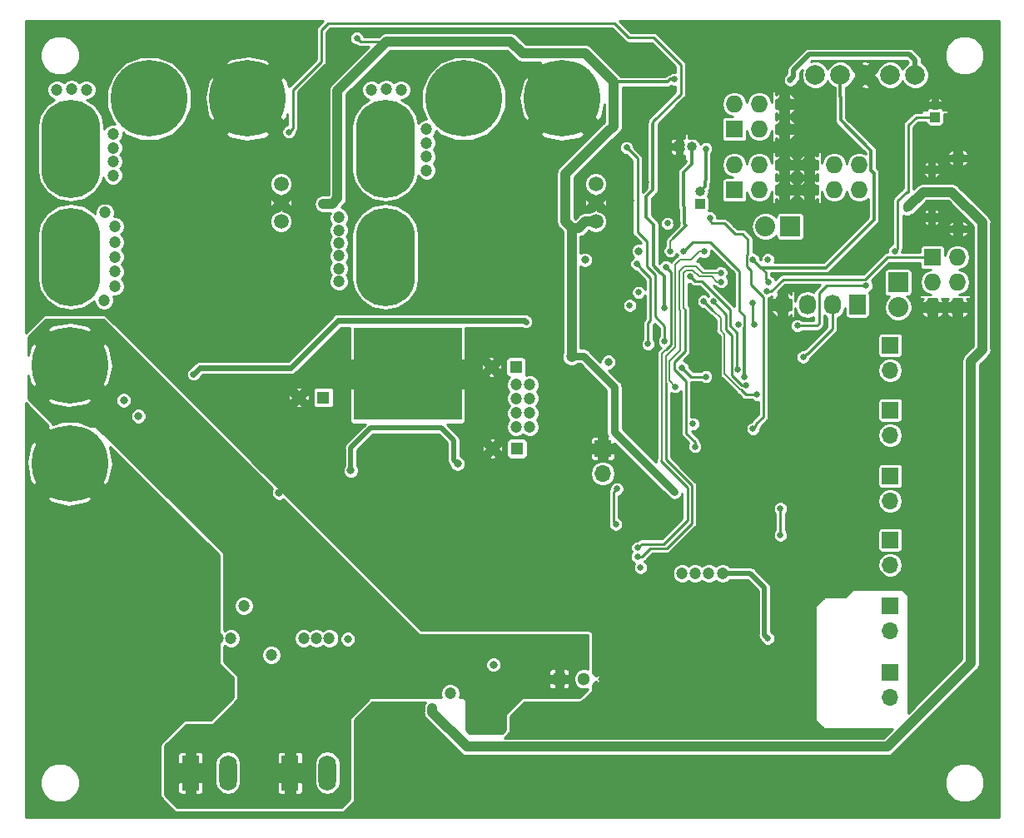
<source format=gbl>
%TF.GenerationSoftware,KiCad,Pcbnew,(5.0.0)*%
%TF.CreationDate,2019-06-24T20:52:01+03:00*%
%TF.ProjectId,Telemetry,54656C656D657472792E6B696361645F,0.1*%
%TF.SameCoordinates,Original*%
%TF.FileFunction,Copper,L4,Bot,Signal*%
%TF.FilePolarity,Positive*%
%FSLAX46Y46*%
G04 Gerber Fmt 4.6, Leading zero omitted, Abs format (unit mm)*
G04 Created by KiCad (PCBNEW (5.0.0)) date 06/24/19 20:52:01*
%MOMM*%
%LPD*%
G01*
G04 APERTURE LIST*
%ADD10O,1.550000X1.000000*%
%ADD11O,0.950000X1.250000*%
%ADD12C,7.800000*%
%ADD13R,1.000000X1.000000*%
%ADD14O,1.000000X1.000000*%
%ADD15C,1.300000*%
%ADD16R,1.300000X1.300000*%
%ADD17R,2.032000X2.032000*%
%ADD18O,2.032000X2.032000*%
%ADD19O,1.700000X1.700000*%
%ADD20R,1.700000X1.700000*%
%ADD21R,1.800000X3.600000*%
%ADD22O,1.800000X3.600000*%
%ADD23C,1.500000*%
%ADD24O,6.000000X10.000000*%
%ADD25O,1.727200X2.032000*%
%ADD26R,1.727200X2.032000*%
%ADD27R,11.000000X9.400000*%
%ADD28R,1.727200X1.727200*%
%ADD29O,1.727200X1.727200*%
%ADD30C,1.998980*%
%ADD31C,1.200000*%
%ADD32C,0.800000*%
%ADD33C,0.650000*%
%ADD34C,0.300000*%
%ADD35C,0.500000*%
%ADD36C,0.600000*%
%ADD37C,1.000000*%
%ADD38C,0.250000*%
%ADD39C,0.800000*%
%ADD40C,0.180000*%
%ADD41C,0.220000*%
G04 APERTURE END LIST*
D10*
X155350000Y-52425000D03*
X155350000Y-59675000D03*
D11*
X152670000Y-53625000D03*
X152670000Y-58475000D03*
D12*
X115100000Y-46400000D03*
X105100000Y-46400000D03*
X83100000Y-46400000D03*
X73100000Y-46400000D03*
X65000000Y-73500000D03*
X65000000Y-83500000D03*
D13*
X129100000Y-57100000D03*
D14*
X129100000Y-55830000D03*
D15*
X117300000Y-105450000D03*
D16*
X114800000Y-105450000D03*
D13*
X127000000Y-51300000D03*
D14*
X128270000Y-51300000D03*
D17*
X138300000Y-59400000D03*
D18*
X135760000Y-59400000D03*
X149250000Y-67640000D03*
D17*
X149250000Y-65100000D03*
D19*
X148450000Y-107290000D03*
D20*
X148450000Y-104750000D03*
D19*
X148450000Y-93840000D03*
D20*
X148450000Y-91300000D03*
D19*
X148450000Y-100540000D03*
D20*
X148450000Y-98000000D03*
D21*
X77300000Y-115000000D03*
D22*
X81110000Y-115000000D03*
D20*
X148450000Y-84800000D03*
D19*
X148450000Y-87340000D03*
D20*
X148450000Y-78100000D03*
D19*
X148450000Y-80640000D03*
D20*
X148450000Y-71500000D03*
D19*
X148450000Y-74040000D03*
D23*
X118500000Y-58910000D03*
X118500000Y-55090000D03*
X118500000Y-57000000D03*
D24*
X97100000Y-51500000D03*
X97100000Y-62500000D03*
D23*
X86500000Y-58910000D03*
X86500000Y-55090000D03*
X86500000Y-57000000D03*
D24*
X65100000Y-51500000D03*
X65100000Y-62500000D03*
D22*
X91210000Y-115000000D03*
D21*
X87400000Y-115000000D03*
D16*
X110500000Y-82000000D03*
D15*
X108000000Y-82000000D03*
D16*
X110400000Y-73700000D03*
D15*
X107900000Y-73700000D03*
X88300000Y-76800000D03*
D16*
X90800000Y-76800000D03*
D25*
X137480000Y-67350000D03*
X140020000Y-67350000D03*
X142560000Y-67350000D03*
D26*
X145100000Y-67350000D03*
D27*
X99375000Y-74400000D03*
D28*
X132600000Y-55700000D03*
D29*
X132600000Y-53160000D03*
X135140000Y-55700000D03*
X135140000Y-53160000D03*
X137680000Y-55700000D03*
X137680000Y-53160000D03*
X140220000Y-55700000D03*
X140220000Y-53160000D03*
X142760000Y-55700000D03*
X142760000Y-53160000D03*
X145300000Y-55700000D03*
X145300000Y-53160000D03*
D20*
X119200000Y-82000000D03*
D19*
X119200000Y-84540000D03*
D30*
X140840000Y-44000000D03*
X143380000Y-44000000D03*
X148460000Y-44000000D03*
X151000000Y-44000000D03*
X145920000Y-44000000D03*
D13*
X153000000Y-48300000D03*
D14*
X153000000Y-47030000D03*
D28*
X152750000Y-62550000D03*
D29*
X155290000Y-62550000D03*
X152750000Y-65090000D03*
X155290000Y-65090000D03*
X152750000Y-67630000D03*
X155290000Y-67630000D03*
X137680000Y-46960000D03*
X137680000Y-49500000D03*
X135140000Y-46960000D03*
X135140000Y-49500000D03*
X132600000Y-46960000D03*
D28*
X132600000Y-49500000D03*
D31*
X99400000Y-78300000D03*
X99400000Y-70300000D03*
X104150000Y-74400000D03*
X94600000Y-74400000D03*
X94600000Y-78450000D03*
X94600000Y-70300000D03*
D32*
X116850000Y-77200000D03*
D31*
X104150000Y-70300000D03*
X104150000Y-78450000D03*
D33*
X131000000Y-70700000D03*
X131456193Y-63272459D03*
X141800000Y-62700000D03*
D32*
X126725003Y-59100000D03*
X86320000Y-86490000D03*
X84000000Y-81800000D03*
X72000000Y-78700000D03*
X70500000Y-77100000D03*
X74700000Y-70200000D03*
X85100000Y-70800000D03*
X90700000Y-73300000D03*
X93300000Y-101400000D03*
X74800000Y-109800000D03*
X61100000Y-79500000D03*
D31*
X140100000Y-88500000D03*
X140100000Y-95300000D03*
X143200000Y-96300000D03*
X143400000Y-89800000D03*
X143300000Y-82900000D03*
X139900000Y-81700000D03*
X143500000Y-76500000D03*
X140470000Y-76280000D03*
X145200000Y-75800000D03*
X145200000Y-82400000D03*
X145000000Y-89100000D03*
X138800000Y-93100000D03*
X145000000Y-95700000D03*
X82700000Y-98000000D03*
X73400000Y-97900000D03*
X85500000Y-103000000D03*
X75500000Y-103400000D03*
X81400000Y-101300000D03*
X80100000Y-101300000D03*
X78800000Y-101300000D03*
X88800000Y-101300000D03*
X90100000Y-101300000D03*
X91400000Y-101300000D03*
D33*
X124900000Y-98900000D03*
X133900000Y-81500000D03*
D31*
X112100000Y-108400000D03*
X103700000Y-106900000D03*
D32*
X123800000Y-95000000D03*
X123000000Y-95500000D03*
X120900000Y-101500000D03*
X120900000Y-102400000D03*
X121800000Y-101900000D03*
X108100000Y-104000000D03*
D33*
X123300000Y-101900000D03*
X124200000Y-74800000D03*
X122500000Y-79300000D03*
X130600000Y-87750000D03*
D31*
X130700000Y-110600000D03*
X130700000Y-108350000D03*
X126400000Y-108550000D03*
X126400000Y-110600000D03*
D33*
X121150000Y-88100000D03*
X89400000Y-40250000D03*
X89350000Y-48400000D03*
X91000000Y-52850000D03*
X89900000Y-54400000D03*
X121950000Y-42850000D03*
X123600000Y-54900000D03*
X122100000Y-56800000D03*
X123150000Y-41450000D03*
X117400000Y-67560000D03*
X118010000Y-68500000D03*
X122910916Y-65270984D03*
X129440000Y-75740000D03*
X125820000Y-93740000D03*
D31*
X105900000Y-70200000D03*
X105900000Y-74400000D03*
X105900000Y-78500000D03*
X105900000Y-77100000D03*
X105900000Y-75800000D03*
X105900000Y-73000000D03*
X105900000Y-71600000D03*
D33*
X136600000Y-104200000D03*
X136900000Y-96500000D03*
X138100000Y-70500000D03*
X125800000Y-59100000D03*
X129700000Y-51500000D03*
X133000000Y-69350000D03*
D31*
X127300000Y-94700000D03*
X128600000Y-94700000D03*
X130000000Y-94700000D03*
X131400000Y-94700000D03*
D33*
X136000000Y-62800000D03*
D32*
X119800000Y-73200000D03*
X117400000Y-62800000D03*
X122900000Y-61900000D03*
D33*
X128400000Y-79500000D03*
X121960000Y-67450000D03*
X122870000Y-66120000D03*
X136000010Y-101300000D03*
X138300000Y-44500000D03*
D31*
X92400000Y-58500000D03*
X85900000Y-94700000D03*
X81800000Y-96300000D03*
X108100000Y-109800000D03*
X106100000Y-110000000D03*
X69600000Y-62500000D03*
X69600000Y-61000000D03*
X69600000Y-59400000D03*
X69600000Y-64000000D03*
X68600000Y-58000000D03*
X69600000Y-65500000D03*
X68500000Y-66900000D03*
X92400000Y-62400000D03*
X92400000Y-61100000D03*
X92400000Y-59800000D03*
X92400000Y-63700000D03*
X92400000Y-65000000D03*
X68499999Y-70000001D03*
X68500000Y-77000000D03*
X70400000Y-73600000D03*
X69950000Y-71600000D03*
X69800000Y-75500000D03*
X110400000Y-75500000D03*
X110400000Y-76900000D03*
X110400000Y-78400000D03*
X110400000Y-79800000D03*
X111800000Y-79800000D03*
X111800000Y-78400000D03*
X111800000Y-76900000D03*
X111800000Y-75500000D03*
D33*
X123060135Y-94104774D03*
X77600000Y-74450000D03*
X111400000Y-69100000D03*
D32*
X90750000Y-57100000D03*
D31*
X116050000Y-72600000D03*
D33*
X94200000Y-40250000D03*
X126500000Y-44450000D03*
X126500000Y-86400000D03*
X131262902Y-65031998D03*
X128600000Y-81800000D03*
X127300000Y-73800000D03*
X129700000Y-74700000D03*
X135900000Y-66000000D03*
X139600000Y-72700000D03*
D31*
X65200000Y-45400000D03*
X66700000Y-45500000D03*
X63700000Y-45500000D03*
X69400000Y-51400000D03*
X69400000Y-52800000D03*
X69400000Y-54200000D03*
X69400000Y-50000000D03*
X101300000Y-52300000D03*
X101300000Y-49500000D03*
X101300000Y-53700000D03*
X101300000Y-50900000D03*
X95700000Y-45500000D03*
X98700000Y-45500000D03*
X97200000Y-45400000D03*
D33*
X126075000Y-61900000D03*
X87300000Y-49800000D03*
X125500000Y-67700000D03*
X121636330Y-51386330D03*
X125500000Y-71100000D03*
X101900000Y-108400000D03*
X150150000Y-57638360D03*
D32*
X93600000Y-84250000D03*
X104450000Y-83550000D03*
D33*
X126600000Y-75700000D03*
X131250000Y-64100000D03*
X122700000Y-63200000D03*
X123810000Y-71380000D03*
X120550000Y-89700000D03*
X120650000Y-86100000D03*
X125630000Y-63510000D03*
X122780000Y-92100000D03*
X129523619Y-61966381D03*
X122740000Y-93010000D03*
X134499990Y-79990000D03*
X130099625Y-58519341D03*
X134500000Y-67200000D03*
X134593948Y-69350000D03*
X139000000Y-69500000D03*
X146006859Y-65441157D03*
X148900000Y-61900000D03*
X137275000Y-88100000D03*
X137275000Y-90800000D03*
X127425000Y-61920000D03*
X133650000Y-74750000D03*
X136100000Y-65100000D03*
X134500000Y-62800000D03*
X132975000Y-74000000D03*
X128100000Y-64500000D03*
X134900000Y-76500000D03*
X129480760Y-67019240D03*
X133816699Y-75583496D03*
X130440380Y-67059620D03*
D34*
X129700000Y-51500000D02*
X129700000Y-54700000D01*
X129599999Y-54800001D02*
X129700000Y-54700000D01*
X129599999Y-55330001D02*
X129599999Y-54800001D01*
X129100000Y-55830000D02*
X129599999Y-55330001D01*
D35*
X134200000Y-94700000D02*
X131400000Y-94700000D01*
X135675011Y-96175011D02*
X134200000Y-94700000D01*
X136000010Y-101300000D02*
X135675011Y-100975001D01*
X135675011Y-100975001D02*
X135675011Y-96175011D01*
X151000000Y-42500000D02*
X151000000Y-44000000D01*
X150400000Y-41900000D02*
X151000000Y-42500000D01*
X140200000Y-41900000D02*
X150400000Y-41900000D01*
X138624999Y-43475001D02*
X140200000Y-41900000D01*
X138300000Y-44500000D02*
X138624999Y-44175001D01*
X138624999Y-44175001D02*
X138624999Y-43475001D01*
D36*
X78250000Y-73800000D02*
X77600000Y-74450000D01*
X87500000Y-73800000D02*
X78250000Y-73800000D01*
X92300000Y-69000000D02*
X87500000Y-73800000D01*
X111300000Y-69000000D02*
X92300000Y-69000000D01*
X111300000Y-69000000D02*
X111400000Y-69100000D01*
D37*
X117399999Y-41799999D02*
X111050001Y-41799999D01*
X119700000Y-44100000D02*
X117399999Y-41799999D01*
X109850002Y-40600000D02*
X97228002Y-40600000D01*
X111050001Y-41799999D02*
X109850002Y-40600000D01*
X92250000Y-56550000D02*
X91700000Y-57100000D01*
X97228002Y-40600000D02*
X92250000Y-45578002D01*
X90750000Y-57100000D02*
X91700000Y-57100000D01*
X92250000Y-48750000D02*
X92250000Y-56550000D01*
X92250000Y-45578002D02*
X92250000Y-48750000D01*
D38*
X97228002Y-40600000D02*
X94550000Y-40600000D01*
X94550000Y-40600000D02*
X94200000Y-40250000D01*
D39*
X126500000Y-86400000D02*
X120400000Y-80300000D01*
X120400000Y-80300000D02*
X120400000Y-75760000D01*
X117240000Y-72600000D02*
X116050000Y-72600000D01*
X120400000Y-75760000D02*
X117240000Y-72600000D01*
D37*
X120300000Y-44700000D02*
X119700000Y-44100000D01*
D34*
X125790381Y-44700000D02*
X120300000Y-44700000D01*
X126040381Y-44450000D02*
X125790381Y-44700000D01*
X126500000Y-44450000D02*
X126040381Y-44450000D01*
D37*
X116050000Y-61360000D02*
X116050000Y-72600000D01*
X116050000Y-59550000D02*
X116050000Y-61360000D01*
X120300000Y-49200000D02*
X119750000Y-49750000D01*
X120300000Y-44700000D02*
X120300000Y-49200000D01*
X119750000Y-49750000D02*
X119700000Y-49750000D01*
X119700000Y-49750000D02*
X115400000Y-54050000D01*
X115400000Y-54050000D02*
X115400000Y-58900000D01*
X115400000Y-58900000D02*
X116050000Y-59550000D01*
X116799340Y-59550000D02*
X116050000Y-59550000D01*
X117439340Y-58910000D02*
X116799340Y-59550000D01*
X118500000Y-58910000D02*
X117439340Y-58910000D01*
D38*
X128600000Y-81340381D02*
X127700000Y-80440381D01*
X128600000Y-81800000D02*
X128600000Y-81340381D01*
X127700000Y-80440381D02*
X127700000Y-75162002D01*
X127700000Y-75162002D02*
X126500000Y-73962002D01*
X126500000Y-73962002D02*
X126500000Y-73200000D01*
X126500000Y-73200000D02*
X127600000Y-72100000D01*
X127600000Y-72100000D02*
X127600000Y-67900000D01*
D40*
X130803283Y-65031998D02*
X130271285Y-64500000D01*
X131262902Y-65031998D02*
X130803283Y-65031998D01*
X129010202Y-64500000D02*
X128360201Y-63849999D01*
X128360201Y-63849999D02*
X127649999Y-63849999D01*
X130271285Y-64500000D02*
X129010202Y-64500000D01*
X127400000Y-64099998D02*
X127649999Y-63849999D01*
X127400000Y-67700000D02*
X127400000Y-64099998D01*
X127600000Y-67900000D02*
X127400000Y-67700000D01*
D38*
X127300000Y-73800000D02*
X128200000Y-74700000D01*
X128200000Y-74700000D02*
X129700000Y-74700000D01*
X135900000Y-66000000D02*
X136359619Y-66000000D01*
X137559619Y-64800000D02*
X145900000Y-64800000D01*
X145900000Y-64800000D02*
X148150000Y-62550000D01*
X136359619Y-66000000D02*
X137559619Y-64800000D01*
X148150000Y-62550000D02*
X152750000Y-62550000D01*
X139924999Y-72375001D02*
X140024999Y-72375001D01*
X139600000Y-72700000D02*
X139924999Y-72375001D01*
X142560000Y-69840000D02*
X142560000Y-67350000D01*
X140024999Y-72375001D02*
X142560000Y-69840000D01*
D34*
X127524999Y-59124001D02*
X127524999Y-57424999D01*
X127700000Y-59299002D02*
X127524999Y-59124001D01*
X127524999Y-57424999D02*
X127400000Y-57300000D01*
X127400000Y-57300000D02*
X127400000Y-53900000D01*
X128270000Y-53030000D02*
X128270000Y-51700000D01*
X127400000Y-53900000D02*
X128270000Y-53030000D01*
D40*
X126075000Y-60924002D02*
X126399002Y-60600000D01*
X126075000Y-61900000D02*
X126075000Y-60924002D01*
D34*
X126399002Y-60600000D02*
X127700000Y-59299002D01*
D38*
X90600000Y-42600000D02*
X87699999Y-45500001D01*
X91300000Y-38750000D02*
X90600000Y-39450000D01*
X90600000Y-39450000D02*
X90600000Y-42600000D01*
X87699999Y-45500001D02*
X87699999Y-49400001D01*
X87699999Y-49400001D02*
X87300000Y-49800000D01*
X120400000Y-38750000D02*
X91300000Y-38750000D01*
D34*
X123649999Y-56350001D02*
X124300000Y-55700000D01*
X123649999Y-58449999D02*
X123649999Y-56350001D01*
X124400000Y-59200000D02*
X123649999Y-58449999D01*
X124400000Y-63400000D02*
X124400000Y-59200000D01*
X125100000Y-64100000D02*
X124400000Y-63400000D01*
X125500000Y-67700000D02*
X125500000Y-64457120D01*
X125500000Y-64457120D02*
X125142880Y-64100000D01*
X125142880Y-64100000D02*
X125100000Y-64100000D01*
D38*
X124300000Y-48950000D02*
X124300000Y-48750000D01*
D34*
X124300000Y-55700000D02*
X124300000Y-48950000D01*
D38*
X124300000Y-48750000D02*
X127150000Y-45900000D01*
X127150000Y-45900000D02*
X127150000Y-42950000D01*
X124400000Y-40200000D02*
X121850000Y-40200000D01*
X127150000Y-42950000D02*
X124400000Y-40200000D01*
X121850000Y-40200000D02*
X120400000Y-38750000D01*
X122750001Y-52500001D02*
X121636330Y-51386330D01*
X122750001Y-59990001D02*
X122750001Y-52500001D01*
X125500000Y-69550000D02*
X124520010Y-68570010D01*
X125500000Y-71100000D02*
X125500000Y-69550000D01*
X124520010Y-68570010D02*
X124520010Y-64310010D01*
X124520010Y-64310010D02*
X123680000Y-63470000D01*
X123680000Y-63470000D02*
X123680000Y-60920000D01*
X123680000Y-60920000D02*
X122750001Y-59990001D01*
D37*
X148150000Y-112350000D02*
X105390381Y-112350000D01*
X157800000Y-71953601D02*
X156653601Y-73100000D01*
X105390381Y-112350000D02*
X101900000Y-108859619D01*
X156653601Y-103846399D02*
X148150000Y-112350000D01*
X156653601Y-73100000D02*
X156653601Y-103846399D01*
X101900000Y-108859619D02*
X101900000Y-108400000D01*
X150300000Y-57400000D02*
X151800000Y-55900000D01*
X151800000Y-55900000D02*
X154700000Y-55900000D01*
X154700000Y-55900000D02*
X157800000Y-59000000D01*
X157800000Y-59000000D02*
X157800000Y-71953601D01*
D35*
X104050001Y-83150001D02*
X104050001Y-81150001D01*
X104450000Y-83550000D02*
X104050001Y-83150001D01*
X104050001Y-81150001D02*
X102800000Y-79900000D01*
X102800000Y-79900000D02*
X95600000Y-79900000D01*
X95600000Y-79900000D02*
X93600000Y-81900000D01*
X93600000Y-81900000D02*
X93600000Y-84250000D01*
D40*
X126000000Y-75100000D02*
X126600000Y-75700000D01*
X126000000Y-73300000D02*
X126000000Y-75100000D01*
X126000000Y-73300000D02*
X126000000Y-73113088D01*
X128734990Y-63434990D02*
X129400000Y-64100000D01*
X127527593Y-63434990D02*
X128734990Y-63434990D01*
X126000000Y-73300000D02*
X126000000Y-73100000D01*
X126000000Y-73100000D02*
X127100000Y-72000000D01*
X127100000Y-72000000D02*
X127100000Y-67937415D01*
X129400000Y-64100000D02*
X131250000Y-64100000D01*
X127000000Y-67837415D02*
X127000000Y-63962583D01*
X127100000Y-67937415D02*
X127000000Y-67837415D01*
X127000000Y-63962583D02*
X127527593Y-63434990D01*
D38*
X123810000Y-69258236D02*
X123810000Y-71380000D01*
X124070000Y-68998236D02*
X123810000Y-69258236D01*
X124070000Y-64650000D02*
X124070000Y-68998236D01*
X123024999Y-63604999D02*
X124070000Y-64650000D01*
X122700000Y-63200000D02*
X123024999Y-63524999D01*
X123024999Y-63524999D02*
X123024999Y-63604999D01*
X120325001Y-86424999D02*
X120325001Y-89475001D01*
X120650000Y-86100000D02*
X120325001Y-86424999D01*
X120325001Y-89475001D02*
X120550000Y-89700000D01*
X127825010Y-85955010D02*
X127825010Y-89314990D01*
X125150000Y-83280000D02*
X127825010Y-85955010D01*
X127825010Y-89314990D02*
X125430000Y-91710000D01*
X125430000Y-91710000D02*
X123170000Y-91710000D01*
X123170000Y-91710000D02*
X122780000Y-92100000D01*
D40*
X125642002Y-71920000D02*
X125200000Y-72362002D01*
X125200000Y-83230000D02*
X125150000Y-83280000D01*
X125200000Y-72362002D02*
X125200000Y-83230000D01*
D38*
X126150001Y-71412001D02*
X125642002Y-71920000D01*
X125630000Y-63510000D02*
X126150001Y-64030001D01*
X126150001Y-64030001D02*
X126150001Y-71412001D01*
X128275019Y-85768609D02*
X125619990Y-83113580D01*
X128275020Y-89584980D02*
X128275019Y-85768609D01*
X125619990Y-83113580D02*
X125619990Y-76090000D01*
X122740000Y-93010000D02*
X123199619Y-93010000D01*
X123199619Y-93010000D02*
X124049609Y-92160010D01*
X124049609Y-92160010D02*
X125699990Y-92160010D01*
X125699990Y-92160010D02*
X128275020Y-89584980D01*
X125619990Y-76090000D02*
X125619990Y-75306902D01*
D40*
X129023619Y-61966381D02*
X129523619Y-61966381D01*
X125619990Y-72650010D02*
X126565011Y-71704989D01*
X125619990Y-75306902D02*
X125619990Y-72650010D01*
X126565011Y-71704989D02*
X126565011Y-63294989D01*
X126565011Y-63294989D02*
X127090000Y-62770000D01*
X127090000Y-62770000D02*
X128220000Y-62770000D01*
X128220000Y-62770000D02*
X129023619Y-61966381D01*
D38*
X134824989Y-79665001D02*
X134824989Y-79475011D01*
X134499990Y-79990000D02*
X134824989Y-79665001D01*
X135550001Y-66612003D02*
X134260000Y-65322002D01*
X134824989Y-79475011D02*
X135550001Y-78749999D01*
X135550001Y-78749999D02*
X135550001Y-66612003D01*
X134260000Y-63900000D02*
X134100010Y-63740010D01*
X134260000Y-65322002D02*
X134260000Y-63900000D01*
X133849999Y-63489999D02*
X133849999Y-62350001D01*
X134100010Y-63740010D02*
X133849999Y-63489999D01*
X133849999Y-62350001D02*
X133990000Y-62210000D01*
X133990000Y-62210000D02*
X133990000Y-60750000D01*
X133990000Y-60750000D02*
X133440000Y-60200000D01*
X133440000Y-60200000D02*
X132680000Y-60200000D01*
X132680000Y-60200000D02*
X131570000Y-59090000D01*
X131570000Y-59090000D02*
X130410000Y-59090000D01*
X130410000Y-59090000D02*
X130340000Y-59090000D01*
X130340000Y-59090000D02*
X130099625Y-58849625D01*
X130099625Y-58849625D02*
X130099625Y-58519341D01*
X134500000Y-67200000D02*
X134500000Y-69256052D01*
X134500000Y-69256052D02*
X134593948Y-69350000D01*
X139000000Y-69500000D02*
X141000000Y-69500000D01*
X141208610Y-69291390D02*
X141208610Y-66191390D01*
X141000000Y-69500000D02*
X141208610Y-69291390D01*
X141208610Y-66191390D02*
X141958843Y-65441157D01*
X141958843Y-65441157D02*
X146006859Y-65441157D01*
X151100000Y-48300000D02*
X153000000Y-48300000D01*
X148900000Y-61900000D02*
X149224999Y-61575001D01*
X149224999Y-56775001D02*
X150100000Y-55900000D01*
X150100000Y-55900000D02*
X150300000Y-55900000D01*
X149224999Y-61575001D02*
X149224999Y-56775001D01*
X150300000Y-55900000D02*
X150300000Y-49100000D01*
X150300000Y-49100000D02*
X151100000Y-48300000D01*
X137275000Y-90800000D02*
X137275000Y-88100000D01*
D34*
X133650000Y-74750000D02*
X133650000Y-69750000D01*
D38*
X127425000Y-61920000D02*
X128325000Y-61020000D01*
X128325000Y-61020000D02*
X130165736Y-61020000D01*
X130165736Y-61020000D02*
X133100000Y-63954264D01*
X133100000Y-63954264D02*
X133100000Y-67960000D01*
X133100000Y-67960000D02*
X133650000Y-68510000D01*
X133650000Y-68510000D02*
X133650000Y-69750000D01*
X136100000Y-65100000D02*
X135775001Y-64775001D01*
X135775001Y-64775001D02*
X135775001Y-64500000D01*
X135775001Y-64075001D02*
X135775001Y-64500000D01*
D34*
X141899002Y-63600000D02*
X146800000Y-58699002D01*
X135300000Y-63600000D02*
X141899002Y-63600000D01*
D38*
X135300000Y-63600000D02*
X135775001Y-64075001D01*
X134500000Y-62800000D02*
X135300000Y-63600000D01*
D34*
X146513601Y-53713601D02*
X146513601Y-51713601D01*
X146800000Y-58699002D02*
X146800000Y-54000000D01*
X146800000Y-54000000D02*
X146513601Y-53713601D01*
X146513601Y-51713601D02*
X143400000Y-48600000D01*
X143400000Y-48600000D02*
X143400000Y-46246409D01*
X143380000Y-46226409D02*
X143380000Y-44000000D01*
X143400000Y-46246409D02*
X143380000Y-46226409D01*
D38*
X132200000Y-67900000D02*
X129300000Y-65000000D01*
X128600000Y-65000000D02*
X128100000Y-64500000D01*
X129300000Y-65000000D02*
X128600000Y-65000000D01*
X132200000Y-69512002D02*
X132887998Y-70200000D01*
X132200000Y-67900000D02*
X132200000Y-69512002D01*
X132887998Y-73912998D02*
X132975000Y-74000000D01*
X132887998Y-70200000D02*
X132887998Y-73912998D01*
X133771201Y-76500000D02*
X133304707Y-76033506D01*
X134900000Y-76500000D02*
X133771201Y-76500000D01*
X129480760Y-67019240D02*
X130400000Y-67938480D01*
D40*
X131200000Y-68738480D02*
X130400000Y-67938480D01*
X131200000Y-69986912D02*
X131200000Y-68738480D01*
X131615001Y-70401913D02*
X131200000Y-69986912D01*
X131615001Y-74428329D02*
X131615001Y-70401913D01*
X133304707Y-76033506D02*
X133220178Y-76033506D01*
X133220178Y-76033506D02*
X131615001Y-74428329D01*
D38*
X133357080Y-75583496D02*
X133816699Y-75583496D01*
X132300000Y-74526416D02*
X133357080Y-75583496D01*
X132300000Y-70500000D02*
X132300000Y-74526416D01*
X131725001Y-69925001D02*
X132300000Y-70500000D01*
X131725001Y-68344241D02*
X131725001Y-69925001D01*
X130440380Y-67059620D02*
X131725001Y-68344241D01*
D41*
G36*
X159490001Y-119490000D02*
X60510000Y-119490000D01*
X60510000Y-115600186D01*
X61990000Y-115600186D01*
X61990000Y-116399814D01*
X62296004Y-117138573D01*
X62861427Y-117703996D01*
X63600186Y-118010000D01*
X64399814Y-118010000D01*
X65138573Y-117703996D01*
X65703996Y-117138573D01*
X66010000Y-116399814D01*
X66010000Y-115600186D01*
X65703996Y-114861427D01*
X65138573Y-114296004D01*
X64399814Y-113990000D01*
X63600186Y-113990000D01*
X62861427Y-114296004D01*
X62296004Y-114861427D01*
X61990000Y-115600186D01*
X60510000Y-115600186D01*
X60510000Y-87098216D01*
X62660434Y-87098216D01*
X63190568Y-87504628D01*
X64860807Y-87892233D01*
X66552238Y-87611161D01*
X66809432Y-87504628D01*
X67339566Y-87098216D01*
X65000000Y-84758650D01*
X62660434Y-87098216D01*
X60510000Y-87098216D01*
X60510000Y-83360807D01*
X60607767Y-83360807D01*
X60888839Y-85052238D01*
X60995372Y-85309432D01*
X61401784Y-85839566D01*
X63741350Y-83500000D01*
X61401784Y-81160434D01*
X60995372Y-81690568D01*
X60607767Y-83360807D01*
X60510000Y-83360807D01*
X60510000Y-77389828D01*
X62865074Y-79744902D01*
X62660434Y-79901784D01*
X65000000Y-82241350D01*
X65014143Y-82227208D01*
X66272793Y-83485858D01*
X66258650Y-83500000D01*
X68598216Y-85839566D01*
X69004628Y-85309432D01*
X69392233Y-83639193D01*
X69111161Y-81947762D01*
X69057734Y-81818779D01*
X80190000Y-92831342D01*
X80190000Y-103700000D01*
X80221209Y-103856900D01*
X80310086Y-103989914D01*
X81590000Y-105269828D01*
X81590000Y-107330172D01*
X79330172Y-109590000D01*
X76800000Y-109590000D01*
X76643100Y-109621209D01*
X76510086Y-109710086D01*
X74310086Y-111910086D01*
X74221209Y-112043100D01*
X74190000Y-112200000D01*
X74190000Y-117300000D01*
X74221209Y-117456900D01*
X74310086Y-117589914D01*
X75610086Y-118889914D01*
X75743100Y-118978791D01*
X75900000Y-119010000D01*
X92700000Y-119010000D01*
X92856900Y-118978791D01*
X92989914Y-118889914D01*
X93889914Y-117989914D01*
X93978791Y-117856900D01*
X94010000Y-117700000D01*
X94010000Y-115600186D01*
X153990000Y-115600186D01*
X153990000Y-116399814D01*
X154296004Y-117138573D01*
X154861427Y-117703996D01*
X155600186Y-118010000D01*
X156399814Y-118010000D01*
X157138573Y-117703996D01*
X157703996Y-117138573D01*
X158010000Y-116399814D01*
X158010000Y-115600186D01*
X157703996Y-114861427D01*
X157138573Y-114296004D01*
X156399814Y-113990000D01*
X155600186Y-113990000D01*
X154861427Y-114296004D01*
X154296004Y-114861427D01*
X153990000Y-115600186D01*
X94010000Y-115600186D01*
X94010000Y-109569828D01*
X95769828Y-107810000D01*
X101199779Y-107810000D01*
X101042800Y-108044936D01*
X100990000Y-108310378D01*
X100990000Y-108769997D01*
X100972173Y-108859619D01*
X100990000Y-108949240D01*
X101042800Y-109214682D01*
X101243927Y-109515692D01*
X101319910Y-109566462D01*
X104683540Y-112930093D01*
X104734308Y-113006073D01*
X105035317Y-113207200D01*
X105300759Y-113260000D01*
X105300760Y-113260000D01*
X105390380Y-113277827D01*
X105480001Y-113260000D01*
X148060378Y-113260000D01*
X148150000Y-113277827D01*
X148239622Y-113260000D01*
X148505064Y-113207200D01*
X148806073Y-113006073D01*
X148856843Y-112930090D01*
X157233694Y-104553240D01*
X157309674Y-104502472D01*
X157510801Y-104201463D01*
X157563601Y-103936021D01*
X157581428Y-103846399D01*
X157563601Y-103756777D01*
X157563601Y-73476933D01*
X158380093Y-72660442D01*
X158456073Y-72609674D01*
X158657200Y-72308665D01*
X158685527Y-72166255D01*
X158727827Y-71953602D01*
X158710000Y-71863980D01*
X158710000Y-59089621D01*
X158727827Y-58999999D01*
X158657200Y-58644936D01*
X158641990Y-58622173D01*
X158456073Y-58343927D01*
X158380093Y-58293159D01*
X155406843Y-55319910D01*
X155356073Y-55243927D01*
X155055064Y-55042800D01*
X154789622Y-54990000D01*
X154700000Y-54972173D01*
X154610378Y-54990000D01*
X151889620Y-54990000D01*
X151799999Y-54972173D01*
X151710378Y-54990000D01*
X151444936Y-55042800D01*
X151143927Y-55243927D01*
X151093161Y-55319905D01*
X150835000Y-55578065D01*
X150835000Y-54069384D01*
X151850107Y-54069384D01*
X152025174Y-54360735D01*
X152298410Y-54562913D01*
X152302058Y-54579888D01*
X152432500Y-54520587D01*
X152432500Y-53937500D01*
X152907500Y-53937500D01*
X152907500Y-54520587D01*
X153037942Y-54579888D01*
X153041590Y-54562913D01*
X153314826Y-54360735D01*
X153489893Y-54069384D01*
X153423351Y-53937500D01*
X152907500Y-53937500D01*
X152432500Y-53937500D01*
X151916649Y-53937500D01*
X151850107Y-54069384D01*
X150835000Y-54069384D01*
X150835000Y-53180616D01*
X151850107Y-53180616D01*
X151916649Y-53312500D01*
X152432500Y-53312500D01*
X152432500Y-52729413D01*
X152907500Y-52729413D01*
X152907500Y-53312500D01*
X153423351Y-53312500D01*
X153489893Y-53180616D01*
X153314826Y-52889265D01*
X153206081Y-52808800D01*
X154249895Y-52808800D01*
X154292297Y-52854609D01*
X154516281Y-53121434D01*
X154825325Y-53282234D01*
X154962500Y-53208238D01*
X154962500Y-52675000D01*
X155737500Y-52675000D01*
X155737500Y-53208238D01*
X155874675Y-53282234D01*
X156183719Y-53121434D01*
X156407703Y-52854609D01*
X156450105Y-52808800D01*
X156392826Y-52675000D01*
X155737500Y-52675000D01*
X154962500Y-52675000D01*
X154307174Y-52675000D01*
X154249895Y-52808800D01*
X153206081Y-52808800D01*
X153041590Y-52687087D01*
X153037942Y-52670112D01*
X152907500Y-52729413D01*
X152432500Y-52729413D01*
X152302058Y-52670112D01*
X152298410Y-52687087D01*
X152025174Y-52889265D01*
X151850107Y-53180616D01*
X150835000Y-53180616D01*
X150835000Y-52041200D01*
X154249895Y-52041200D01*
X154307174Y-52175000D01*
X154962500Y-52175000D01*
X154962500Y-51641762D01*
X155737500Y-51641762D01*
X155737500Y-52175000D01*
X156392826Y-52175000D01*
X156450105Y-52041200D01*
X156407703Y-51995391D01*
X156183719Y-51728566D01*
X155874675Y-51567766D01*
X155737500Y-51641762D01*
X154962500Y-51641762D01*
X154825325Y-51567766D01*
X154516281Y-51728566D01*
X154292297Y-51995391D01*
X154249895Y-52041200D01*
X150835000Y-52041200D01*
X150835000Y-49321603D01*
X151321605Y-48835000D01*
X152088930Y-48835000D01*
X152113789Y-48959974D01*
X152204407Y-49095593D01*
X152340026Y-49186211D01*
X152500000Y-49218032D01*
X153500000Y-49218032D01*
X153659974Y-49186211D01*
X153795593Y-49095593D01*
X153886211Y-48959974D01*
X153918032Y-48800000D01*
X153918032Y-47940000D01*
X154390002Y-47940000D01*
X154390002Y-47530000D01*
X153812694Y-47530000D01*
X153795593Y-47504407D01*
X153774149Y-47490078D01*
X153825105Y-47413800D01*
X153767826Y-47280000D01*
X153250000Y-47280000D01*
X153250000Y-47381968D01*
X152750000Y-47381968D01*
X152750000Y-47280000D01*
X152232174Y-47280000D01*
X152174895Y-47413800D01*
X152225851Y-47490078D01*
X152204407Y-47504407D01*
X152187306Y-47530000D01*
X151609998Y-47530000D01*
X151609998Y-47765000D01*
X151152688Y-47765000D01*
X151100000Y-47754520D01*
X151047312Y-47765000D01*
X151047308Y-47765000D01*
X150891253Y-47796041D01*
X150758956Y-47884439D01*
X150758953Y-47884442D01*
X150714287Y-47914287D01*
X150684441Y-47958954D01*
X149958957Y-48684440D01*
X149914288Y-48714287D01*
X149884441Y-48758956D01*
X149884440Y-48758957D01*
X149796041Y-48891254D01*
X149754520Y-49100000D01*
X149765001Y-49152693D01*
X149765000Y-55480401D01*
X149714287Y-55514287D01*
X149684439Y-55558957D01*
X148883956Y-56359441D01*
X148839287Y-56389288D01*
X148809440Y-56433957D01*
X148809439Y-56433958D01*
X148721040Y-56566255D01*
X148679519Y-56775001D01*
X148690000Y-56827694D01*
X148689999Y-61191427D01*
X148483656Y-61276897D01*
X148276897Y-61483656D01*
X148165000Y-61753799D01*
X148165000Y-62007504D01*
X148150000Y-62004520D01*
X148097312Y-62015000D01*
X148097308Y-62015000D01*
X147941253Y-62046041D01*
X147764287Y-62164287D01*
X147734439Y-62208957D01*
X145678397Y-64265000D01*
X137612306Y-64265000D01*
X137559618Y-64254520D01*
X137506930Y-64265000D01*
X137506927Y-64265000D01*
X137350872Y-64296041D01*
X137173906Y-64414287D01*
X137144058Y-64458957D01*
X136780585Y-64822430D01*
X136723103Y-64683656D01*
X136516344Y-64476897D01*
X136310001Y-64391427D01*
X136310001Y-64160000D01*
X141843852Y-64160000D01*
X141899002Y-64170970D01*
X141954152Y-64160000D01*
X141954156Y-64160000D01*
X142117503Y-64127508D01*
X142302739Y-64003737D01*
X142333981Y-63956980D01*
X147156980Y-59133981D01*
X147203737Y-59102739D01*
X147327508Y-58917503D01*
X147360000Y-58754156D01*
X147360000Y-58754153D01*
X147370970Y-58699002D01*
X147360000Y-58643851D01*
X147360000Y-54055148D01*
X147370970Y-53999999D01*
X147360000Y-53944850D01*
X147360000Y-53944846D01*
X147327508Y-53781499D01*
X147203737Y-53596263D01*
X147156980Y-53565021D01*
X147073601Y-53481642D01*
X147073601Y-51768752D01*
X147084571Y-51713601D01*
X147073601Y-51658450D01*
X147073601Y-51658447D01*
X147041109Y-51495100D01*
X146917338Y-51309864D01*
X146870581Y-51278622D01*
X143960000Y-48368041D01*
X143960000Y-46646200D01*
X152174895Y-46646200D01*
X152232174Y-46780000D01*
X152750000Y-46780000D01*
X152750000Y-46257482D01*
X153250000Y-46257482D01*
X153250000Y-46780000D01*
X153767826Y-46780000D01*
X153825105Y-46646200D01*
X153670355Y-46414550D01*
X153383805Y-46204864D01*
X153250000Y-46257482D01*
X152750000Y-46257482D01*
X152616195Y-46204864D01*
X152329645Y-46414550D01*
X152174895Y-46646200D01*
X143960000Y-46646200D01*
X143960000Y-46301557D01*
X143970970Y-46246408D01*
X143960000Y-46191259D01*
X143960000Y-46191255D01*
X143940000Y-46090709D01*
X143940000Y-45293661D01*
X144097499Y-45228423D01*
X145398323Y-45228423D01*
X145532312Y-45383823D01*
X146091389Y-45426847D01*
X146307688Y-45383823D01*
X146441677Y-45228423D01*
X145920000Y-44706746D01*
X145398323Y-45228423D01*
X144097499Y-45228423D01*
X144178412Y-45194908D01*
X144574908Y-44798412D01*
X144690073Y-44520380D01*
X144691577Y-44521677D01*
X145213254Y-44000000D01*
X144691577Y-43478323D01*
X144690073Y-43479620D01*
X144574908Y-43201588D01*
X144178412Y-42805092D01*
X144097500Y-42771577D01*
X145398323Y-42771577D01*
X145920000Y-43293254D01*
X146441677Y-42771577D01*
X146307688Y-42616177D01*
X145748611Y-42573153D01*
X145532312Y-42616177D01*
X145398323Y-42771577D01*
X144097500Y-42771577D01*
X143660365Y-42590510D01*
X143099635Y-42590510D01*
X142581588Y-42805092D01*
X142185092Y-43201588D01*
X142110000Y-43382876D01*
X142034908Y-43201588D01*
X141638412Y-42805092D01*
X141120365Y-42590510D01*
X140559635Y-42590510D01*
X140360306Y-42673075D01*
X140473381Y-42560000D01*
X150126620Y-42560000D01*
X150321883Y-42755264D01*
X150201588Y-42805092D01*
X149805092Y-43201588D01*
X149730000Y-43382876D01*
X149654908Y-43201588D01*
X149258412Y-42805092D01*
X148740365Y-42590510D01*
X148179635Y-42590510D01*
X147661588Y-42805092D01*
X147265092Y-43201588D01*
X147149927Y-43479620D01*
X147148423Y-43478323D01*
X146626746Y-44000000D01*
X147148423Y-44521677D01*
X147149927Y-44520380D01*
X147265092Y-44798412D01*
X147661588Y-45194908D01*
X148179635Y-45409490D01*
X148740365Y-45409490D01*
X149258412Y-45194908D01*
X149654908Y-44798412D01*
X149730000Y-44617124D01*
X149805092Y-44798412D01*
X150201588Y-45194908D01*
X150719635Y-45409490D01*
X151280365Y-45409490D01*
X151798412Y-45194908D01*
X152194908Y-44798412D01*
X152409490Y-44280365D01*
X152409490Y-43719635D01*
X152194908Y-43201588D01*
X151798412Y-42805092D01*
X151660000Y-42747760D01*
X151660000Y-42564997D01*
X151672929Y-42499999D01*
X151660000Y-42435001D01*
X151660000Y-42434997D01*
X151621706Y-42242481D01*
X151563294Y-42155062D01*
X151512654Y-42079273D01*
X151512651Y-42079270D01*
X151475832Y-42024167D01*
X151420729Y-41987349D01*
X151033566Y-41600186D01*
X153990000Y-41600186D01*
X153990000Y-42399814D01*
X154296004Y-43138573D01*
X154861427Y-43703996D01*
X155600186Y-44010000D01*
X156399814Y-44010000D01*
X157138573Y-43703996D01*
X157703996Y-43138573D01*
X158010000Y-42399814D01*
X158010000Y-41600186D01*
X157703996Y-40861427D01*
X157138573Y-40296004D01*
X156399814Y-39990000D01*
X155600186Y-39990000D01*
X154861427Y-40296004D01*
X154296004Y-40861427D01*
X153990000Y-41600186D01*
X151033566Y-41600186D01*
X150912655Y-41479275D01*
X150875833Y-41424167D01*
X150657519Y-41278294D01*
X150465003Y-41240000D01*
X150464998Y-41240000D01*
X150400000Y-41227071D01*
X150335002Y-41240000D01*
X140264999Y-41240000D01*
X140200000Y-41227071D01*
X140135001Y-41240000D01*
X140134997Y-41240000D01*
X139942481Y-41278294D01*
X139724167Y-41424167D01*
X139687347Y-41479272D01*
X138204272Y-42962348D01*
X138149167Y-42999168D01*
X138112347Y-43054273D01*
X138112345Y-43054275D01*
X138033063Y-43172929D01*
X138003294Y-43217482D01*
X137964999Y-43409998D01*
X137964999Y-43410003D01*
X137952070Y-43475001D01*
X137964999Y-43539999D01*
X137964999Y-43843204D01*
X137883656Y-43876897D01*
X137676897Y-44083656D01*
X137565000Y-44353799D01*
X137565000Y-44646201D01*
X137676897Y-44916344D01*
X137883656Y-45123103D01*
X138153799Y-45235000D01*
X138446201Y-45235000D01*
X138716344Y-45123103D01*
X138923103Y-44916344D01*
X138998104Y-44735276D01*
X139045726Y-44687654D01*
X139100831Y-44650834D01*
X139246705Y-44432520D01*
X139284999Y-44240004D01*
X139284999Y-44239999D01*
X139297928Y-44175001D01*
X139284999Y-44110003D01*
X139284999Y-43748381D01*
X139513075Y-43520305D01*
X139430510Y-43719635D01*
X139430510Y-44280365D01*
X139645092Y-44798412D01*
X140041588Y-45194908D01*
X140559635Y-45409490D01*
X141120365Y-45409490D01*
X141638412Y-45194908D01*
X142034908Y-44798412D01*
X142110000Y-44617124D01*
X142185092Y-44798412D01*
X142581588Y-45194908D01*
X142820000Y-45293662D01*
X142820000Y-46171258D01*
X142809030Y-46226409D01*
X142820000Y-46281559D01*
X142820000Y-46281562D01*
X142840001Y-46382113D01*
X142840000Y-48544849D01*
X142829030Y-48600000D01*
X142840000Y-48655150D01*
X142840000Y-48655153D01*
X142860648Y-48758957D01*
X142872492Y-48818500D01*
X142922138Y-48892800D01*
X142996263Y-49003737D01*
X143043020Y-49034979D01*
X145953602Y-51945561D01*
X145953602Y-52064977D01*
X145796934Y-51960295D01*
X145425438Y-51886400D01*
X145174562Y-51886400D01*
X144803066Y-51960295D01*
X144381786Y-52241786D01*
X144100295Y-52663066D01*
X144030000Y-53016464D01*
X143959705Y-52663066D01*
X143678214Y-52241786D01*
X143256934Y-51960295D01*
X142885438Y-51886400D01*
X142634562Y-51886400D01*
X142263066Y-51960295D01*
X141841786Y-52241786D01*
X141560295Y-52663066D01*
X141493600Y-52998365D01*
X141493600Y-51769998D01*
X141083600Y-51769998D01*
X141083600Y-52246107D01*
X141016026Y-52165768D01*
X140833919Y-52044132D01*
X140651800Y-52071412D01*
X140651800Y-52728200D01*
X141083600Y-52728200D01*
X141083600Y-53591800D01*
X140651800Y-53591800D01*
X140651800Y-54248588D01*
X140833919Y-54275868D01*
X141016026Y-54154232D01*
X141083600Y-54073893D01*
X141083600Y-54786107D01*
X141016026Y-54705768D01*
X140833919Y-54584132D01*
X140651800Y-54611412D01*
X140651800Y-55268200D01*
X141083600Y-55268200D01*
X141083600Y-56131800D01*
X140651800Y-56131800D01*
X140651800Y-56788588D01*
X140833919Y-56815868D01*
X141016026Y-56694232D01*
X141083600Y-56613893D01*
X141083600Y-57090002D01*
X141493600Y-57090002D01*
X141493600Y-55861635D01*
X141560295Y-56196934D01*
X141841786Y-56618214D01*
X142263066Y-56899705D01*
X142634562Y-56973600D01*
X142885438Y-56973600D01*
X143256934Y-56899705D01*
X143678214Y-56618214D01*
X143959705Y-56196934D01*
X144030000Y-55843536D01*
X144100295Y-56196934D01*
X144381786Y-56618214D01*
X144803066Y-56899705D01*
X145174562Y-56973600D01*
X145425438Y-56973600D01*
X145796934Y-56899705D01*
X146218214Y-56618214D01*
X146240000Y-56585608D01*
X146240000Y-58467043D01*
X141667043Y-63040000D01*
X136696147Y-63040000D01*
X136735000Y-62946201D01*
X136735000Y-62653799D01*
X136623103Y-62383656D01*
X136416344Y-62176897D01*
X136146201Y-62065000D01*
X135853799Y-62065000D01*
X135583656Y-62176897D01*
X135376897Y-62383656D01*
X135265000Y-62653799D01*
X135265000Y-62808396D01*
X135235000Y-62778396D01*
X135235000Y-62653799D01*
X135123103Y-62383656D01*
X134916344Y-62176897D01*
X134646201Y-62065000D01*
X134525000Y-62065000D01*
X134525000Y-60802686D01*
X134535480Y-60749999D01*
X134525000Y-60697312D01*
X134525000Y-60697308D01*
X134493959Y-60541253D01*
X134375713Y-60364287D01*
X134331043Y-60334439D01*
X133855562Y-59858959D01*
X133825713Y-59814287D01*
X133648747Y-59696041D01*
X133492692Y-59665000D01*
X133492688Y-59665000D01*
X133440000Y-59654520D01*
X133387312Y-59665000D01*
X132901604Y-59665000D01*
X132636604Y-59400000D01*
X134306064Y-59400000D01*
X134416738Y-59956397D01*
X134731912Y-60428088D01*
X135203603Y-60743262D01*
X135619556Y-60826000D01*
X135900444Y-60826000D01*
X136316397Y-60743262D01*
X136788088Y-60428088D01*
X136865968Y-60311532D01*
X136865968Y-60416000D01*
X136897789Y-60575974D01*
X136988407Y-60711593D01*
X137124026Y-60802211D01*
X137284000Y-60834032D01*
X139316000Y-60834032D01*
X139475974Y-60802211D01*
X139611593Y-60711593D01*
X139702211Y-60575974D01*
X139734032Y-60416000D01*
X139734032Y-58384000D01*
X139702211Y-58224026D01*
X139611593Y-58088407D01*
X139475974Y-57997789D01*
X139316000Y-57965968D01*
X137284000Y-57965968D01*
X137124026Y-57997789D01*
X136988407Y-58088407D01*
X136897789Y-58224026D01*
X136865968Y-58384000D01*
X136865968Y-58488468D01*
X136788088Y-58371912D01*
X136316397Y-58056738D01*
X135900444Y-57974000D01*
X135619556Y-57974000D01*
X135203603Y-58056738D01*
X134731912Y-58371912D01*
X134416738Y-58843603D01*
X134306064Y-59400000D01*
X132636604Y-59400000D01*
X131985561Y-58748958D01*
X131955713Y-58704287D01*
X131778747Y-58586041D01*
X131622692Y-58555000D01*
X131622688Y-58555000D01*
X131570000Y-58544520D01*
X131517312Y-58555000D01*
X130834625Y-58555000D01*
X130834625Y-58373140D01*
X130722728Y-58102997D01*
X130515969Y-57896238D01*
X130245826Y-57784341D01*
X129969929Y-57784341D01*
X129986211Y-57759974D01*
X130018032Y-57600000D01*
X130018032Y-56600000D01*
X129986211Y-56440026D01*
X129895593Y-56304407D01*
X129883055Y-56296030D01*
X129957200Y-56185064D01*
X130027827Y-55830000D01*
X130007545Y-55728037D01*
X130034976Y-55686984D01*
X130034978Y-55686982D01*
X130127506Y-55548503D01*
X130127507Y-55548502D01*
X130159999Y-55385155D01*
X130159999Y-55385151D01*
X130170969Y-55330002D01*
X130159999Y-55274853D01*
X130159999Y-55019535D01*
X130227508Y-54918501D01*
X130260000Y-54755154D01*
X130260000Y-54755150D01*
X130270970Y-54700000D01*
X130260000Y-54644849D01*
X130260000Y-53160000D01*
X131301449Y-53160000D01*
X131400295Y-53656934D01*
X131681786Y-54078214D01*
X132103066Y-54359705D01*
X132397985Y-54418368D01*
X131736400Y-54418368D01*
X131576426Y-54450189D01*
X131440807Y-54540807D01*
X131350189Y-54676426D01*
X131318368Y-54836400D01*
X131318368Y-56563600D01*
X131350189Y-56723574D01*
X131440807Y-56859193D01*
X131576426Y-56949811D01*
X131736400Y-56981632D01*
X133463600Y-56981632D01*
X133623574Y-56949811D01*
X133759193Y-56859193D01*
X133849811Y-56723574D01*
X133881632Y-56563600D01*
X133881632Y-55902014D01*
X133940295Y-56196934D01*
X134221786Y-56618214D01*
X134643066Y-56899705D01*
X135014562Y-56973600D01*
X135265438Y-56973600D01*
X135636934Y-56899705D01*
X136058214Y-56618214D01*
X136339705Y-56196934D01*
X136406400Y-55861635D01*
X136406400Y-57090002D01*
X136816400Y-57090002D01*
X136816400Y-56613893D01*
X136883974Y-56694232D01*
X137066081Y-56815868D01*
X137248200Y-56788588D01*
X137248200Y-56131800D01*
X138111800Y-56131800D01*
X138111800Y-56788588D01*
X138293919Y-56815868D01*
X138476026Y-56694232D01*
X138795908Y-56313925D01*
X139104092Y-56313925D01*
X139423974Y-56694232D01*
X139606081Y-56815868D01*
X139788200Y-56788588D01*
X139788200Y-56131800D01*
X139124292Y-56131800D01*
X139104092Y-56313925D01*
X138795908Y-56313925D01*
X138775708Y-56131800D01*
X138111800Y-56131800D01*
X137248200Y-56131800D01*
X136816400Y-56131800D01*
X136816400Y-55268200D01*
X137248200Y-55268200D01*
X137248200Y-54611412D01*
X138111800Y-54611412D01*
X138111800Y-55268200D01*
X138775708Y-55268200D01*
X138795908Y-55086075D01*
X139104092Y-55086075D01*
X139124292Y-55268200D01*
X139788200Y-55268200D01*
X139788200Y-54611412D01*
X139606081Y-54584132D01*
X139423974Y-54705768D01*
X139104092Y-55086075D01*
X138795908Y-55086075D01*
X138476026Y-54705768D01*
X138293919Y-54584132D01*
X138111800Y-54611412D01*
X137248200Y-54611412D01*
X137066081Y-54584132D01*
X136883974Y-54705768D01*
X136816400Y-54786107D01*
X136816400Y-54073893D01*
X136883974Y-54154232D01*
X137066081Y-54275868D01*
X137248200Y-54248588D01*
X137248200Y-53591800D01*
X138111800Y-53591800D01*
X138111800Y-54248588D01*
X138293919Y-54275868D01*
X138476026Y-54154232D01*
X138795908Y-53773925D01*
X139104092Y-53773925D01*
X139423974Y-54154232D01*
X139606081Y-54275868D01*
X139788200Y-54248588D01*
X139788200Y-53591800D01*
X139124292Y-53591800D01*
X139104092Y-53773925D01*
X138795908Y-53773925D01*
X138775708Y-53591800D01*
X138111800Y-53591800D01*
X137248200Y-53591800D01*
X136816400Y-53591800D01*
X136816400Y-52728200D01*
X137248200Y-52728200D01*
X137248200Y-52071412D01*
X138111800Y-52071412D01*
X138111800Y-52728200D01*
X138775708Y-52728200D01*
X138795908Y-52546075D01*
X139104092Y-52546075D01*
X139124292Y-52728200D01*
X139788200Y-52728200D01*
X139788200Y-52071412D01*
X139606081Y-52044132D01*
X139423974Y-52165768D01*
X139104092Y-52546075D01*
X138795908Y-52546075D01*
X138476026Y-52165768D01*
X138293919Y-52044132D01*
X138111800Y-52071412D01*
X137248200Y-52071412D01*
X137066081Y-52044132D01*
X136883974Y-52165768D01*
X136816400Y-52246107D01*
X136816400Y-51769998D01*
X136406400Y-51769998D01*
X136406400Y-52998365D01*
X136339705Y-52663066D01*
X136058214Y-52241786D01*
X135636934Y-51960295D01*
X135265438Y-51886400D01*
X135014562Y-51886400D01*
X134643066Y-51960295D01*
X134221786Y-52241786D01*
X133940295Y-52663066D01*
X133870000Y-53016464D01*
X133799705Y-52663066D01*
X133518214Y-52241786D01*
X133096934Y-51960295D01*
X132725438Y-51886400D01*
X132474562Y-51886400D01*
X132103066Y-51960295D01*
X131681786Y-52241786D01*
X131400295Y-52663066D01*
X131301449Y-53160000D01*
X130260000Y-53160000D01*
X130260000Y-51979447D01*
X130323103Y-51916344D01*
X130435000Y-51646201D01*
X130435000Y-51353799D01*
X130323103Y-51083656D01*
X130116344Y-50876897D01*
X129846201Y-50765000D01*
X129553799Y-50765000D01*
X129283656Y-50876897D01*
X129141869Y-51018684D01*
X129127200Y-50944936D01*
X128926073Y-50643927D01*
X128625064Y-50442800D01*
X128359622Y-50390000D01*
X128180378Y-50390000D01*
X127914936Y-50442800D01*
X127910000Y-50446098D01*
X127910000Y-49909998D01*
X127500000Y-49909998D01*
X127500000Y-50390000D01*
X127352500Y-50390000D01*
X127250000Y-50492500D01*
X127250000Y-51050000D01*
X127391901Y-51050000D01*
X127342173Y-51300000D01*
X127391901Y-51550000D01*
X127250000Y-51550000D01*
X127250000Y-52107500D01*
X127352500Y-52210000D01*
X127500000Y-52210000D01*
X127500000Y-52690002D01*
X127710000Y-52690002D01*
X127710000Y-52798041D01*
X127043018Y-53465023D01*
X126996264Y-53496263D01*
X126965024Y-53543017D01*
X126965021Y-53543020D01*
X126872492Y-53681500D01*
X126829030Y-53900000D01*
X126840001Y-53955155D01*
X126840000Y-57244849D01*
X126829030Y-57300000D01*
X126840000Y-57355150D01*
X126840000Y-57355153D01*
X126872492Y-57518500D01*
X126965000Y-57656948D01*
X126964999Y-59068850D01*
X126954029Y-59124001D01*
X126964999Y-59179151D01*
X126964999Y-59179154D01*
X126975433Y-59231609D01*
X125964023Y-60243020D01*
X125871494Y-60381500D01*
X125861835Y-60430061D01*
X125756268Y-60535628D01*
X125714521Y-60563522D01*
X125625129Y-60697308D01*
X125604012Y-60728912D01*
X125565205Y-60924002D01*
X125575001Y-60973248D01*
X125575001Y-61360552D01*
X125451897Y-61483656D01*
X125340000Y-61753799D01*
X125340000Y-62046201D01*
X125451897Y-62316344D01*
X125658656Y-62523103D01*
X125928799Y-62635000D01*
X126221201Y-62635000D01*
X126491344Y-62523103D01*
X126698103Y-62316344D01*
X126745858Y-62201054D01*
X126801897Y-62336344D01*
X126816773Y-62351220D01*
X126729520Y-62409520D01*
X126701626Y-62451267D01*
X126246279Y-62906615D01*
X126204532Y-62934509D01*
X126160242Y-63000795D01*
X126046344Y-62886897D01*
X125776201Y-62775000D01*
X125483799Y-62775000D01*
X125213656Y-62886897D01*
X125006897Y-63093656D01*
X124971374Y-63179415D01*
X124960000Y-63168041D01*
X124960000Y-59255151D01*
X124970970Y-59200000D01*
X124960000Y-59144849D01*
X124960000Y-59144846D01*
X124927508Y-58981499D01*
X124909000Y-58953799D01*
X125065000Y-58953799D01*
X125065000Y-59246201D01*
X125176897Y-59516344D01*
X125383656Y-59723103D01*
X125653799Y-59835000D01*
X125946201Y-59835000D01*
X126216344Y-59723103D01*
X126423103Y-59516344D01*
X126535000Y-59246201D01*
X126535000Y-58953799D01*
X126423103Y-58683656D01*
X126216344Y-58476897D01*
X125946201Y-58365000D01*
X125653799Y-58365000D01*
X125383656Y-58476897D01*
X125176897Y-58683656D01*
X125065000Y-58953799D01*
X124909000Y-58953799D01*
X124803737Y-58796263D01*
X124756980Y-58765021D01*
X124209999Y-58218040D01*
X124209999Y-56581960D01*
X124656983Y-56134977D01*
X124703737Y-56103737D01*
X124734977Y-56056983D01*
X124734979Y-56056981D01*
X124827507Y-55918502D01*
X124827508Y-55918501D01*
X124860000Y-55755154D01*
X124860000Y-55755150D01*
X124870970Y-55700001D01*
X124860000Y-55644852D01*
X124860000Y-51652500D01*
X126090000Y-51652500D01*
X126090000Y-51881554D01*
X126152419Y-52032246D01*
X126267754Y-52147581D01*
X126418446Y-52210000D01*
X126647500Y-52210000D01*
X126750000Y-52107500D01*
X126750000Y-51550000D01*
X126192500Y-51550000D01*
X126090000Y-51652500D01*
X124860000Y-51652500D01*
X124860000Y-50718446D01*
X126090000Y-50718446D01*
X126090000Y-50947500D01*
X126192500Y-51050000D01*
X126750000Y-51050000D01*
X126750000Y-50492500D01*
X126647500Y-50390000D01*
X126418446Y-50390000D01*
X126267754Y-50452419D01*
X126152419Y-50567754D01*
X126090000Y-50718446D01*
X124860000Y-50718446D01*
X124860000Y-48946603D01*
X126846604Y-46960000D01*
X131301449Y-46960000D01*
X131400295Y-47456934D01*
X131681786Y-47878214D01*
X132103066Y-48159705D01*
X132397985Y-48218368D01*
X131736400Y-48218368D01*
X131576426Y-48250189D01*
X131440807Y-48340807D01*
X131350189Y-48476426D01*
X131318368Y-48636400D01*
X131318368Y-50363600D01*
X131350189Y-50523574D01*
X131440807Y-50659193D01*
X131576426Y-50749811D01*
X131736400Y-50781632D01*
X133463600Y-50781632D01*
X133623574Y-50749811D01*
X133759193Y-50659193D01*
X133849811Y-50523574D01*
X133881632Y-50363600D01*
X133881632Y-49702014D01*
X133940295Y-49996934D01*
X134221786Y-50418214D01*
X134643066Y-50699705D01*
X135014562Y-50773600D01*
X135265438Y-50773600D01*
X135636934Y-50699705D01*
X136058214Y-50418214D01*
X136339705Y-49996934D01*
X136406400Y-49661635D01*
X136406400Y-50890002D01*
X136816400Y-50890002D01*
X136816400Y-50413893D01*
X136883974Y-50494232D01*
X137066081Y-50615868D01*
X137248200Y-50588588D01*
X137248200Y-49931800D01*
X138111800Y-49931800D01*
X138111800Y-50588588D01*
X138293919Y-50615868D01*
X138476026Y-50494232D01*
X138795908Y-50113925D01*
X138775708Y-49931800D01*
X138111800Y-49931800D01*
X137248200Y-49931800D01*
X136816400Y-49931800D01*
X136816400Y-49068200D01*
X137248200Y-49068200D01*
X137248200Y-48411412D01*
X138111800Y-48411412D01*
X138111800Y-49068200D01*
X138775708Y-49068200D01*
X138795908Y-48886075D01*
X138476026Y-48505768D01*
X138293919Y-48384132D01*
X138111800Y-48411412D01*
X137248200Y-48411412D01*
X137066081Y-48384132D01*
X136883974Y-48505768D01*
X136816400Y-48586107D01*
X136816400Y-47873893D01*
X136883974Y-47954232D01*
X137066081Y-48075868D01*
X137248200Y-48048588D01*
X137248200Y-47391800D01*
X138111800Y-47391800D01*
X138111800Y-48048588D01*
X138293919Y-48075868D01*
X138476026Y-47954232D01*
X138795908Y-47573925D01*
X138775708Y-47391800D01*
X138111800Y-47391800D01*
X137248200Y-47391800D01*
X136816400Y-47391800D01*
X136816400Y-46528200D01*
X137248200Y-46528200D01*
X137248200Y-45871412D01*
X138111800Y-45871412D01*
X138111800Y-46528200D01*
X138775708Y-46528200D01*
X138795908Y-46346075D01*
X138476026Y-45965768D01*
X138293919Y-45844132D01*
X138111800Y-45871412D01*
X137248200Y-45871412D01*
X137066081Y-45844132D01*
X136883974Y-45965768D01*
X136816400Y-46046107D01*
X136816400Y-45569998D01*
X136406400Y-45569998D01*
X136406400Y-46798365D01*
X136339705Y-46463066D01*
X136058214Y-46041786D01*
X135636934Y-45760295D01*
X135265438Y-45686400D01*
X135014562Y-45686400D01*
X134643066Y-45760295D01*
X134221786Y-46041786D01*
X133940295Y-46463066D01*
X133870000Y-46816464D01*
X133799705Y-46463066D01*
X133518214Y-46041786D01*
X133096934Y-45760295D01*
X132725438Y-45686400D01*
X132474562Y-45686400D01*
X132103066Y-45760295D01*
X131681786Y-46041786D01*
X131400295Y-46463066D01*
X131301449Y-46960000D01*
X126846604Y-46960000D01*
X127491047Y-46315558D01*
X127535713Y-46285713D01*
X127565558Y-46241047D01*
X127565561Y-46241044D01*
X127653959Y-46108747D01*
X127667278Y-46041786D01*
X127685000Y-45952692D01*
X127685000Y-45952688D01*
X127695480Y-45900000D01*
X127685000Y-45847312D01*
X127685000Y-43002687D01*
X127695480Y-42949999D01*
X127685000Y-42897311D01*
X127685000Y-42897308D01*
X127653959Y-42741253D01*
X127535713Y-42564287D01*
X127491043Y-42534439D01*
X124815562Y-39858959D01*
X124785713Y-39814287D01*
X124608747Y-39696041D01*
X124452692Y-39665000D01*
X124452688Y-39665000D01*
X124400000Y-39654520D01*
X124347312Y-39665000D01*
X122071605Y-39665000D01*
X120916603Y-38510000D01*
X159490000Y-38510000D01*
X159490001Y-119490000D01*
X159490001Y-119490000D01*
G37*
X159490001Y-119490000D02*
X60510000Y-119490000D01*
X60510000Y-115600186D01*
X61990000Y-115600186D01*
X61990000Y-116399814D01*
X62296004Y-117138573D01*
X62861427Y-117703996D01*
X63600186Y-118010000D01*
X64399814Y-118010000D01*
X65138573Y-117703996D01*
X65703996Y-117138573D01*
X66010000Y-116399814D01*
X66010000Y-115600186D01*
X65703996Y-114861427D01*
X65138573Y-114296004D01*
X64399814Y-113990000D01*
X63600186Y-113990000D01*
X62861427Y-114296004D01*
X62296004Y-114861427D01*
X61990000Y-115600186D01*
X60510000Y-115600186D01*
X60510000Y-87098216D01*
X62660434Y-87098216D01*
X63190568Y-87504628D01*
X64860807Y-87892233D01*
X66552238Y-87611161D01*
X66809432Y-87504628D01*
X67339566Y-87098216D01*
X65000000Y-84758650D01*
X62660434Y-87098216D01*
X60510000Y-87098216D01*
X60510000Y-83360807D01*
X60607767Y-83360807D01*
X60888839Y-85052238D01*
X60995372Y-85309432D01*
X61401784Y-85839566D01*
X63741350Y-83500000D01*
X61401784Y-81160434D01*
X60995372Y-81690568D01*
X60607767Y-83360807D01*
X60510000Y-83360807D01*
X60510000Y-77389828D01*
X62865074Y-79744902D01*
X62660434Y-79901784D01*
X65000000Y-82241350D01*
X65014143Y-82227208D01*
X66272793Y-83485858D01*
X66258650Y-83500000D01*
X68598216Y-85839566D01*
X69004628Y-85309432D01*
X69392233Y-83639193D01*
X69111161Y-81947762D01*
X69057734Y-81818779D01*
X80190000Y-92831342D01*
X80190000Y-103700000D01*
X80221209Y-103856900D01*
X80310086Y-103989914D01*
X81590000Y-105269828D01*
X81590000Y-107330172D01*
X79330172Y-109590000D01*
X76800000Y-109590000D01*
X76643100Y-109621209D01*
X76510086Y-109710086D01*
X74310086Y-111910086D01*
X74221209Y-112043100D01*
X74190000Y-112200000D01*
X74190000Y-117300000D01*
X74221209Y-117456900D01*
X74310086Y-117589914D01*
X75610086Y-118889914D01*
X75743100Y-118978791D01*
X75900000Y-119010000D01*
X92700000Y-119010000D01*
X92856900Y-118978791D01*
X92989914Y-118889914D01*
X93889914Y-117989914D01*
X93978791Y-117856900D01*
X94010000Y-117700000D01*
X94010000Y-115600186D01*
X153990000Y-115600186D01*
X153990000Y-116399814D01*
X154296004Y-117138573D01*
X154861427Y-117703996D01*
X155600186Y-118010000D01*
X156399814Y-118010000D01*
X157138573Y-117703996D01*
X157703996Y-117138573D01*
X158010000Y-116399814D01*
X158010000Y-115600186D01*
X157703996Y-114861427D01*
X157138573Y-114296004D01*
X156399814Y-113990000D01*
X155600186Y-113990000D01*
X154861427Y-114296004D01*
X154296004Y-114861427D01*
X153990000Y-115600186D01*
X94010000Y-115600186D01*
X94010000Y-109569828D01*
X95769828Y-107810000D01*
X101199779Y-107810000D01*
X101042800Y-108044936D01*
X100990000Y-108310378D01*
X100990000Y-108769997D01*
X100972173Y-108859619D01*
X100990000Y-108949240D01*
X101042800Y-109214682D01*
X101243927Y-109515692D01*
X101319910Y-109566462D01*
X104683540Y-112930093D01*
X104734308Y-113006073D01*
X105035317Y-113207200D01*
X105300759Y-113260000D01*
X105300760Y-113260000D01*
X105390380Y-113277827D01*
X105480001Y-113260000D01*
X148060378Y-113260000D01*
X148150000Y-113277827D01*
X148239622Y-113260000D01*
X148505064Y-113207200D01*
X148806073Y-113006073D01*
X148856843Y-112930090D01*
X157233694Y-104553240D01*
X157309674Y-104502472D01*
X157510801Y-104201463D01*
X157563601Y-103936021D01*
X157581428Y-103846399D01*
X157563601Y-103756777D01*
X157563601Y-73476933D01*
X158380093Y-72660442D01*
X158456073Y-72609674D01*
X158657200Y-72308665D01*
X158685527Y-72166255D01*
X158727827Y-71953602D01*
X158710000Y-71863980D01*
X158710000Y-59089621D01*
X158727827Y-58999999D01*
X158657200Y-58644936D01*
X158641990Y-58622173D01*
X158456073Y-58343927D01*
X158380093Y-58293159D01*
X155406843Y-55319910D01*
X155356073Y-55243927D01*
X155055064Y-55042800D01*
X154789622Y-54990000D01*
X154700000Y-54972173D01*
X154610378Y-54990000D01*
X151889620Y-54990000D01*
X151799999Y-54972173D01*
X151710378Y-54990000D01*
X151444936Y-55042800D01*
X151143927Y-55243927D01*
X151093161Y-55319905D01*
X150835000Y-55578065D01*
X150835000Y-54069384D01*
X151850107Y-54069384D01*
X152025174Y-54360735D01*
X152298410Y-54562913D01*
X152302058Y-54579888D01*
X152432500Y-54520587D01*
X152432500Y-53937500D01*
X152907500Y-53937500D01*
X152907500Y-54520587D01*
X153037942Y-54579888D01*
X153041590Y-54562913D01*
X153314826Y-54360735D01*
X153489893Y-54069384D01*
X153423351Y-53937500D01*
X152907500Y-53937500D01*
X152432500Y-53937500D01*
X151916649Y-53937500D01*
X151850107Y-54069384D01*
X150835000Y-54069384D01*
X150835000Y-53180616D01*
X151850107Y-53180616D01*
X151916649Y-53312500D01*
X152432500Y-53312500D01*
X152432500Y-52729413D01*
X152907500Y-52729413D01*
X152907500Y-53312500D01*
X153423351Y-53312500D01*
X153489893Y-53180616D01*
X153314826Y-52889265D01*
X153206081Y-52808800D01*
X154249895Y-52808800D01*
X154292297Y-52854609D01*
X154516281Y-53121434D01*
X154825325Y-53282234D01*
X154962500Y-53208238D01*
X154962500Y-52675000D01*
X155737500Y-52675000D01*
X155737500Y-53208238D01*
X155874675Y-53282234D01*
X156183719Y-53121434D01*
X156407703Y-52854609D01*
X156450105Y-52808800D01*
X156392826Y-52675000D01*
X155737500Y-52675000D01*
X154962500Y-52675000D01*
X154307174Y-52675000D01*
X154249895Y-52808800D01*
X153206081Y-52808800D01*
X153041590Y-52687087D01*
X153037942Y-52670112D01*
X152907500Y-52729413D01*
X152432500Y-52729413D01*
X152302058Y-52670112D01*
X152298410Y-52687087D01*
X152025174Y-52889265D01*
X151850107Y-53180616D01*
X150835000Y-53180616D01*
X150835000Y-52041200D01*
X154249895Y-52041200D01*
X154307174Y-52175000D01*
X154962500Y-52175000D01*
X154962500Y-51641762D01*
X155737500Y-51641762D01*
X155737500Y-52175000D01*
X156392826Y-52175000D01*
X156450105Y-52041200D01*
X156407703Y-51995391D01*
X156183719Y-51728566D01*
X155874675Y-51567766D01*
X155737500Y-51641762D01*
X154962500Y-51641762D01*
X154825325Y-51567766D01*
X154516281Y-51728566D01*
X154292297Y-51995391D01*
X154249895Y-52041200D01*
X150835000Y-52041200D01*
X150835000Y-49321603D01*
X151321605Y-48835000D01*
X152088930Y-48835000D01*
X152113789Y-48959974D01*
X152204407Y-49095593D01*
X152340026Y-49186211D01*
X152500000Y-49218032D01*
X153500000Y-49218032D01*
X153659974Y-49186211D01*
X153795593Y-49095593D01*
X153886211Y-48959974D01*
X153918032Y-48800000D01*
X153918032Y-47940000D01*
X154390002Y-47940000D01*
X154390002Y-47530000D01*
X153812694Y-47530000D01*
X153795593Y-47504407D01*
X153774149Y-47490078D01*
X153825105Y-47413800D01*
X153767826Y-47280000D01*
X153250000Y-47280000D01*
X153250000Y-47381968D01*
X152750000Y-47381968D01*
X152750000Y-47280000D01*
X152232174Y-47280000D01*
X152174895Y-47413800D01*
X152225851Y-47490078D01*
X152204407Y-47504407D01*
X152187306Y-47530000D01*
X151609998Y-47530000D01*
X151609998Y-47765000D01*
X151152688Y-47765000D01*
X151100000Y-47754520D01*
X151047312Y-47765000D01*
X151047308Y-47765000D01*
X150891253Y-47796041D01*
X150758956Y-47884439D01*
X150758953Y-47884442D01*
X150714287Y-47914287D01*
X150684441Y-47958954D01*
X149958957Y-48684440D01*
X149914288Y-48714287D01*
X149884441Y-48758956D01*
X149884440Y-48758957D01*
X149796041Y-48891254D01*
X149754520Y-49100000D01*
X149765001Y-49152693D01*
X149765000Y-55480401D01*
X149714287Y-55514287D01*
X149684439Y-55558957D01*
X148883956Y-56359441D01*
X148839287Y-56389288D01*
X148809440Y-56433957D01*
X148809439Y-56433958D01*
X148721040Y-56566255D01*
X148679519Y-56775001D01*
X148690000Y-56827694D01*
X148689999Y-61191427D01*
X148483656Y-61276897D01*
X148276897Y-61483656D01*
X148165000Y-61753799D01*
X148165000Y-62007504D01*
X148150000Y-62004520D01*
X148097312Y-62015000D01*
X148097308Y-62015000D01*
X147941253Y-62046041D01*
X147764287Y-62164287D01*
X147734439Y-62208957D01*
X145678397Y-64265000D01*
X137612306Y-64265000D01*
X137559618Y-64254520D01*
X137506930Y-64265000D01*
X137506927Y-64265000D01*
X137350872Y-64296041D01*
X137173906Y-64414287D01*
X137144058Y-64458957D01*
X136780585Y-64822430D01*
X136723103Y-64683656D01*
X136516344Y-64476897D01*
X136310001Y-64391427D01*
X136310001Y-64160000D01*
X141843852Y-64160000D01*
X141899002Y-64170970D01*
X141954152Y-64160000D01*
X141954156Y-64160000D01*
X142117503Y-64127508D01*
X142302739Y-64003737D01*
X142333981Y-63956980D01*
X147156980Y-59133981D01*
X147203737Y-59102739D01*
X147327508Y-58917503D01*
X147360000Y-58754156D01*
X147360000Y-58754153D01*
X147370970Y-58699002D01*
X147360000Y-58643851D01*
X147360000Y-54055148D01*
X147370970Y-53999999D01*
X147360000Y-53944850D01*
X147360000Y-53944846D01*
X147327508Y-53781499D01*
X147203737Y-53596263D01*
X147156980Y-53565021D01*
X147073601Y-53481642D01*
X147073601Y-51768752D01*
X147084571Y-51713601D01*
X147073601Y-51658450D01*
X147073601Y-51658447D01*
X147041109Y-51495100D01*
X146917338Y-51309864D01*
X146870581Y-51278622D01*
X143960000Y-48368041D01*
X143960000Y-46646200D01*
X152174895Y-46646200D01*
X152232174Y-46780000D01*
X152750000Y-46780000D01*
X152750000Y-46257482D01*
X153250000Y-46257482D01*
X153250000Y-46780000D01*
X153767826Y-46780000D01*
X153825105Y-46646200D01*
X153670355Y-46414550D01*
X153383805Y-46204864D01*
X153250000Y-46257482D01*
X152750000Y-46257482D01*
X152616195Y-46204864D01*
X152329645Y-46414550D01*
X152174895Y-46646200D01*
X143960000Y-46646200D01*
X143960000Y-46301557D01*
X143970970Y-46246408D01*
X143960000Y-46191259D01*
X143960000Y-46191255D01*
X143940000Y-46090709D01*
X143940000Y-45293661D01*
X144097499Y-45228423D01*
X145398323Y-45228423D01*
X145532312Y-45383823D01*
X146091389Y-45426847D01*
X146307688Y-45383823D01*
X146441677Y-45228423D01*
X145920000Y-44706746D01*
X145398323Y-45228423D01*
X144097499Y-45228423D01*
X144178412Y-45194908D01*
X144574908Y-44798412D01*
X144690073Y-44520380D01*
X144691577Y-44521677D01*
X145213254Y-44000000D01*
X144691577Y-43478323D01*
X144690073Y-43479620D01*
X144574908Y-43201588D01*
X144178412Y-42805092D01*
X144097500Y-42771577D01*
X145398323Y-42771577D01*
X145920000Y-43293254D01*
X146441677Y-42771577D01*
X146307688Y-42616177D01*
X145748611Y-42573153D01*
X145532312Y-42616177D01*
X145398323Y-42771577D01*
X144097500Y-42771577D01*
X143660365Y-42590510D01*
X143099635Y-42590510D01*
X142581588Y-42805092D01*
X142185092Y-43201588D01*
X142110000Y-43382876D01*
X142034908Y-43201588D01*
X141638412Y-42805092D01*
X141120365Y-42590510D01*
X140559635Y-42590510D01*
X140360306Y-42673075D01*
X140473381Y-42560000D01*
X150126620Y-42560000D01*
X150321883Y-42755264D01*
X150201588Y-42805092D01*
X149805092Y-43201588D01*
X149730000Y-43382876D01*
X149654908Y-43201588D01*
X149258412Y-42805092D01*
X148740365Y-42590510D01*
X148179635Y-42590510D01*
X147661588Y-42805092D01*
X147265092Y-43201588D01*
X147149927Y-43479620D01*
X147148423Y-43478323D01*
X146626746Y-44000000D01*
X147148423Y-44521677D01*
X147149927Y-44520380D01*
X147265092Y-44798412D01*
X147661588Y-45194908D01*
X148179635Y-45409490D01*
X148740365Y-45409490D01*
X149258412Y-45194908D01*
X149654908Y-44798412D01*
X149730000Y-44617124D01*
X149805092Y-44798412D01*
X150201588Y-45194908D01*
X150719635Y-45409490D01*
X151280365Y-45409490D01*
X151798412Y-45194908D01*
X152194908Y-44798412D01*
X152409490Y-44280365D01*
X152409490Y-43719635D01*
X152194908Y-43201588D01*
X151798412Y-42805092D01*
X151660000Y-42747760D01*
X151660000Y-42564997D01*
X151672929Y-42499999D01*
X151660000Y-42435001D01*
X151660000Y-42434997D01*
X151621706Y-42242481D01*
X151563294Y-42155062D01*
X151512654Y-42079273D01*
X151512651Y-42079270D01*
X151475832Y-42024167D01*
X151420729Y-41987349D01*
X151033566Y-41600186D01*
X153990000Y-41600186D01*
X153990000Y-42399814D01*
X154296004Y-43138573D01*
X154861427Y-43703996D01*
X155600186Y-44010000D01*
X156399814Y-44010000D01*
X157138573Y-43703996D01*
X157703996Y-43138573D01*
X158010000Y-42399814D01*
X158010000Y-41600186D01*
X157703996Y-40861427D01*
X157138573Y-40296004D01*
X156399814Y-39990000D01*
X155600186Y-39990000D01*
X154861427Y-40296004D01*
X154296004Y-40861427D01*
X153990000Y-41600186D01*
X151033566Y-41600186D01*
X150912655Y-41479275D01*
X150875833Y-41424167D01*
X150657519Y-41278294D01*
X150465003Y-41240000D01*
X150464998Y-41240000D01*
X150400000Y-41227071D01*
X150335002Y-41240000D01*
X140264999Y-41240000D01*
X140200000Y-41227071D01*
X140135001Y-41240000D01*
X140134997Y-41240000D01*
X139942481Y-41278294D01*
X139724167Y-41424167D01*
X139687347Y-41479272D01*
X138204272Y-42962348D01*
X138149167Y-42999168D01*
X138112347Y-43054273D01*
X138112345Y-43054275D01*
X138033063Y-43172929D01*
X138003294Y-43217482D01*
X137964999Y-43409998D01*
X137964999Y-43410003D01*
X137952070Y-43475001D01*
X137964999Y-43539999D01*
X137964999Y-43843204D01*
X137883656Y-43876897D01*
X137676897Y-44083656D01*
X137565000Y-44353799D01*
X137565000Y-44646201D01*
X137676897Y-44916344D01*
X137883656Y-45123103D01*
X138153799Y-45235000D01*
X138446201Y-45235000D01*
X138716344Y-45123103D01*
X138923103Y-44916344D01*
X138998104Y-44735276D01*
X139045726Y-44687654D01*
X139100831Y-44650834D01*
X139246705Y-44432520D01*
X139284999Y-44240004D01*
X139284999Y-44239999D01*
X139297928Y-44175001D01*
X139284999Y-44110003D01*
X139284999Y-43748381D01*
X139513075Y-43520305D01*
X139430510Y-43719635D01*
X139430510Y-44280365D01*
X139645092Y-44798412D01*
X140041588Y-45194908D01*
X140559635Y-45409490D01*
X141120365Y-45409490D01*
X141638412Y-45194908D01*
X142034908Y-44798412D01*
X142110000Y-44617124D01*
X142185092Y-44798412D01*
X142581588Y-45194908D01*
X142820000Y-45293662D01*
X142820000Y-46171258D01*
X142809030Y-46226409D01*
X142820000Y-46281559D01*
X142820000Y-46281562D01*
X142840001Y-46382113D01*
X142840000Y-48544849D01*
X142829030Y-48600000D01*
X142840000Y-48655150D01*
X142840000Y-48655153D01*
X142860648Y-48758957D01*
X142872492Y-48818500D01*
X142922138Y-48892800D01*
X142996263Y-49003737D01*
X143043020Y-49034979D01*
X145953602Y-51945561D01*
X145953602Y-52064977D01*
X145796934Y-51960295D01*
X145425438Y-51886400D01*
X145174562Y-51886400D01*
X144803066Y-51960295D01*
X144381786Y-52241786D01*
X144100295Y-52663066D01*
X144030000Y-53016464D01*
X143959705Y-52663066D01*
X143678214Y-52241786D01*
X143256934Y-51960295D01*
X142885438Y-51886400D01*
X142634562Y-51886400D01*
X142263066Y-51960295D01*
X141841786Y-52241786D01*
X141560295Y-52663066D01*
X141493600Y-52998365D01*
X141493600Y-51769998D01*
X141083600Y-51769998D01*
X141083600Y-52246107D01*
X141016026Y-52165768D01*
X140833919Y-52044132D01*
X140651800Y-52071412D01*
X140651800Y-52728200D01*
X141083600Y-52728200D01*
X141083600Y-53591800D01*
X140651800Y-53591800D01*
X140651800Y-54248588D01*
X140833919Y-54275868D01*
X141016026Y-54154232D01*
X141083600Y-54073893D01*
X141083600Y-54786107D01*
X141016026Y-54705768D01*
X140833919Y-54584132D01*
X140651800Y-54611412D01*
X140651800Y-55268200D01*
X141083600Y-55268200D01*
X141083600Y-56131800D01*
X140651800Y-56131800D01*
X140651800Y-56788588D01*
X140833919Y-56815868D01*
X141016026Y-56694232D01*
X141083600Y-56613893D01*
X141083600Y-57090002D01*
X141493600Y-57090002D01*
X141493600Y-55861635D01*
X141560295Y-56196934D01*
X141841786Y-56618214D01*
X142263066Y-56899705D01*
X142634562Y-56973600D01*
X142885438Y-56973600D01*
X143256934Y-56899705D01*
X143678214Y-56618214D01*
X143959705Y-56196934D01*
X144030000Y-55843536D01*
X144100295Y-56196934D01*
X144381786Y-56618214D01*
X144803066Y-56899705D01*
X145174562Y-56973600D01*
X145425438Y-56973600D01*
X145796934Y-56899705D01*
X146218214Y-56618214D01*
X146240000Y-56585608D01*
X146240000Y-58467043D01*
X141667043Y-63040000D01*
X136696147Y-63040000D01*
X136735000Y-62946201D01*
X136735000Y-62653799D01*
X136623103Y-62383656D01*
X136416344Y-62176897D01*
X136146201Y-62065000D01*
X135853799Y-62065000D01*
X135583656Y-62176897D01*
X135376897Y-62383656D01*
X135265000Y-62653799D01*
X135265000Y-62808396D01*
X135235000Y-62778396D01*
X135235000Y-62653799D01*
X135123103Y-62383656D01*
X134916344Y-62176897D01*
X134646201Y-62065000D01*
X134525000Y-62065000D01*
X134525000Y-60802686D01*
X134535480Y-60749999D01*
X134525000Y-60697312D01*
X134525000Y-60697308D01*
X134493959Y-60541253D01*
X134375713Y-60364287D01*
X134331043Y-60334439D01*
X133855562Y-59858959D01*
X133825713Y-59814287D01*
X133648747Y-59696041D01*
X133492692Y-59665000D01*
X133492688Y-59665000D01*
X133440000Y-59654520D01*
X133387312Y-59665000D01*
X132901604Y-59665000D01*
X132636604Y-59400000D01*
X134306064Y-59400000D01*
X134416738Y-59956397D01*
X134731912Y-60428088D01*
X135203603Y-60743262D01*
X135619556Y-60826000D01*
X135900444Y-60826000D01*
X136316397Y-60743262D01*
X136788088Y-60428088D01*
X136865968Y-60311532D01*
X136865968Y-60416000D01*
X136897789Y-60575974D01*
X136988407Y-60711593D01*
X137124026Y-60802211D01*
X137284000Y-60834032D01*
X139316000Y-60834032D01*
X139475974Y-60802211D01*
X139611593Y-60711593D01*
X139702211Y-60575974D01*
X139734032Y-60416000D01*
X139734032Y-58384000D01*
X139702211Y-58224026D01*
X139611593Y-58088407D01*
X139475974Y-57997789D01*
X139316000Y-57965968D01*
X137284000Y-57965968D01*
X137124026Y-57997789D01*
X136988407Y-58088407D01*
X136897789Y-58224026D01*
X136865968Y-58384000D01*
X136865968Y-58488468D01*
X136788088Y-58371912D01*
X136316397Y-58056738D01*
X135900444Y-57974000D01*
X135619556Y-57974000D01*
X135203603Y-58056738D01*
X134731912Y-58371912D01*
X134416738Y-58843603D01*
X134306064Y-59400000D01*
X132636604Y-59400000D01*
X131985561Y-58748958D01*
X131955713Y-58704287D01*
X131778747Y-58586041D01*
X131622692Y-58555000D01*
X131622688Y-58555000D01*
X131570000Y-58544520D01*
X131517312Y-58555000D01*
X130834625Y-58555000D01*
X130834625Y-58373140D01*
X130722728Y-58102997D01*
X130515969Y-57896238D01*
X130245826Y-57784341D01*
X129969929Y-57784341D01*
X129986211Y-57759974D01*
X130018032Y-57600000D01*
X130018032Y-56600000D01*
X129986211Y-56440026D01*
X129895593Y-56304407D01*
X129883055Y-56296030D01*
X129957200Y-56185064D01*
X130027827Y-55830000D01*
X130007545Y-55728037D01*
X130034976Y-55686984D01*
X130034978Y-55686982D01*
X130127506Y-55548503D01*
X130127507Y-55548502D01*
X130159999Y-55385155D01*
X130159999Y-55385151D01*
X130170969Y-55330002D01*
X130159999Y-55274853D01*
X130159999Y-55019535D01*
X130227508Y-54918501D01*
X130260000Y-54755154D01*
X130260000Y-54755150D01*
X130270970Y-54700000D01*
X130260000Y-54644849D01*
X130260000Y-53160000D01*
X131301449Y-53160000D01*
X131400295Y-53656934D01*
X131681786Y-54078214D01*
X132103066Y-54359705D01*
X132397985Y-54418368D01*
X131736400Y-54418368D01*
X131576426Y-54450189D01*
X131440807Y-54540807D01*
X131350189Y-54676426D01*
X131318368Y-54836400D01*
X131318368Y-56563600D01*
X131350189Y-56723574D01*
X131440807Y-56859193D01*
X131576426Y-56949811D01*
X131736400Y-56981632D01*
X133463600Y-56981632D01*
X133623574Y-56949811D01*
X133759193Y-56859193D01*
X133849811Y-56723574D01*
X133881632Y-56563600D01*
X133881632Y-55902014D01*
X133940295Y-56196934D01*
X134221786Y-56618214D01*
X134643066Y-56899705D01*
X135014562Y-56973600D01*
X135265438Y-56973600D01*
X135636934Y-56899705D01*
X136058214Y-56618214D01*
X136339705Y-56196934D01*
X136406400Y-55861635D01*
X136406400Y-57090002D01*
X136816400Y-57090002D01*
X136816400Y-56613893D01*
X136883974Y-56694232D01*
X137066081Y-56815868D01*
X137248200Y-56788588D01*
X137248200Y-56131800D01*
X138111800Y-56131800D01*
X138111800Y-56788588D01*
X138293919Y-56815868D01*
X138476026Y-56694232D01*
X138795908Y-56313925D01*
X139104092Y-56313925D01*
X139423974Y-56694232D01*
X139606081Y-56815868D01*
X139788200Y-56788588D01*
X139788200Y-56131800D01*
X139124292Y-56131800D01*
X139104092Y-56313925D01*
X138795908Y-56313925D01*
X138775708Y-56131800D01*
X138111800Y-56131800D01*
X137248200Y-56131800D01*
X136816400Y-56131800D01*
X136816400Y-55268200D01*
X137248200Y-55268200D01*
X137248200Y-54611412D01*
X138111800Y-54611412D01*
X138111800Y-55268200D01*
X138775708Y-55268200D01*
X138795908Y-55086075D01*
X139104092Y-55086075D01*
X139124292Y-55268200D01*
X139788200Y-55268200D01*
X139788200Y-54611412D01*
X139606081Y-54584132D01*
X139423974Y-54705768D01*
X139104092Y-55086075D01*
X138795908Y-55086075D01*
X138476026Y-54705768D01*
X138293919Y-54584132D01*
X138111800Y-54611412D01*
X137248200Y-54611412D01*
X137066081Y-54584132D01*
X136883974Y-54705768D01*
X136816400Y-54786107D01*
X136816400Y-54073893D01*
X136883974Y-54154232D01*
X137066081Y-54275868D01*
X137248200Y-54248588D01*
X137248200Y-53591800D01*
X138111800Y-53591800D01*
X138111800Y-54248588D01*
X138293919Y-54275868D01*
X138476026Y-54154232D01*
X138795908Y-53773925D01*
X139104092Y-53773925D01*
X139423974Y-54154232D01*
X139606081Y-54275868D01*
X139788200Y-54248588D01*
X139788200Y-53591800D01*
X139124292Y-53591800D01*
X139104092Y-53773925D01*
X138795908Y-53773925D01*
X138775708Y-53591800D01*
X138111800Y-53591800D01*
X137248200Y-53591800D01*
X136816400Y-53591800D01*
X136816400Y-52728200D01*
X137248200Y-52728200D01*
X137248200Y-52071412D01*
X138111800Y-52071412D01*
X138111800Y-52728200D01*
X138775708Y-52728200D01*
X138795908Y-52546075D01*
X139104092Y-52546075D01*
X139124292Y-52728200D01*
X139788200Y-52728200D01*
X139788200Y-52071412D01*
X139606081Y-52044132D01*
X139423974Y-52165768D01*
X139104092Y-52546075D01*
X138795908Y-52546075D01*
X138476026Y-52165768D01*
X138293919Y-52044132D01*
X138111800Y-52071412D01*
X137248200Y-52071412D01*
X137066081Y-52044132D01*
X136883974Y-52165768D01*
X136816400Y-52246107D01*
X136816400Y-51769998D01*
X136406400Y-51769998D01*
X136406400Y-52998365D01*
X136339705Y-52663066D01*
X136058214Y-52241786D01*
X135636934Y-51960295D01*
X135265438Y-51886400D01*
X135014562Y-51886400D01*
X134643066Y-51960295D01*
X134221786Y-52241786D01*
X133940295Y-52663066D01*
X133870000Y-53016464D01*
X133799705Y-52663066D01*
X133518214Y-52241786D01*
X133096934Y-51960295D01*
X132725438Y-51886400D01*
X132474562Y-51886400D01*
X132103066Y-51960295D01*
X131681786Y-52241786D01*
X131400295Y-52663066D01*
X131301449Y-53160000D01*
X130260000Y-53160000D01*
X130260000Y-51979447D01*
X130323103Y-51916344D01*
X130435000Y-51646201D01*
X130435000Y-51353799D01*
X130323103Y-51083656D01*
X130116344Y-50876897D01*
X129846201Y-50765000D01*
X129553799Y-50765000D01*
X129283656Y-50876897D01*
X129141869Y-51018684D01*
X129127200Y-50944936D01*
X128926073Y-50643927D01*
X128625064Y-50442800D01*
X128359622Y-50390000D01*
X128180378Y-50390000D01*
X127914936Y-50442800D01*
X127910000Y-50446098D01*
X127910000Y-49909998D01*
X127500000Y-49909998D01*
X127500000Y-50390000D01*
X127352500Y-50390000D01*
X127250000Y-50492500D01*
X127250000Y-51050000D01*
X127391901Y-51050000D01*
X127342173Y-51300000D01*
X127391901Y-51550000D01*
X127250000Y-51550000D01*
X127250000Y-52107500D01*
X127352500Y-52210000D01*
X127500000Y-52210000D01*
X127500000Y-52690002D01*
X127710000Y-52690002D01*
X127710000Y-52798041D01*
X127043018Y-53465023D01*
X126996264Y-53496263D01*
X126965024Y-53543017D01*
X126965021Y-53543020D01*
X126872492Y-53681500D01*
X126829030Y-53900000D01*
X126840001Y-53955155D01*
X126840000Y-57244849D01*
X126829030Y-57300000D01*
X126840000Y-57355150D01*
X126840000Y-57355153D01*
X126872492Y-57518500D01*
X126965000Y-57656948D01*
X126964999Y-59068850D01*
X126954029Y-59124001D01*
X126964999Y-59179151D01*
X126964999Y-59179154D01*
X126975433Y-59231609D01*
X125964023Y-60243020D01*
X125871494Y-60381500D01*
X125861835Y-60430061D01*
X125756268Y-60535628D01*
X125714521Y-60563522D01*
X125625129Y-60697308D01*
X125604012Y-60728912D01*
X125565205Y-60924002D01*
X125575001Y-60973248D01*
X125575001Y-61360552D01*
X125451897Y-61483656D01*
X125340000Y-61753799D01*
X125340000Y-62046201D01*
X125451897Y-62316344D01*
X125658656Y-62523103D01*
X125928799Y-62635000D01*
X126221201Y-62635000D01*
X126491344Y-62523103D01*
X126698103Y-62316344D01*
X126745858Y-62201054D01*
X126801897Y-62336344D01*
X126816773Y-62351220D01*
X126729520Y-62409520D01*
X126701626Y-62451267D01*
X126246279Y-62906615D01*
X126204532Y-62934509D01*
X126160242Y-63000795D01*
X126046344Y-62886897D01*
X125776201Y-62775000D01*
X125483799Y-62775000D01*
X125213656Y-62886897D01*
X125006897Y-63093656D01*
X124971374Y-63179415D01*
X124960000Y-63168041D01*
X124960000Y-59255151D01*
X124970970Y-59200000D01*
X124960000Y-59144849D01*
X124960000Y-59144846D01*
X124927508Y-58981499D01*
X124909000Y-58953799D01*
X125065000Y-58953799D01*
X125065000Y-59246201D01*
X125176897Y-59516344D01*
X125383656Y-59723103D01*
X125653799Y-59835000D01*
X125946201Y-59835000D01*
X126216344Y-59723103D01*
X126423103Y-59516344D01*
X126535000Y-59246201D01*
X126535000Y-58953799D01*
X126423103Y-58683656D01*
X126216344Y-58476897D01*
X125946201Y-58365000D01*
X125653799Y-58365000D01*
X125383656Y-58476897D01*
X125176897Y-58683656D01*
X125065000Y-58953799D01*
X124909000Y-58953799D01*
X124803737Y-58796263D01*
X124756980Y-58765021D01*
X124209999Y-58218040D01*
X124209999Y-56581960D01*
X124656983Y-56134977D01*
X124703737Y-56103737D01*
X124734977Y-56056983D01*
X124734979Y-56056981D01*
X124827507Y-55918502D01*
X124827508Y-55918501D01*
X124860000Y-55755154D01*
X124860000Y-55755150D01*
X124870970Y-55700001D01*
X124860000Y-55644852D01*
X124860000Y-51652500D01*
X126090000Y-51652500D01*
X126090000Y-51881554D01*
X126152419Y-52032246D01*
X126267754Y-52147581D01*
X126418446Y-52210000D01*
X126647500Y-52210000D01*
X126750000Y-52107500D01*
X126750000Y-51550000D01*
X126192500Y-51550000D01*
X126090000Y-51652500D01*
X124860000Y-51652500D01*
X124860000Y-50718446D01*
X126090000Y-50718446D01*
X126090000Y-50947500D01*
X126192500Y-51050000D01*
X126750000Y-51050000D01*
X126750000Y-50492500D01*
X126647500Y-50390000D01*
X126418446Y-50390000D01*
X126267754Y-50452419D01*
X126152419Y-50567754D01*
X126090000Y-50718446D01*
X124860000Y-50718446D01*
X124860000Y-48946603D01*
X126846604Y-46960000D01*
X131301449Y-46960000D01*
X131400295Y-47456934D01*
X131681786Y-47878214D01*
X132103066Y-48159705D01*
X132397985Y-48218368D01*
X131736400Y-48218368D01*
X131576426Y-48250189D01*
X131440807Y-48340807D01*
X131350189Y-48476426D01*
X131318368Y-48636400D01*
X131318368Y-50363600D01*
X131350189Y-50523574D01*
X131440807Y-50659193D01*
X131576426Y-50749811D01*
X131736400Y-50781632D01*
X133463600Y-50781632D01*
X133623574Y-50749811D01*
X133759193Y-50659193D01*
X133849811Y-50523574D01*
X133881632Y-50363600D01*
X133881632Y-49702014D01*
X133940295Y-49996934D01*
X134221786Y-50418214D01*
X134643066Y-50699705D01*
X135014562Y-50773600D01*
X135265438Y-50773600D01*
X135636934Y-50699705D01*
X136058214Y-50418214D01*
X136339705Y-49996934D01*
X136406400Y-49661635D01*
X136406400Y-50890002D01*
X136816400Y-50890002D01*
X136816400Y-50413893D01*
X136883974Y-50494232D01*
X137066081Y-50615868D01*
X137248200Y-50588588D01*
X137248200Y-49931800D01*
X138111800Y-49931800D01*
X138111800Y-50588588D01*
X138293919Y-50615868D01*
X138476026Y-50494232D01*
X138795908Y-50113925D01*
X138775708Y-49931800D01*
X138111800Y-49931800D01*
X137248200Y-49931800D01*
X136816400Y-49931800D01*
X136816400Y-49068200D01*
X137248200Y-49068200D01*
X137248200Y-48411412D01*
X138111800Y-48411412D01*
X138111800Y-49068200D01*
X138775708Y-49068200D01*
X138795908Y-48886075D01*
X138476026Y-48505768D01*
X138293919Y-48384132D01*
X138111800Y-48411412D01*
X137248200Y-48411412D01*
X137066081Y-48384132D01*
X136883974Y-48505768D01*
X136816400Y-48586107D01*
X136816400Y-47873893D01*
X136883974Y-47954232D01*
X137066081Y-48075868D01*
X137248200Y-48048588D01*
X137248200Y-47391800D01*
X138111800Y-47391800D01*
X138111800Y-48048588D01*
X138293919Y-48075868D01*
X138476026Y-47954232D01*
X138795908Y-47573925D01*
X138775708Y-47391800D01*
X138111800Y-47391800D01*
X137248200Y-47391800D01*
X136816400Y-47391800D01*
X136816400Y-46528200D01*
X137248200Y-46528200D01*
X137248200Y-45871412D01*
X138111800Y-45871412D01*
X138111800Y-46528200D01*
X138775708Y-46528200D01*
X138795908Y-46346075D01*
X138476026Y-45965768D01*
X138293919Y-45844132D01*
X138111800Y-45871412D01*
X137248200Y-45871412D01*
X137066081Y-45844132D01*
X136883974Y-45965768D01*
X136816400Y-46046107D01*
X136816400Y-45569998D01*
X136406400Y-45569998D01*
X136406400Y-46798365D01*
X136339705Y-46463066D01*
X136058214Y-46041786D01*
X135636934Y-45760295D01*
X135265438Y-45686400D01*
X135014562Y-45686400D01*
X134643066Y-45760295D01*
X134221786Y-46041786D01*
X133940295Y-46463066D01*
X133870000Y-46816464D01*
X133799705Y-46463066D01*
X133518214Y-46041786D01*
X133096934Y-45760295D01*
X132725438Y-45686400D01*
X132474562Y-45686400D01*
X132103066Y-45760295D01*
X131681786Y-46041786D01*
X131400295Y-46463066D01*
X131301449Y-46960000D01*
X126846604Y-46960000D01*
X127491047Y-46315558D01*
X127535713Y-46285713D01*
X127565558Y-46241047D01*
X127565561Y-46241044D01*
X127653959Y-46108747D01*
X127667278Y-46041786D01*
X127685000Y-45952692D01*
X127685000Y-45952688D01*
X127695480Y-45900000D01*
X127685000Y-45847312D01*
X127685000Y-43002687D01*
X127695480Y-42949999D01*
X127685000Y-42897311D01*
X127685000Y-42897308D01*
X127653959Y-42741253D01*
X127535713Y-42564287D01*
X127491043Y-42534439D01*
X124815562Y-39858959D01*
X124785713Y-39814287D01*
X124608747Y-39696041D01*
X124452692Y-39665000D01*
X124452688Y-39665000D01*
X124400000Y-39654520D01*
X124347312Y-39665000D01*
X122071605Y-39665000D01*
X120916603Y-38510000D01*
X159490000Y-38510000D01*
X159490001Y-119490000D01*
G36*
X90258959Y-39034438D02*
X90214287Y-39064287D01*
X90096041Y-39241254D01*
X90065000Y-39397309D01*
X90065000Y-39397312D01*
X90054520Y-39450000D01*
X90065000Y-39502688D01*
X90065001Y-42378394D01*
X87358958Y-45084439D01*
X87314286Y-45114288D01*
X87267169Y-45184804D01*
X87211161Y-44847762D01*
X87104628Y-44590568D01*
X86698216Y-44060434D01*
X84358650Y-46400000D01*
X86698216Y-48739566D01*
X87104628Y-48209432D01*
X87165000Y-47949283D01*
X87165000Y-49065000D01*
X87153799Y-49065000D01*
X86883656Y-49176897D01*
X86676897Y-49383656D01*
X86565000Y-49653799D01*
X86565000Y-49946201D01*
X86676897Y-50216344D01*
X86883656Y-50423103D01*
X87153799Y-50535000D01*
X87446201Y-50535000D01*
X87716344Y-50423103D01*
X87923103Y-50216344D01*
X88035000Y-49946201D01*
X88035000Y-49821604D01*
X88041042Y-49815562D01*
X88085712Y-49785714D01*
X88203958Y-49608748D01*
X88234999Y-49452693D01*
X88234999Y-49452690D01*
X88245479Y-49400002D01*
X88234999Y-49347314D01*
X88234999Y-45721604D01*
X90941046Y-43015559D01*
X90985713Y-42985713D01*
X91015558Y-42941047D01*
X91015561Y-42941044D01*
X91103959Y-42808747D01*
X91105344Y-42801784D01*
X91135000Y-42652692D01*
X91135000Y-42652688D01*
X91145480Y-42600000D01*
X91135000Y-42547312D01*
X91135000Y-39671603D01*
X91521604Y-39285000D01*
X120178397Y-39285000D01*
X121434441Y-40541046D01*
X121464287Y-40585713D01*
X121508953Y-40615558D01*
X121508956Y-40615561D01*
X121641253Y-40703959D01*
X121797308Y-40735000D01*
X121797312Y-40735000D01*
X121850000Y-40745480D01*
X121902688Y-40735000D01*
X124178397Y-40735000D01*
X126615001Y-43171605D01*
X126615001Y-43715000D01*
X126353799Y-43715000D01*
X126083656Y-43826897D01*
X126029324Y-43881229D01*
X125985231Y-43890000D01*
X125985227Y-43890000D01*
X125821880Y-43922492D01*
X125636644Y-44046263D01*
X125605402Y-44093020D01*
X125558422Y-44140000D01*
X121020267Y-44140000D01*
X120956073Y-44043927D01*
X120880093Y-43993159D01*
X120406839Y-43519905D01*
X118106842Y-41219909D01*
X118056072Y-41143926D01*
X117755063Y-40942799D01*
X117489621Y-40889999D01*
X117399999Y-40872172D01*
X117310377Y-40889999D01*
X111426935Y-40889999D01*
X110556845Y-40019910D01*
X110506075Y-39943927D01*
X110205066Y-39742800D01*
X109939624Y-39690000D01*
X109850002Y-39672173D01*
X109760380Y-39690000D01*
X97317624Y-39690000D01*
X97228002Y-39672173D01*
X97138380Y-39690000D01*
X96872938Y-39742800D01*
X96571929Y-39943927D01*
X96521161Y-40019907D01*
X96476068Y-40065000D01*
X94918929Y-40065000D01*
X94823103Y-39833656D01*
X94616344Y-39626897D01*
X94346201Y-39515000D01*
X94053799Y-39515000D01*
X93783656Y-39626897D01*
X93576897Y-39833656D01*
X93465000Y-40103799D01*
X93465000Y-40396201D01*
X93576897Y-40666344D01*
X93783656Y-40873103D01*
X94053799Y-40985000D01*
X94163811Y-40985000D01*
X94164287Y-40985713D01*
X94208953Y-41015558D01*
X94208956Y-41015561D01*
X94325091Y-41093160D01*
X94341253Y-41103959D01*
X94497308Y-41135000D01*
X94497312Y-41135000D01*
X94550000Y-41145480D01*
X94602688Y-41135000D01*
X95406068Y-41135000D01*
X91669910Y-44871159D01*
X91593927Y-44921929D01*
X91418150Y-45185000D01*
X91392800Y-45222939D01*
X91322173Y-45578002D01*
X91340000Y-45667624D01*
X91340001Y-48660374D01*
X91340000Y-48660379D01*
X91340001Y-56173066D01*
X91323067Y-56190000D01*
X90660378Y-56190000D01*
X90394936Y-56242800D01*
X90093927Y-56443927D01*
X89892800Y-56744936D01*
X89822173Y-57100000D01*
X89892800Y-57455064D01*
X90093927Y-57756073D01*
X90394936Y-57957200D01*
X90660378Y-58010000D01*
X91509748Y-58010000D01*
X91390000Y-58299099D01*
X91390000Y-58700901D01*
X91543763Y-59072119D01*
X91621644Y-59150000D01*
X91543763Y-59227881D01*
X91390000Y-59599099D01*
X91390000Y-60000901D01*
X91543763Y-60372119D01*
X91621644Y-60450000D01*
X91543763Y-60527881D01*
X91390000Y-60899099D01*
X91390000Y-61300901D01*
X91543763Y-61672119D01*
X91621644Y-61750000D01*
X91543763Y-61827881D01*
X91390000Y-62199099D01*
X91390000Y-62600901D01*
X91543763Y-62972119D01*
X91621644Y-63050000D01*
X91543763Y-63127881D01*
X91390000Y-63499099D01*
X91390000Y-63900901D01*
X91543763Y-64272119D01*
X91621644Y-64350000D01*
X91543763Y-64427881D01*
X91390000Y-64799099D01*
X91390000Y-65200901D01*
X91543763Y-65572119D01*
X91827881Y-65856237D01*
X92199099Y-66010000D01*
X92600901Y-66010000D01*
X92972119Y-65856237D01*
X93256237Y-65572119D01*
X93410000Y-65200901D01*
X93410000Y-64799099D01*
X93256237Y-64427881D01*
X93178356Y-64350000D01*
X93256237Y-64272119D01*
X93410000Y-63900901D01*
X93410000Y-63499099D01*
X93256237Y-63127881D01*
X93178356Y-63050000D01*
X93256237Y-62972119D01*
X93410000Y-62600901D01*
X93410000Y-62199099D01*
X93256237Y-61827881D01*
X93178356Y-61750000D01*
X93256237Y-61672119D01*
X93410000Y-61300901D01*
X93410000Y-60899099D01*
X93256237Y-60527881D01*
X93178356Y-60450000D01*
X93256237Y-60372119D01*
X93342380Y-60164149D01*
X93690000Y-60164149D01*
X93690001Y-64835852D01*
X93887852Y-65830516D01*
X94641529Y-66958472D01*
X95769485Y-67712149D01*
X97100000Y-67976805D01*
X98430516Y-67712149D01*
X99558472Y-66958472D01*
X100312149Y-65830516D01*
X100510000Y-64835852D01*
X100510000Y-60164148D01*
X100312149Y-59169484D01*
X99558472Y-58041528D01*
X98430515Y-57287851D01*
X97100000Y-57023195D01*
X95769484Y-57287851D01*
X94641528Y-58041528D01*
X93887851Y-59169485D01*
X93690000Y-60164149D01*
X93342380Y-60164149D01*
X93410000Y-60000901D01*
X93410000Y-59599099D01*
X93256237Y-59227881D01*
X93178356Y-59150000D01*
X93256237Y-59072119D01*
X93410000Y-58700901D01*
X93410000Y-58299099D01*
X93256237Y-57927881D01*
X92972119Y-57643763D01*
X92600901Y-57490000D01*
X92596933Y-57490000D01*
X92830092Y-57256841D01*
X92906073Y-57206073D01*
X93107200Y-56905064D01*
X93160000Y-56639622D01*
X93177827Y-56550001D01*
X93160000Y-56460380D01*
X93160000Y-49164149D01*
X93690000Y-49164149D01*
X93690001Y-53835852D01*
X93887852Y-54830516D01*
X94641529Y-55958472D01*
X95769485Y-56712149D01*
X97100000Y-56976805D01*
X98430516Y-56712149D01*
X99558472Y-55958472D01*
X100312149Y-54830516D01*
X100429885Y-54238615D01*
X100443763Y-54272119D01*
X100727881Y-54556237D01*
X101099099Y-54710000D01*
X101500901Y-54710000D01*
X101872119Y-54556237D01*
X102156237Y-54272119D01*
X102310000Y-53900901D01*
X102310000Y-53499099D01*
X102156237Y-53127881D01*
X102028356Y-53000000D01*
X102156237Y-52872119D01*
X102310000Y-52500901D01*
X102310000Y-52099099D01*
X102156237Y-51727881D01*
X102028356Y-51600000D01*
X102156237Y-51472119D01*
X102310000Y-51100901D01*
X102310000Y-50699099D01*
X102156237Y-50327881D01*
X102028356Y-50200000D01*
X102156237Y-50072119D01*
X102308723Y-49703984D01*
X102658581Y-50053842D01*
X104242688Y-50710000D01*
X105957312Y-50710000D01*
X107541419Y-50053842D01*
X107597045Y-49998216D01*
X112760434Y-49998216D01*
X113290568Y-50404628D01*
X114960807Y-50792233D01*
X116652238Y-50511161D01*
X116909432Y-50404628D01*
X117439566Y-49998216D01*
X115100000Y-47658650D01*
X112760434Y-49998216D01*
X107597045Y-49998216D01*
X108753842Y-48841419D01*
X109410000Y-47257312D01*
X109410000Y-46260807D01*
X110707767Y-46260807D01*
X110988839Y-47952238D01*
X111095372Y-48209432D01*
X111501784Y-48739566D01*
X113841350Y-46400000D01*
X111501784Y-44060434D01*
X111095372Y-44590568D01*
X110707767Y-46260807D01*
X109410000Y-46260807D01*
X109410000Y-45542688D01*
X108753842Y-43958581D01*
X107541419Y-42746158D01*
X105957312Y-42090000D01*
X104242688Y-42090000D01*
X102658581Y-42746158D01*
X101446158Y-43958581D01*
X100790000Y-45542688D01*
X100790000Y-47257312D01*
X101300596Y-48490000D01*
X101099099Y-48490000D01*
X100727881Y-48643763D01*
X100459811Y-48911833D01*
X100312149Y-48169484D01*
X99558472Y-47041528D01*
X98762984Y-46510000D01*
X98900901Y-46510000D01*
X99272119Y-46356237D01*
X99556237Y-46072119D01*
X99710000Y-45700901D01*
X99710000Y-45299099D01*
X99556237Y-44927881D01*
X99272119Y-44643763D01*
X98900901Y-44490000D01*
X98499099Y-44490000D01*
X98127881Y-44643763D01*
X98000000Y-44771644D01*
X97772119Y-44543763D01*
X97400901Y-44390000D01*
X96999099Y-44390000D01*
X96627881Y-44543763D01*
X96400000Y-44771644D01*
X96272119Y-44643763D01*
X95900901Y-44490000D01*
X95499099Y-44490000D01*
X95127881Y-44643763D01*
X94843763Y-44927881D01*
X94690000Y-45299099D01*
X94690000Y-45700901D01*
X94843763Y-46072119D01*
X95127881Y-46356237D01*
X95460773Y-46494125D01*
X94641528Y-47041528D01*
X93887851Y-48169485D01*
X93690000Y-49164149D01*
X93160000Y-49164149D01*
X93160000Y-45954935D01*
X97604936Y-41510000D01*
X109473069Y-41510000D01*
X110343160Y-42380092D01*
X110393928Y-42456072D01*
X110622736Y-42608956D01*
X110694937Y-42657199D01*
X111050001Y-42727826D01*
X111139623Y-42709999D01*
X112880161Y-42709999D01*
X112760434Y-42801784D01*
X115100000Y-45141350D01*
X115114143Y-45127208D01*
X116372793Y-46385858D01*
X116358650Y-46400000D01*
X118698216Y-48739566D01*
X119104628Y-48209432D01*
X119390001Y-46979726D01*
X119390001Y-48823066D01*
X119270591Y-48942475D01*
X119043927Y-49093927D01*
X118993161Y-49169904D01*
X114819910Y-53343157D01*
X114743927Y-53393927D01*
X114568193Y-53656934D01*
X114542800Y-53694937D01*
X114472173Y-54050000D01*
X114490000Y-54139622D01*
X114490001Y-58810374D01*
X114472173Y-58900000D01*
X114542800Y-59255063D01*
X114552763Y-59269973D01*
X114743928Y-59556073D01*
X114819908Y-59606841D01*
X115140000Y-59926934D01*
X115140001Y-61270374D01*
X115140000Y-61270379D01*
X115140001Y-72157675D01*
X115040000Y-72399099D01*
X115040000Y-72800901D01*
X115193763Y-73172119D01*
X115477881Y-73456237D01*
X115849099Y-73610000D01*
X116250901Y-73610000D01*
X116622119Y-73456237D01*
X116668356Y-73410000D01*
X116904488Y-73410000D01*
X119590001Y-76095514D01*
X119590000Y-80220227D01*
X119574132Y-80300000D01*
X119590000Y-80379773D01*
X119636997Y-80616045D01*
X119722897Y-80744603D01*
X119625000Y-80842500D01*
X119625000Y-81575000D01*
X120357500Y-81575000D01*
X120443494Y-81489006D01*
X125983652Y-87029165D01*
X126183953Y-87163003D01*
X126500000Y-87225868D01*
X126816046Y-87163003D01*
X127083977Y-86983977D01*
X127263003Y-86716046D01*
X127290010Y-86580271D01*
X127290011Y-89093385D01*
X125208397Y-91175000D01*
X123222687Y-91175000D01*
X123169999Y-91164520D01*
X123117311Y-91175000D01*
X123117308Y-91175000D01*
X122961253Y-91206041D01*
X122784287Y-91324287D01*
X122757083Y-91365000D01*
X122633799Y-91365000D01*
X122363656Y-91476897D01*
X122156897Y-91683656D01*
X122045000Y-91953799D01*
X122045000Y-92246201D01*
X122156897Y-92516344D01*
X122175553Y-92535000D01*
X122116897Y-92593656D01*
X122005000Y-92863799D01*
X122005000Y-93156201D01*
X122116897Y-93426344D01*
X122323656Y-93633103D01*
X122442947Y-93682515D01*
X122437032Y-93688430D01*
X122325135Y-93958573D01*
X122325135Y-94250975D01*
X122437032Y-94521118D01*
X122643791Y-94727877D01*
X122913934Y-94839774D01*
X123206336Y-94839774D01*
X123476479Y-94727877D01*
X123683238Y-94521118D01*
X123692358Y-94499099D01*
X126290000Y-94499099D01*
X126290000Y-94900901D01*
X126443763Y-95272119D01*
X126727881Y-95556237D01*
X127099099Y-95710000D01*
X127500901Y-95710000D01*
X127872119Y-95556237D01*
X127950000Y-95478356D01*
X128027881Y-95556237D01*
X128399099Y-95710000D01*
X128800901Y-95710000D01*
X129172119Y-95556237D01*
X129300000Y-95428356D01*
X129427881Y-95556237D01*
X129799099Y-95710000D01*
X130200901Y-95710000D01*
X130572119Y-95556237D01*
X130700000Y-95428356D01*
X130827881Y-95556237D01*
X131199099Y-95710000D01*
X131600901Y-95710000D01*
X131972119Y-95556237D01*
X132168356Y-95360000D01*
X133926620Y-95360000D01*
X135015012Y-96448393D01*
X135015011Y-100910003D01*
X135002082Y-100975001D01*
X135015011Y-101039999D01*
X135015011Y-101040003D01*
X135053305Y-101232519D01*
X135199178Y-101450833D01*
X135254284Y-101487654D01*
X135301906Y-101535276D01*
X135376907Y-101716344D01*
X135583666Y-101923103D01*
X135853809Y-102035000D01*
X136146211Y-102035000D01*
X136416354Y-101923103D01*
X136623113Y-101716344D01*
X136735010Y-101446201D01*
X136735010Y-101153799D01*
X136623113Y-100883656D01*
X136416354Y-100676897D01*
X136335011Y-100643204D01*
X136335011Y-96240010D01*
X136347940Y-96175011D01*
X136335011Y-96110012D01*
X136335011Y-96110008D01*
X136296717Y-95917492D01*
X136150844Y-95699178D01*
X136095739Y-95662358D01*
X134712655Y-94279275D01*
X134675833Y-94224167D01*
X134457519Y-94078294D01*
X134265003Y-94040000D01*
X134264998Y-94040000D01*
X134200000Y-94027071D01*
X134135002Y-94040000D01*
X132168356Y-94040000D01*
X131972119Y-93843763D01*
X131963035Y-93840000D01*
X147165316Y-93840000D01*
X147263107Y-94331627D01*
X147541591Y-94748409D01*
X147958373Y-95026893D01*
X148325906Y-95100000D01*
X148574094Y-95100000D01*
X148941627Y-95026893D01*
X149358409Y-94748409D01*
X149636893Y-94331627D01*
X149734684Y-93840000D01*
X149636893Y-93348373D01*
X149358409Y-92931591D01*
X148941627Y-92653107D01*
X148574094Y-92580000D01*
X148325906Y-92580000D01*
X147958373Y-92653107D01*
X147541591Y-92931591D01*
X147263107Y-93348373D01*
X147165316Y-93840000D01*
X131963035Y-93840000D01*
X131600901Y-93690000D01*
X131199099Y-93690000D01*
X130827881Y-93843763D01*
X130700000Y-93971644D01*
X130572119Y-93843763D01*
X130200901Y-93690000D01*
X129799099Y-93690000D01*
X129427881Y-93843763D01*
X129300000Y-93971644D01*
X129172119Y-93843763D01*
X128800901Y-93690000D01*
X128399099Y-93690000D01*
X128027881Y-93843763D01*
X127950000Y-93921644D01*
X127872119Y-93843763D01*
X127500901Y-93690000D01*
X127099099Y-93690000D01*
X126727881Y-93843763D01*
X126443763Y-94127881D01*
X126290000Y-94499099D01*
X123692358Y-94499099D01*
X123795135Y-94250975D01*
X123795135Y-93958573D01*
X123683238Y-93688430D01*
X123476479Y-93481671D01*
X123464262Y-93476610D01*
X123585332Y-93395713D01*
X123615181Y-93351041D01*
X124271213Y-92695010D01*
X125647302Y-92695010D01*
X125699990Y-92705490D01*
X125752678Y-92695010D01*
X125752682Y-92695010D01*
X125908737Y-92663969D01*
X126085703Y-92545723D01*
X126115552Y-92501051D01*
X128616066Y-90000537D01*
X128660733Y-89970692D01*
X128690578Y-89926026D01*
X128690580Y-89926024D01*
X128778978Y-89793727D01*
X128778979Y-89793726D01*
X128810020Y-89637671D01*
X128810020Y-89637668D01*
X128820500Y-89584981D01*
X128810020Y-89532294D01*
X128810020Y-87953799D01*
X136540000Y-87953799D01*
X136540000Y-88246201D01*
X136651897Y-88516344D01*
X136740001Y-88604448D01*
X136740000Y-90295553D01*
X136651897Y-90383656D01*
X136540000Y-90653799D01*
X136540000Y-90946201D01*
X136651897Y-91216344D01*
X136858656Y-91423103D01*
X137128799Y-91535000D01*
X137421201Y-91535000D01*
X137691344Y-91423103D01*
X137898103Y-91216344D01*
X138010000Y-90946201D01*
X138010000Y-90653799D01*
X137925584Y-90450000D01*
X147181968Y-90450000D01*
X147181968Y-92150000D01*
X147213789Y-92309974D01*
X147304407Y-92445593D01*
X147440026Y-92536211D01*
X147600000Y-92568032D01*
X149300000Y-92568032D01*
X149459974Y-92536211D01*
X149595593Y-92445593D01*
X149686211Y-92309974D01*
X149718032Y-92150000D01*
X149718032Y-90450000D01*
X149686211Y-90290026D01*
X149595593Y-90154407D01*
X149459974Y-90063789D01*
X149300000Y-90031968D01*
X147600000Y-90031968D01*
X147440026Y-90063789D01*
X147304407Y-90154407D01*
X147213789Y-90290026D01*
X147181968Y-90450000D01*
X137925584Y-90450000D01*
X137898103Y-90383656D01*
X137810000Y-90295553D01*
X137810000Y-88604447D01*
X137898103Y-88516344D01*
X138010000Y-88246201D01*
X138010000Y-87953799D01*
X137898103Y-87683656D01*
X137691344Y-87476897D01*
X137421201Y-87365000D01*
X137128799Y-87365000D01*
X136858656Y-87476897D01*
X136651897Y-87683656D01*
X136540000Y-87953799D01*
X128810020Y-87953799D01*
X128810020Y-87340000D01*
X147165316Y-87340000D01*
X147263107Y-87831627D01*
X147541591Y-88248409D01*
X147958373Y-88526893D01*
X148325906Y-88600000D01*
X148574094Y-88600000D01*
X148941627Y-88526893D01*
X149358409Y-88248409D01*
X149636893Y-87831627D01*
X149734684Y-87340000D01*
X149636893Y-86848373D01*
X149358409Y-86431591D01*
X148941627Y-86153107D01*
X148574094Y-86080000D01*
X148325906Y-86080000D01*
X147958373Y-86153107D01*
X147541591Y-86431591D01*
X147263107Y-86848373D01*
X147165316Y-87340000D01*
X128810020Y-87340000D01*
X128810018Y-85821301D01*
X128820499Y-85768608D01*
X128778978Y-85559862D01*
X128690579Y-85427565D01*
X128690576Y-85427562D01*
X128660731Y-85382896D01*
X128616064Y-85353051D01*
X127213013Y-83950000D01*
X147181968Y-83950000D01*
X147181968Y-85650000D01*
X147213789Y-85809974D01*
X147304407Y-85945593D01*
X147440026Y-86036211D01*
X147600000Y-86068032D01*
X149300000Y-86068032D01*
X149459974Y-86036211D01*
X149595593Y-85945593D01*
X149686211Y-85809974D01*
X149718032Y-85650000D01*
X149718032Y-83950000D01*
X149686211Y-83790026D01*
X149595593Y-83654407D01*
X149459974Y-83563789D01*
X149300000Y-83531968D01*
X147600000Y-83531968D01*
X147440026Y-83563789D01*
X147304407Y-83654407D01*
X147213789Y-83790026D01*
X147181968Y-83950000D01*
X127213013Y-83950000D01*
X126154990Y-82891977D01*
X126154990Y-76294437D01*
X126183656Y-76323103D01*
X126453799Y-76435000D01*
X126746201Y-76435000D01*
X127016344Y-76323103D01*
X127165001Y-76174446D01*
X127165000Y-80387693D01*
X127154520Y-80440381D01*
X127165000Y-80493069D01*
X127165000Y-80493072D01*
X127196041Y-80649127D01*
X127314287Y-80826094D01*
X127358959Y-80855943D01*
X127950470Y-81447455D01*
X127865000Y-81653799D01*
X127865000Y-81946201D01*
X127976897Y-82216344D01*
X128183656Y-82423103D01*
X128453799Y-82535000D01*
X128746201Y-82535000D01*
X129016344Y-82423103D01*
X129223103Y-82216344D01*
X129335000Y-81946201D01*
X129335000Y-81653799D01*
X129223103Y-81383656D01*
X129136952Y-81297505D01*
X129135000Y-81287689D01*
X129103959Y-81131634D01*
X128985713Y-80954668D01*
X128941043Y-80924820D01*
X128249400Y-80233178D01*
X128253799Y-80235000D01*
X128546201Y-80235000D01*
X128816344Y-80123103D01*
X129023103Y-79916344D01*
X129135000Y-79646201D01*
X129135000Y-79353799D01*
X129023103Y-79083656D01*
X128816344Y-78876897D01*
X128546201Y-78765000D01*
X128253799Y-78765000D01*
X128235000Y-78772787D01*
X128235000Y-75238518D01*
X128252687Y-75235000D01*
X129195553Y-75235000D01*
X129283656Y-75323103D01*
X129553799Y-75435000D01*
X129846201Y-75435000D01*
X130116344Y-75323103D01*
X130323103Y-75116344D01*
X130435000Y-74846201D01*
X130435000Y-74553799D01*
X130323103Y-74283656D01*
X130116344Y-74076897D01*
X129846201Y-73965000D01*
X129553799Y-73965000D01*
X129283656Y-74076897D01*
X129195553Y-74165000D01*
X128421604Y-74165000D01*
X128035000Y-73778397D01*
X128035000Y-73653799D01*
X127923103Y-73383656D01*
X127716344Y-73176897D01*
X127446201Y-73065000D01*
X127391604Y-73065000D01*
X127941047Y-72515558D01*
X127985713Y-72485713D01*
X128015558Y-72441047D01*
X128015561Y-72441044D01*
X128103959Y-72308747D01*
X128107781Y-72289530D01*
X128135000Y-72152692D01*
X128135000Y-72152688D01*
X128145480Y-72100000D01*
X128135000Y-72047312D01*
X128135000Y-67847308D01*
X128103959Y-67691253D01*
X127985713Y-67514287D01*
X127900000Y-67457015D01*
X127900000Y-65212716D01*
X127953799Y-65235000D01*
X128078396Y-65235000D01*
X128184441Y-65341046D01*
X128214287Y-65385713D01*
X128258953Y-65415558D01*
X128258956Y-65415561D01*
X128332947Y-65465000D01*
X128391253Y-65503959D01*
X128547308Y-65535000D01*
X128547312Y-65535000D01*
X128600000Y-65545480D01*
X128652688Y-65535000D01*
X129078397Y-65535000D01*
X130001975Y-66458578D01*
X129980760Y-66479793D01*
X129897104Y-66396137D01*
X129626961Y-66284240D01*
X129334559Y-66284240D01*
X129064416Y-66396137D01*
X128857657Y-66602896D01*
X128745760Y-66873039D01*
X128745760Y-67165441D01*
X128857657Y-67435584D01*
X129064416Y-67642343D01*
X129334559Y-67754240D01*
X129459156Y-67754240D01*
X130058956Y-68354041D01*
X130191253Y-68442439D01*
X130198243Y-68443829D01*
X130700001Y-68945588D01*
X130700000Y-69937670D01*
X130690205Y-69986912D01*
X130700000Y-70036153D01*
X130700000Y-70036154D01*
X130729011Y-70182001D01*
X130839520Y-70347392D01*
X130881270Y-70375288D01*
X131115002Y-70609021D01*
X131115001Y-74379088D01*
X131105206Y-74428329D01*
X131115001Y-74477570D01*
X131115001Y-74477571D01*
X131144012Y-74623418D01*
X131254521Y-74788809D01*
X131296271Y-74816705D01*
X132831803Y-76352238D01*
X132859698Y-76393986D01*
X133007021Y-76492423D01*
X133355640Y-76841043D01*
X133385488Y-76885713D01*
X133562454Y-77003959D01*
X133718509Y-77035000D01*
X133718512Y-77035000D01*
X133771200Y-77045480D01*
X133823888Y-77035000D01*
X134395553Y-77035000D01*
X134483656Y-77123103D01*
X134753799Y-77235000D01*
X135015001Y-77235000D01*
X135015001Y-78528394D01*
X134483946Y-79059451D01*
X134439277Y-79089298D01*
X134321030Y-79266264D01*
X134320530Y-79268776D01*
X134083646Y-79366897D01*
X133876887Y-79573656D01*
X133764990Y-79843799D01*
X133764990Y-80136201D01*
X133876887Y-80406344D01*
X134083646Y-80613103D01*
X134353789Y-80725000D01*
X134646191Y-80725000D01*
X134851398Y-80640000D01*
X147165316Y-80640000D01*
X147263107Y-81131627D01*
X147541591Y-81548409D01*
X147958373Y-81826893D01*
X148325906Y-81900000D01*
X148574094Y-81900000D01*
X148941627Y-81826893D01*
X149358409Y-81548409D01*
X149636893Y-81131627D01*
X149734684Y-80640000D01*
X149636893Y-80148373D01*
X149358409Y-79731591D01*
X148941627Y-79453107D01*
X148574094Y-79380000D01*
X148325906Y-79380000D01*
X147958373Y-79453107D01*
X147541591Y-79731591D01*
X147263107Y-80148373D01*
X147165316Y-80640000D01*
X134851398Y-80640000D01*
X134916334Y-80613103D01*
X135123093Y-80406344D01*
X135234990Y-80136201D01*
X135234990Y-80014365D01*
X135328948Y-79873748D01*
X135359989Y-79717693D01*
X135359989Y-79717689D01*
X135365222Y-79691382D01*
X135891048Y-79165557D01*
X135935714Y-79135712D01*
X135965559Y-79091046D01*
X135965562Y-79091043D01*
X136053960Y-78958746D01*
X136059771Y-78929530D01*
X136085001Y-78802691D01*
X136085001Y-78802687D01*
X136095481Y-78749999D01*
X136085001Y-78697311D01*
X136085001Y-77250000D01*
X147181968Y-77250000D01*
X147181968Y-78950000D01*
X147213789Y-79109974D01*
X147304407Y-79245593D01*
X147440026Y-79336211D01*
X147600000Y-79368032D01*
X149300000Y-79368032D01*
X149459974Y-79336211D01*
X149595593Y-79245593D01*
X149686211Y-79109974D01*
X149718032Y-78950000D01*
X149718032Y-77250000D01*
X149686211Y-77090026D01*
X149595593Y-76954407D01*
X149459974Y-76863789D01*
X149300000Y-76831968D01*
X147600000Y-76831968D01*
X147440026Y-76863789D01*
X147304407Y-76954407D01*
X147213789Y-77090026D01*
X147181968Y-77250000D01*
X136085001Y-77250000D01*
X136085001Y-74040000D01*
X147165316Y-74040000D01*
X147263107Y-74531627D01*
X147541591Y-74948409D01*
X147958373Y-75226893D01*
X148325906Y-75300000D01*
X148574094Y-75300000D01*
X148941627Y-75226893D01*
X149358409Y-74948409D01*
X149636893Y-74531627D01*
X149734684Y-74040000D01*
X149636893Y-73548373D01*
X149358409Y-73131591D01*
X148941627Y-72853107D01*
X148574094Y-72780000D01*
X148325906Y-72780000D01*
X147958373Y-72853107D01*
X147541591Y-73131591D01*
X147263107Y-73548373D01*
X147165316Y-74040000D01*
X136085001Y-74040000D01*
X136085001Y-68041441D01*
X136349788Y-68041441D01*
X136642102Y-68432922D01*
X136866081Y-68618268D01*
X137048200Y-68590988D01*
X137048200Y-67858000D01*
X136381878Y-67858000D01*
X136349788Y-68041441D01*
X136085001Y-68041441D01*
X136085001Y-66718928D01*
X136316344Y-66623103D01*
X136402495Y-66536952D01*
X136412307Y-66535000D01*
X136412311Y-66535000D01*
X136447235Y-66528053D01*
X136349788Y-66658559D01*
X136381878Y-66842000D01*
X137048200Y-66842000D01*
X137048200Y-66109012D01*
X137012550Y-66103672D01*
X137781223Y-65335000D01*
X141308396Y-65335000D01*
X140867567Y-65775830D01*
X140822898Y-65805677D01*
X140793051Y-65850346D01*
X140793050Y-65850347D01*
X140704651Y-65982644D01*
X140679952Y-66106820D01*
X140516934Y-65997895D01*
X140020000Y-65899049D01*
X139523067Y-65997895D01*
X139101787Y-66279386D01*
X138820295Y-66700666D01*
X138753600Y-67035965D01*
X138753600Y-65959998D01*
X138343600Y-65959998D01*
X138343600Y-66301499D01*
X138317898Y-66267078D01*
X138093919Y-66081732D01*
X137911800Y-66109012D01*
X137911800Y-66842000D01*
X138343600Y-66842000D01*
X138343600Y-67858000D01*
X137911800Y-67858000D01*
X137911800Y-68590988D01*
X138093919Y-68618268D01*
X138317898Y-68432922D01*
X138343600Y-68398501D01*
X138343600Y-68740002D01*
X138753600Y-68740002D01*
X138753600Y-67664034D01*
X138820295Y-67999333D01*
X139101786Y-68420614D01*
X139523066Y-68702105D01*
X140020000Y-68800951D01*
X140516933Y-68702105D01*
X140673610Y-68597417D01*
X140673610Y-68965000D01*
X139504447Y-68965000D01*
X139416344Y-68876897D01*
X139146201Y-68765000D01*
X138853799Y-68765000D01*
X138583656Y-68876897D01*
X138376897Y-69083656D01*
X138265000Y-69353799D01*
X138265000Y-69646201D01*
X138376897Y-69916344D01*
X138583656Y-70123103D01*
X138853799Y-70235000D01*
X139146201Y-70235000D01*
X139416344Y-70123103D01*
X139504447Y-70035000D01*
X140947312Y-70035000D01*
X141000000Y-70045480D01*
X141052688Y-70035000D01*
X141052692Y-70035000D01*
X141208747Y-70003959D01*
X141385713Y-69885713D01*
X141415562Y-69841041D01*
X141549651Y-69706952D01*
X141594323Y-69677103D01*
X141712569Y-69500137D01*
X141743610Y-69344082D01*
X141743610Y-69344079D01*
X141754090Y-69291391D01*
X141743610Y-69238703D01*
X141743610Y-68488651D01*
X142025000Y-68676670D01*
X142025000Y-69618395D01*
X139786285Y-71857112D01*
X139716252Y-71871042D01*
X139586887Y-71957482D01*
X139575635Y-71965000D01*
X139453799Y-71965000D01*
X139183656Y-72076897D01*
X138976897Y-72283656D01*
X138865000Y-72553799D01*
X138865000Y-72846201D01*
X138976897Y-73116344D01*
X139183656Y-73323103D01*
X139453799Y-73435000D01*
X139746201Y-73435000D01*
X140016344Y-73323103D01*
X140223103Y-73116344D01*
X140335000Y-72846201D01*
X140335000Y-72811304D01*
X140410712Y-72760714D01*
X140440561Y-72716042D01*
X142506604Y-70650000D01*
X147181968Y-70650000D01*
X147181968Y-72350000D01*
X147213789Y-72509974D01*
X147304407Y-72645593D01*
X147440026Y-72736211D01*
X147600000Y-72768032D01*
X149300000Y-72768032D01*
X149459974Y-72736211D01*
X149595593Y-72645593D01*
X149686211Y-72509974D01*
X149718032Y-72350000D01*
X149718032Y-70650000D01*
X149686211Y-70490026D01*
X149595593Y-70354407D01*
X149459974Y-70263789D01*
X149300000Y-70231968D01*
X147600000Y-70231968D01*
X147440026Y-70263789D01*
X147304407Y-70354407D01*
X147213789Y-70490026D01*
X147181968Y-70650000D01*
X142506604Y-70650000D01*
X142901047Y-70255558D01*
X142945713Y-70225713D01*
X142975558Y-70181047D01*
X142975561Y-70181044D01*
X143063959Y-70048747D01*
X143075395Y-69991253D01*
X143095000Y-69892692D01*
X143095000Y-69892688D01*
X143105480Y-69840000D01*
X143095000Y-69787312D01*
X143095000Y-68676669D01*
X143478214Y-68420614D01*
X143759705Y-67999334D01*
X143818368Y-67704415D01*
X143818368Y-68366000D01*
X143850189Y-68525974D01*
X143940807Y-68661593D01*
X144076426Y-68752211D01*
X144236400Y-68784032D01*
X145963600Y-68784032D01*
X146123574Y-68752211D01*
X146259193Y-68661593D01*
X146349811Y-68525974D01*
X146381632Y-68366000D01*
X146381632Y-67640000D01*
X147796064Y-67640000D01*
X147906738Y-68196397D01*
X148221912Y-68668088D01*
X148693603Y-68983262D01*
X149109556Y-69066000D01*
X149390444Y-69066000D01*
X149806397Y-68983262D01*
X150278088Y-68668088D01*
X150561508Y-68243919D01*
X151634132Y-68243919D01*
X151755768Y-68426026D01*
X152136075Y-68745908D01*
X152318200Y-68725708D01*
X152318200Y-68061800D01*
X153181800Y-68061800D01*
X153181800Y-68725708D01*
X153363925Y-68745908D01*
X153744232Y-68426026D01*
X153865868Y-68243919D01*
X154174132Y-68243919D01*
X154295768Y-68426026D01*
X154676075Y-68745908D01*
X154858200Y-68725708D01*
X154858200Y-68061800D01*
X155721800Y-68061800D01*
X155721800Y-68725708D01*
X155903925Y-68745908D01*
X156284232Y-68426026D01*
X156405868Y-68243919D01*
X156378588Y-68061800D01*
X155721800Y-68061800D01*
X154858200Y-68061800D01*
X154201412Y-68061800D01*
X154174132Y-68243919D01*
X153865868Y-68243919D01*
X153838588Y-68061800D01*
X153181800Y-68061800D01*
X152318200Y-68061800D01*
X151661412Y-68061800D01*
X151634132Y-68243919D01*
X150561508Y-68243919D01*
X150593262Y-68196397D01*
X150703936Y-67640000D01*
X150593262Y-67083603D01*
X150278088Y-66611912D01*
X150161532Y-66534032D01*
X150266000Y-66534032D01*
X150425974Y-66502211D01*
X150561593Y-66411593D01*
X150652211Y-66275974D01*
X150684032Y-66116000D01*
X150684032Y-64084000D01*
X150652211Y-63924026D01*
X150561593Y-63788407D01*
X150425974Y-63697789D01*
X150266000Y-63665968D01*
X148234000Y-63665968D01*
X148074026Y-63697789D01*
X147938407Y-63788407D01*
X147847789Y-63924026D01*
X147815968Y-64084000D01*
X147815968Y-66116000D01*
X147847789Y-66275974D01*
X147938407Y-66411593D01*
X148074026Y-66502211D01*
X148234000Y-66534032D01*
X148338468Y-66534032D01*
X148221912Y-66611912D01*
X147906738Y-67083603D01*
X147796064Y-67640000D01*
X146381632Y-67640000D01*
X146381632Y-66334000D01*
X146349811Y-66174026D01*
X146308276Y-66111864D01*
X146423203Y-66064260D01*
X146629962Y-65857501D01*
X146741859Y-65587358D01*
X146741859Y-65294956D01*
X146629962Y-65024813D01*
X146530876Y-64925727D01*
X148371604Y-63085000D01*
X151468368Y-63085000D01*
X151468368Y-63413600D01*
X151500189Y-63573574D01*
X151590807Y-63709193D01*
X151726426Y-63799811D01*
X151886400Y-63831632D01*
X152547985Y-63831632D01*
X152253066Y-63890295D01*
X151831786Y-64171786D01*
X151550295Y-64593066D01*
X151451449Y-65090000D01*
X151550295Y-65586934D01*
X151831786Y-66008214D01*
X152253066Y-66289705D01*
X152588365Y-66356400D01*
X151359998Y-66356400D01*
X151359998Y-66766400D01*
X151836107Y-66766400D01*
X151755768Y-66833974D01*
X151634132Y-67016081D01*
X151661412Y-67198200D01*
X152318200Y-67198200D01*
X152318200Y-66766400D01*
X153181800Y-66766400D01*
X153181800Y-67198200D01*
X153838588Y-67198200D01*
X153865868Y-67016081D01*
X153744232Y-66833974D01*
X153663893Y-66766400D01*
X154376107Y-66766400D01*
X154295768Y-66833974D01*
X154174132Y-67016081D01*
X154201412Y-67198200D01*
X154858200Y-67198200D01*
X154858200Y-66766400D01*
X155721800Y-66766400D01*
X155721800Y-67198200D01*
X156378588Y-67198200D01*
X156405868Y-67016081D01*
X156284232Y-66833974D01*
X156203893Y-66766400D01*
X156680002Y-66766400D01*
X156680002Y-66356400D01*
X155451635Y-66356400D01*
X155786934Y-66289705D01*
X156208214Y-66008214D01*
X156489705Y-65586934D01*
X156588551Y-65090000D01*
X156489705Y-64593066D01*
X156208214Y-64171786D01*
X155786934Y-63890295D01*
X155433536Y-63820000D01*
X155786934Y-63749705D01*
X156208214Y-63468214D01*
X156489705Y-63046934D01*
X156588551Y-62550000D01*
X156489705Y-62053066D01*
X156208214Y-61631786D01*
X155786934Y-61350295D01*
X155415438Y-61276400D01*
X155164562Y-61276400D01*
X154793066Y-61350295D01*
X154371786Y-61631786D01*
X154090295Y-62053066D01*
X154031632Y-62347986D01*
X154031632Y-61686400D01*
X153999811Y-61526426D01*
X153909193Y-61390807D01*
X153773574Y-61300189D01*
X153613600Y-61268368D01*
X151886400Y-61268368D01*
X151726426Y-61300189D01*
X151590807Y-61390807D01*
X151500189Y-61526426D01*
X151468368Y-61686400D01*
X151468368Y-62015000D01*
X149635000Y-62015000D01*
X149635000Y-61924365D01*
X149701871Y-61824287D01*
X149728958Y-61783748D01*
X149734915Y-61753799D01*
X149759999Y-61627693D01*
X149759999Y-61627689D01*
X149770479Y-61575001D01*
X149759999Y-61522313D01*
X149759999Y-60058800D01*
X154249895Y-60058800D01*
X154292297Y-60104609D01*
X154516281Y-60371434D01*
X154825325Y-60532234D01*
X154962500Y-60458238D01*
X154962500Y-59925000D01*
X155737500Y-59925000D01*
X155737500Y-60458238D01*
X155874675Y-60532234D01*
X156183719Y-60371434D01*
X156407703Y-60104609D01*
X156450105Y-60058800D01*
X156392826Y-59925000D01*
X155737500Y-59925000D01*
X154962500Y-59925000D01*
X154307174Y-59925000D01*
X154249895Y-60058800D01*
X149759999Y-60058800D01*
X149759999Y-58919384D01*
X151850107Y-58919384D01*
X152025174Y-59210735D01*
X152298410Y-59412913D01*
X152302058Y-59429888D01*
X152432500Y-59370587D01*
X152432500Y-58787500D01*
X152907500Y-58787500D01*
X152907500Y-59370587D01*
X153037942Y-59429888D01*
X153041590Y-59412913D01*
X153206080Y-59291200D01*
X154249895Y-59291200D01*
X154307174Y-59425000D01*
X154962500Y-59425000D01*
X154962500Y-58891762D01*
X155737500Y-58891762D01*
X155737500Y-59425000D01*
X156392826Y-59425000D01*
X156450105Y-59291200D01*
X156407703Y-59245391D01*
X156183719Y-58978566D01*
X155874675Y-58817766D01*
X155737500Y-58891762D01*
X154962500Y-58891762D01*
X154825325Y-58817766D01*
X154516281Y-58978566D01*
X154292297Y-59245391D01*
X154249895Y-59291200D01*
X153206080Y-59291200D01*
X153314826Y-59210735D01*
X153489893Y-58919384D01*
X153423351Y-58787500D01*
X152907500Y-58787500D01*
X152432500Y-58787500D01*
X151916649Y-58787500D01*
X151850107Y-58919384D01*
X149759999Y-58919384D01*
X149759999Y-58272375D01*
X150003799Y-58373360D01*
X150296201Y-58373360D01*
X150504177Y-58287213D01*
X150655063Y-58257200D01*
X150880094Y-58106839D01*
X150956317Y-58030616D01*
X151850107Y-58030616D01*
X151916649Y-58162500D01*
X152432500Y-58162500D01*
X152432500Y-57579413D01*
X152907500Y-57579413D01*
X152907500Y-58162500D01*
X153423351Y-58162500D01*
X153489893Y-58030616D01*
X153314826Y-57739265D01*
X153041590Y-57537087D01*
X153037942Y-57520112D01*
X152907500Y-57579413D01*
X152432500Y-57579413D01*
X152302058Y-57520112D01*
X152298410Y-57537087D01*
X152025174Y-57739265D01*
X151850107Y-58030616D01*
X150956317Y-58030616D01*
X152176935Y-56810000D01*
X154323067Y-56810000D01*
X156890000Y-59376934D01*
X156890001Y-71576666D01*
X156073511Y-72393157D01*
X155997528Y-72443927D01*
X155798917Y-72741172D01*
X155796401Y-72744937D01*
X155725774Y-73100000D01*
X155743601Y-73189622D01*
X155743602Y-103469464D01*
X150309239Y-108903828D01*
X150310000Y-108900000D01*
X150310000Y-97000000D01*
X150301627Y-96957905D01*
X150277782Y-96922218D01*
X149677782Y-96322218D01*
X149642095Y-96298373D01*
X149600000Y-96290000D01*
X144700000Y-96290000D01*
X144657905Y-96298373D01*
X144622218Y-96322218D01*
X143854436Y-97090000D01*
X141800000Y-97090000D01*
X141757905Y-97098373D01*
X141722218Y-97122218D01*
X140822218Y-98022218D01*
X140798373Y-98057905D01*
X140790000Y-98100000D01*
X140790000Y-109600000D01*
X140798373Y-109642095D01*
X140822218Y-109677782D01*
X141622218Y-110477782D01*
X141657905Y-110501627D01*
X141700000Y-110510000D01*
X148700000Y-110510000D01*
X148703828Y-110509239D01*
X147773067Y-111440000D01*
X109214955Y-111440000D01*
X109289914Y-111389914D01*
X109689914Y-110989914D01*
X109778791Y-110856900D01*
X109810000Y-110700000D01*
X109810000Y-109269828D01*
X111269828Y-107810000D01*
X116900000Y-107810000D01*
X117056900Y-107778791D01*
X117189914Y-107689914D01*
X118089914Y-106789914D01*
X118178791Y-106656900D01*
X118210000Y-106500000D01*
X118210000Y-106065389D01*
X118522314Y-105753075D01*
X118742499Y-105973260D01*
X119045574Y-105670186D01*
X118825388Y-105450000D01*
X119045574Y-105229814D01*
X118742499Y-104926740D01*
X118522314Y-105146926D01*
X118210000Y-104834612D01*
X118210000Y-100900000D01*
X118178791Y-100743100D01*
X118089914Y-100610086D01*
X117956900Y-100521209D01*
X117800000Y-100490000D01*
X100769828Y-100490000D01*
X86704827Y-86424999D01*
X119779521Y-86424999D01*
X119790001Y-86477687D01*
X119790002Y-89422308D01*
X119779521Y-89475001D01*
X119815000Y-89653371D01*
X119815000Y-89846201D01*
X119926897Y-90116344D01*
X120133656Y-90323103D01*
X120403799Y-90435000D01*
X120696201Y-90435000D01*
X120966344Y-90323103D01*
X121173103Y-90116344D01*
X121285000Y-89846201D01*
X121285000Y-89553799D01*
X121173103Y-89283656D01*
X120966344Y-89076897D01*
X120860001Y-89032848D01*
X120860001Y-86808573D01*
X121066344Y-86723103D01*
X121273103Y-86516344D01*
X121385000Y-86246201D01*
X121385000Y-85953799D01*
X121273103Y-85683656D01*
X121066344Y-85476897D01*
X120796201Y-85365000D01*
X120503799Y-85365000D01*
X120233656Y-85476897D01*
X120026897Y-85683656D01*
X119915000Y-85953799D01*
X119915000Y-86075635D01*
X119821042Y-86216253D01*
X119790001Y-86372308D01*
X119790001Y-86372311D01*
X119779521Y-86424999D01*
X86704827Y-86424999D01*
X84368709Y-84088881D01*
X92790000Y-84088881D01*
X92790000Y-84411119D01*
X92913315Y-84708828D01*
X93141172Y-84936685D01*
X93438881Y-85060000D01*
X93761119Y-85060000D01*
X94058828Y-84936685D01*
X94286685Y-84708828D01*
X94356615Y-84540000D01*
X117915316Y-84540000D01*
X118013107Y-85031627D01*
X118291591Y-85448409D01*
X118708373Y-85726893D01*
X119075906Y-85800000D01*
X119324094Y-85800000D01*
X119691627Y-85726893D01*
X120108409Y-85448409D01*
X120386893Y-85031627D01*
X120484684Y-84540000D01*
X120386893Y-84048373D01*
X120108409Y-83631591D01*
X119691627Y-83353107D01*
X119324094Y-83280000D01*
X119075906Y-83280000D01*
X118708373Y-83353107D01*
X118291591Y-83631591D01*
X118013107Y-84048373D01*
X117915316Y-84540000D01*
X94356615Y-84540000D01*
X94410000Y-84411119D01*
X94410000Y-84088881D01*
X94286685Y-83791172D01*
X94260000Y-83764487D01*
X94260000Y-82173380D01*
X95873381Y-80560000D01*
X102526620Y-80560000D01*
X103390002Y-81423383D01*
X103390001Y-83085003D01*
X103377072Y-83150001D01*
X103390001Y-83214999D01*
X103390001Y-83215003D01*
X103428295Y-83407519D01*
X103428296Y-83407520D01*
X103532395Y-83563315D01*
X103574168Y-83625833D01*
X103629274Y-83662654D01*
X103640000Y-83673380D01*
X103640000Y-83711119D01*
X103763315Y-84008828D01*
X103991172Y-84236685D01*
X104288881Y-84360000D01*
X104611119Y-84360000D01*
X104908828Y-84236685D01*
X105136685Y-84008828D01*
X105260000Y-83711119D01*
X105260000Y-83388881D01*
X105136685Y-83091172D01*
X104927772Y-82882259D01*
X107577360Y-82882259D01*
X107657074Y-83024920D01*
X108075398Y-83078135D01*
X108342926Y-83024920D01*
X108422640Y-82882259D01*
X108000000Y-82459619D01*
X107577360Y-82882259D01*
X104927772Y-82882259D01*
X104908828Y-82863315D01*
X104710001Y-82780958D01*
X104710001Y-82075398D01*
X106921865Y-82075398D01*
X106975080Y-82342926D01*
X107117741Y-82422640D01*
X107540381Y-82000000D01*
X108459619Y-82000000D01*
X108882259Y-82422640D01*
X109024920Y-82342926D01*
X109078135Y-81924602D01*
X109024920Y-81657074D01*
X108882259Y-81577360D01*
X108459619Y-82000000D01*
X107540381Y-82000000D01*
X107117741Y-81577360D01*
X106975080Y-81657074D01*
X106921865Y-82075398D01*
X104710001Y-82075398D01*
X104710001Y-81214998D01*
X104722930Y-81150000D01*
X104716514Y-81117741D01*
X107577360Y-81117741D01*
X108000000Y-81540381D01*
X108190381Y-81350000D01*
X109431968Y-81350000D01*
X109431968Y-82650000D01*
X109463789Y-82809974D01*
X109554407Y-82945593D01*
X109690026Y-83036211D01*
X109850000Y-83068032D01*
X111150000Y-83068032D01*
X111309974Y-83036211D01*
X111445593Y-82945593D01*
X111536211Y-82809974D01*
X111568032Y-82650000D01*
X111568032Y-82527500D01*
X117940000Y-82527500D01*
X117940000Y-82931554D01*
X118002419Y-83082246D01*
X118117754Y-83197581D01*
X118268446Y-83260000D01*
X118672500Y-83260000D01*
X118775000Y-83157500D01*
X118775000Y-82425000D01*
X119625000Y-82425000D01*
X119625000Y-83157500D01*
X119727500Y-83260000D01*
X120131554Y-83260000D01*
X120282246Y-83197581D01*
X120397581Y-83082246D01*
X120460000Y-82931554D01*
X120460000Y-82527500D01*
X120357500Y-82425000D01*
X119625000Y-82425000D01*
X118775000Y-82425000D01*
X118042500Y-82425000D01*
X117940000Y-82527500D01*
X111568032Y-82527500D01*
X111568032Y-81350000D01*
X111536211Y-81190026D01*
X111454974Y-81068446D01*
X117940000Y-81068446D01*
X117940000Y-81472500D01*
X118042500Y-81575000D01*
X118775000Y-81575000D01*
X118775000Y-80842500D01*
X118672500Y-80740000D01*
X118268446Y-80740000D01*
X118117754Y-80802419D01*
X118002419Y-80917754D01*
X117940000Y-81068446D01*
X111454974Y-81068446D01*
X111445593Y-81054407D01*
X111309974Y-80963789D01*
X111150000Y-80931968D01*
X109850000Y-80931968D01*
X109690026Y-80963789D01*
X109554407Y-81054407D01*
X109463789Y-81190026D01*
X109431968Y-81350000D01*
X108190381Y-81350000D01*
X108422640Y-81117741D01*
X108342926Y-80975080D01*
X107924602Y-80921865D01*
X107657074Y-80975080D01*
X107577360Y-81117741D01*
X104716514Y-81117741D01*
X104710001Y-81085002D01*
X104710001Y-81084998D01*
X104671707Y-80892482D01*
X104525834Y-80674168D01*
X104470729Y-80637348D01*
X103343380Y-79510000D01*
X104956554Y-79510000D01*
X105107246Y-79447581D01*
X105222581Y-79332246D01*
X105285000Y-79181554D01*
X105285000Y-75892500D01*
X105182500Y-75790000D01*
X100765000Y-75790000D01*
X100765000Y-75810000D01*
X97985000Y-75810000D01*
X97985000Y-75790000D01*
X93567500Y-75790000D01*
X93465000Y-75892500D01*
X93465000Y-79181554D01*
X93527419Y-79332246D01*
X93642754Y-79447581D01*
X93793446Y-79510000D01*
X95056619Y-79510000D01*
X93179273Y-81387347D01*
X93124167Y-81424168D01*
X92978294Y-81642482D01*
X92940000Y-81834998D01*
X92940000Y-81835002D01*
X92927071Y-81900000D01*
X92940000Y-81964998D01*
X92940001Y-83764486D01*
X92913315Y-83791172D01*
X92790000Y-84088881D01*
X84368709Y-84088881D01*
X77962087Y-77682259D01*
X87877360Y-77682259D01*
X87957074Y-77824920D01*
X88375398Y-77878135D01*
X88642926Y-77824920D01*
X88722640Y-77682259D01*
X88300000Y-77259619D01*
X87877360Y-77682259D01*
X77962087Y-77682259D01*
X77155226Y-76875398D01*
X87221865Y-76875398D01*
X87275080Y-77142926D01*
X87417741Y-77222640D01*
X87840381Y-76800000D01*
X88759619Y-76800000D01*
X89182259Y-77222640D01*
X89324920Y-77142926D01*
X89378135Y-76724602D01*
X89324920Y-76457074D01*
X89182259Y-76377360D01*
X88759619Y-76800000D01*
X87840381Y-76800000D01*
X87417741Y-76377360D01*
X87275080Y-76457074D01*
X87221865Y-76875398D01*
X77155226Y-76875398D01*
X76197569Y-75917741D01*
X87877360Y-75917741D01*
X88300000Y-76340381D01*
X88490381Y-76150000D01*
X89731968Y-76150000D01*
X89731968Y-77450000D01*
X89763789Y-77609974D01*
X89854407Y-77745593D01*
X89990026Y-77836211D01*
X90150000Y-77868032D01*
X91450000Y-77868032D01*
X91609974Y-77836211D01*
X91745593Y-77745593D01*
X91836211Y-77609974D01*
X91868032Y-77450000D01*
X91868032Y-76150000D01*
X91836211Y-75990026D01*
X91745593Y-75854407D01*
X91609974Y-75763789D01*
X91450000Y-75731968D01*
X90150000Y-75731968D01*
X89990026Y-75763789D01*
X89854407Y-75854407D01*
X89763789Y-75990026D01*
X89731968Y-76150000D01*
X88490381Y-76150000D01*
X88722640Y-75917741D01*
X88642926Y-75775080D01*
X88224602Y-75721865D01*
X87957074Y-75775080D01*
X87877360Y-75917741D01*
X76197569Y-75917741D01*
X74583627Y-74303799D01*
X76865000Y-74303799D01*
X76865000Y-74596201D01*
X76976897Y-74866344D01*
X77183656Y-75073103D01*
X77453799Y-75185000D01*
X77746201Y-75185000D01*
X78016344Y-75073103D01*
X78223103Y-74866344D01*
X78248104Y-74805987D01*
X78471832Y-74582259D01*
X107477360Y-74582259D01*
X107557074Y-74724920D01*
X107975398Y-74778135D01*
X108242926Y-74724920D01*
X108322640Y-74582259D01*
X107900000Y-74159619D01*
X107477360Y-74582259D01*
X78471832Y-74582259D01*
X78544091Y-74510000D01*
X87430076Y-74510000D01*
X87500000Y-74523909D01*
X87569924Y-74510000D01*
X87569926Y-74510000D01*
X87777028Y-74468805D01*
X88011881Y-74311881D01*
X88051494Y-74252596D01*
X88528692Y-73775398D01*
X106821865Y-73775398D01*
X106875080Y-74042926D01*
X107017741Y-74122640D01*
X107440381Y-73700000D01*
X108359619Y-73700000D01*
X108782259Y-74122640D01*
X108924920Y-74042926D01*
X108978135Y-73624602D01*
X108924920Y-73357074D01*
X108782259Y-73277360D01*
X108359619Y-73700000D01*
X107440381Y-73700000D01*
X107017741Y-73277360D01*
X106875080Y-73357074D01*
X106821865Y-73775398D01*
X88528692Y-73775398D01*
X92594091Y-69710000D01*
X93465000Y-69710000D01*
X93465000Y-72907500D01*
X93567500Y-73010000D01*
X97985000Y-73010000D01*
X97985000Y-72990000D01*
X100765000Y-72990000D01*
X100765000Y-73010000D01*
X105182500Y-73010000D01*
X105285000Y-72907500D01*
X105285000Y-72817741D01*
X107477360Y-72817741D01*
X107900000Y-73240381D01*
X108090381Y-73050000D01*
X109331968Y-73050000D01*
X109331968Y-74350000D01*
X109363789Y-74509974D01*
X109454407Y-74645593D01*
X109590026Y-74736211D01*
X109711308Y-74760336D01*
X109543763Y-74927881D01*
X109390000Y-75299099D01*
X109390000Y-75700901D01*
X109543763Y-76072119D01*
X109671644Y-76200000D01*
X109543763Y-76327881D01*
X109390000Y-76699099D01*
X109390000Y-77100901D01*
X109543763Y-77472119D01*
X109721644Y-77650000D01*
X109543763Y-77827881D01*
X109390000Y-78199099D01*
X109390000Y-78600901D01*
X109543763Y-78972119D01*
X109671644Y-79100000D01*
X109543763Y-79227881D01*
X109390000Y-79599099D01*
X109390000Y-80000901D01*
X109543763Y-80372119D01*
X109827881Y-80656237D01*
X110199099Y-80810000D01*
X110600901Y-80810000D01*
X110972119Y-80656237D01*
X111100000Y-80528356D01*
X111227881Y-80656237D01*
X111599099Y-80810000D01*
X112000901Y-80810000D01*
X112372119Y-80656237D01*
X112656237Y-80372119D01*
X112810000Y-80000901D01*
X112810000Y-79599099D01*
X112656237Y-79227881D01*
X112528356Y-79100000D01*
X112656237Y-78972119D01*
X112810000Y-78600901D01*
X112810000Y-78199099D01*
X112656237Y-77827881D01*
X112478356Y-77650000D01*
X112656237Y-77472119D01*
X112810000Y-77100901D01*
X112810000Y-76699099D01*
X112656237Y-76327881D01*
X112528356Y-76200000D01*
X112656237Y-76072119D01*
X112810000Y-75700901D01*
X112810000Y-75299099D01*
X112656237Y-74927881D01*
X112372119Y-74643763D01*
X112000901Y-74490000D01*
X111599099Y-74490000D01*
X111392330Y-74575646D01*
X111436211Y-74509974D01*
X111468032Y-74350000D01*
X111468032Y-73050000D01*
X111436211Y-72890026D01*
X111345593Y-72754407D01*
X111209974Y-72663789D01*
X111050000Y-72631968D01*
X109750000Y-72631968D01*
X109590026Y-72663789D01*
X109454407Y-72754407D01*
X109363789Y-72890026D01*
X109331968Y-73050000D01*
X108090381Y-73050000D01*
X108322640Y-72817741D01*
X108242926Y-72675080D01*
X107824602Y-72621865D01*
X107557074Y-72675080D01*
X107477360Y-72817741D01*
X105285000Y-72817741D01*
X105285000Y-69710000D01*
X110970553Y-69710000D01*
X110983656Y-69723103D01*
X111253799Y-69835000D01*
X111546201Y-69835000D01*
X111816344Y-69723103D01*
X112023103Y-69516344D01*
X112135000Y-69246201D01*
X112135000Y-68953799D01*
X112023103Y-68683656D01*
X111816344Y-68476897D01*
X111760415Y-68453730D01*
X111577028Y-68331195D01*
X111369926Y-68290000D01*
X111369924Y-68290000D01*
X111300000Y-68276091D01*
X111230076Y-68290000D01*
X92369920Y-68290000D01*
X92299999Y-68276092D01*
X92230078Y-68290000D01*
X92230074Y-68290000D01*
X92022972Y-68331195D01*
X91788119Y-68488119D01*
X91748508Y-68547401D01*
X87205910Y-73090000D01*
X78319926Y-73090000D01*
X78250000Y-73076091D01*
X77972971Y-73131195D01*
X77797399Y-73248509D01*
X77738119Y-73288119D01*
X77698509Y-73347399D01*
X77244013Y-73801896D01*
X77183656Y-73826897D01*
X76976897Y-74033656D01*
X76865000Y-74303799D01*
X74583627Y-74303799D01*
X68789914Y-68510086D01*
X68656900Y-68421209D01*
X68500000Y-68390000D01*
X62500000Y-68390000D01*
X62343100Y-68421209D01*
X62210086Y-68510086D01*
X60510000Y-70210172D01*
X60510000Y-60164149D01*
X61690000Y-60164149D01*
X61690001Y-64835852D01*
X61887852Y-65830516D01*
X62641529Y-66958472D01*
X63769485Y-67712149D01*
X65100000Y-67976805D01*
X66430516Y-67712149D01*
X67490000Y-67004224D01*
X67490000Y-67100901D01*
X67643763Y-67472119D01*
X67927881Y-67756237D01*
X68299099Y-67910000D01*
X68700901Y-67910000D01*
X69072119Y-67756237D01*
X69356237Y-67472119D01*
X69510000Y-67100901D01*
X69510000Y-66699099D01*
X69431673Y-66510000D01*
X69800901Y-66510000D01*
X70172119Y-66356237D01*
X70456237Y-66072119D01*
X70610000Y-65700901D01*
X70610000Y-65299099D01*
X70456237Y-64927881D01*
X70278356Y-64750000D01*
X70456237Y-64572119D01*
X70610000Y-64200901D01*
X70610000Y-63799099D01*
X70456237Y-63427881D01*
X70278356Y-63250000D01*
X70456237Y-63072119D01*
X70610000Y-62700901D01*
X70610000Y-62299099D01*
X70456237Y-61927881D01*
X70278356Y-61750000D01*
X70456237Y-61572119D01*
X70610000Y-61200901D01*
X70610000Y-60799099D01*
X70456237Y-60427881D01*
X70228356Y-60200000D01*
X70456237Y-59972119D01*
X70610000Y-59600901D01*
X70610000Y-59199099D01*
X70456237Y-58827881D01*
X70307618Y-58679262D01*
X85340000Y-58679262D01*
X85340000Y-59140738D01*
X85516599Y-59567087D01*
X85842913Y-59893401D01*
X86269262Y-60070000D01*
X86730738Y-60070000D01*
X87157087Y-59893401D01*
X87483401Y-59567087D01*
X87660000Y-59140738D01*
X87660000Y-58679262D01*
X87483401Y-58252913D01*
X87157087Y-57926599D01*
X86730738Y-57750000D01*
X86719670Y-57750000D01*
X86500000Y-57530330D01*
X86280330Y-57750000D01*
X86269262Y-57750000D01*
X85842913Y-57926599D01*
X85516599Y-58252913D01*
X85340000Y-58679262D01*
X70307618Y-58679262D01*
X70172119Y-58543763D01*
X69800901Y-58390000D01*
X69531673Y-58390000D01*
X69610000Y-58200901D01*
X69610000Y-57799099D01*
X69456237Y-57427881D01*
X69172119Y-57143763D01*
X69073185Y-57102783D01*
X85321749Y-57102783D01*
X85372105Y-57355938D01*
X85518503Y-57451167D01*
X85969670Y-57000000D01*
X87030330Y-57000000D01*
X87481497Y-57451167D01*
X87627895Y-57355938D01*
X87678251Y-56897217D01*
X87627895Y-56644062D01*
X87481497Y-56548833D01*
X87030330Y-57000000D01*
X85969670Y-57000000D01*
X85518503Y-56548833D01*
X85372105Y-56644062D01*
X85321749Y-57102783D01*
X69073185Y-57102783D01*
X68800901Y-56990000D01*
X68399099Y-56990000D01*
X68027881Y-57143763D01*
X67743763Y-57427881D01*
X67590000Y-57799099D01*
X67590000Y-58088713D01*
X67558472Y-58041528D01*
X66430515Y-57287851D01*
X65100000Y-57023195D01*
X63769484Y-57287851D01*
X62641528Y-58041528D01*
X61887851Y-59169485D01*
X61690000Y-60164149D01*
X60510000Y-60164149D01*
X60510000Y-49164149D01*
X61690000Y-49164149D01*
X61690001Y-53835852D01*
X61887852Y-54830516D01*
X62641529Y-55958472D01*
X63769485Y-56712149D01*
X65100000Y-56976805D01*
X66430516Y-56712149D01*
X67558472Y-55958472D01*
X68312149Y-54830516D01*
X68395138Y-54413304D01*
X68543763Y-54772119D01*
X68827881Y-55056237D01*
X69199099Y-55210000D01*
X69600901Y-55210000D01*
X69972119Y-55056237D01*
X70169094Y-54859262D01*
X85340000Y-54859262D01*
X85340000Y-55320738D01*
X85516599Y-55747087D01*
X85842913Y-56073401D01*
X86269262Y-56250000D01*
X86280330Y-56250000D01*
X86500000Y-56469670D01*
X86719670Y-56250000D01*
X86730738Y-56250000D01*
X87157087Y-56073401D01*
X87483401Y-55747087D01*
X87660000Y-55320738D01*
X87660000Y-54859262D01*
X87483401Y-54432913D01*
X87157087Y-54106599D01*
X86730738Y-53930000D01*
X86269262Y-53930000D01*
X85842913Y-54106599D01*
X85516599Y-54432913D01*
X85340000Y-54859262D01*
X70169094Y-54859262D01*
X70256237Y-54772119D01*
X70410000Y-54400901D01*
X70410000Y-53999099D01*
X70256237Y-53627881D01*
X70128356Y-53500000D01*
X70256237Y-53372119D01*
X70410000Y-53000901D01*
X70410000Y-52599099D01*
X70256237Y-52227881D01*
X70128356Y-52100000D01*
X70256237Y-51972119D01*
X70410000Y-51600901D01*
X70410000Y-51199099D01*
X70256237Y-50827881D01*
X70128356Y-50700000D01*
X70256237Y-50572119D01*
X70410000Y-50200901D01*
X70410000Y-49805261D01*
X70658581Y-50053842D01*
X72242688Y-50710000D01*
X73957312Y-50710000D01*
X75541419Y-50053842D01*
X75597045Y-49998216D01*
X80760434Y-49998216D01*
X81290568Y-50404628D01*
X82960807Y-50792233D01*
X84652238Y-50511161D01*
X84909432Y-50404628D01*
X85439566Y-49998216D01*
X83100000Y-47658650D01*
X80760434Y-49998216D01*
X75597045Y-49998216D01*
X76753842Y-48841419D01*
X77410000Y-47257312D01*
X77410000Y-46260807D01*
X78707767Y-46260807D01*
X78988839Y-47952238D01*
X79095372Y-48209432D01*
X79501784Y-48739566D01*
X81841350Y-46400000D01*
X79501784Y-44060434D01*
X79095372Y-44590568D01*
X78707767Y-46260807D01*
X77410000Y-46260807D01*
X77410000Y-45542688D01*
X76753842Y-43958581D01*
X75597045Y-42801784D01*
X80760434Y-42801784D01*
X83100000Y-45141350D01*
X85439566Y-42801784D01*
X84909432Y-42395372D01*
X83239193Y-42007767D01*
X81547762Y-42288839D01*
X81290568Y-42395372D01*
X80760434Y-42801784D01*
X75597045Y-42801784D01*
X75541419Y-42746158D01*
X73957312Y-42090000D01*
X72242688Y-42090000D01*
X70658581Y-42746158D01*
X69446158Y-43958581D01*
X68790000Y-45542688D01*
X68790000Y-47257312D01*
X69446158Y-48841419D01*
X69594739Y-48990000D01*
X69199099Y-48990000D01*
X68827881Y-49143763D01*
X68543763Y-49427881D01*
X68510000Y-49509392D01*
X68510000Y-49164148D01*
X68312149Y-48169484D01*
X67558472Y-47041528D01*
X66762984Y-46510000D01*
X66900901Y-46510000D01*
X67272119Y-46356237D01*
X67556237Y-46072119D01*
X67710000Y-45700901D01*
X67710000Y-45299099D01*
X67556237Y-44927881D01*
X67272119Y-44643763D01*
X66900901Y-44490000D01*
X66499099Y-44490000D01*
X66127881Y-44643763D01*
X66000000Y-44771644D01*
X65772119Y-44543763D01*
X65400901Y-44390000D01*
X64999099Y-44390000D01*
X64627881Y-44543763D01*
X64400000Y-44771644D01*
X64272119Y-44643763D01*
X63900901Y-44490000D01*
X63499099Y-44490000D01*
X63127881Y-44643763D01*
X62843763Y-44927881D01*
X62690000Y-45299099D01*
X62690000Y-45700901D01*
X62843763Y-46072119D01*
X63127881Y-46356237D01*
X63460773Y-46494125D01*
X62641528Y-47041528D01*
X61887851Y-48169485D01*
X61690000Y-49164149D01*
X60510000Y-49164149D01*
X60510000Y-41600186D01*
X61990000Y-41600186D01*
X61990000Y-42399814D01*
X62296004Y-43138573D01*
X62861427Y-43703996D01*
X63600186Y-44010000D01*
X64399814Y-44010000D01*
X65138573Y-43703996D01*
X65703996Y-43138573D01*
X66010000Y-42399814D01*
X66010000Y-41600186D01*
X65703996Y-40861427D01*
X65138573Y-40296004D01*
X64399814Y-39990000D01*
X63600186Y-39990000D01*
X62861427Y-40296004D01*
X62296004Y-40861427D01*
X61990000Y-41600186D01*
X60510000Y-41600186D01*
X60510000Y-38510000D01*
X90783396Y-38510000D01*
X90258959Y-39034438D01*
X90258959Y-39034438D01*
G37*
X90258959Y-39034438D02*
X90214287Y-39064287D01*
X90096041Y-39241254D01*
X90065000Y-39397309D01*
X90065000Y-39397312D01*
X90054520Y-39450000D01*
X90065000Y-39502688D01*
X90065001Y-42378394D01*
X87358958Y-45084439D01*
X87314286Y-45114288D01*
X87267169Y-45184804D01*
X87211161Y-44847762D01*
X87104628Y-44590568D01*
X86698216Y-44060434D01*
X84358650Y-46400000D01*
X86698216Y-48739566D01*
X87104628Y-48209432D01*
X87165000Y-47949283D01*
X87165000Y-49065000D01*
X87153799Y-49065000D01*
X86883656Y-49176897D01*
X86676897Y-49383656D01*
X86565000Y-49653799D01*
X86565000Y-49946201D01*
X86676897Y-50216344D01*
X86883656Y-50423103D01*
X87153799Y-50535000D01*
X87446201Y-50535000D01*
X87716344Y-50423103D01*
X87923103Y-50216344D01*
X88035000Y-49946201D01*
X88035000Y-49821604D01*
X88041042Y-49815562D01*
X88085712Y-49785714D01*
X88203958Y-49608748D01*
X88234999Y-49452693D01*
X88234999Y-49452690D01*
X88245479Y-49400002D01*
X88234999Y-49347314D01*
X88234999Y-45721604D01*
X90941046Y-43015559D01*
X90985713Y-42985713D01*
X91015558Y-42941047D01*
X91015561Y-42941044D01*
X91103959Y-42808747D01*
X91105344Y-42801784D01*
X91135000Y-42652692D01*
X91135000Y-42652688D01*
X91145480Y-42600000D01*
X91135000Y-42547312D01*
X91135000Y-39671603D01*
X91521604Y-39285000D01*
X120178397Y-39285000D01*
X121434441Y-40541046D01*
X121464287Y-40585713D01*
X121508953Y-40615558D01*
X121508956Y-40615561D01*
X121641253Y-40703959D01*
X121797308Y-40735000D01*
X121797312Y-40735000D01*
X121850000Y-40745480D01*
X121902688Y-40735000D01*
X124178397Y-40735000D01*
X126615001Y-43171605D01*
X126615001Y-43715000D01*
X126353799Y-43715000D01*
X126083656Y-43826897D01*
X126029324Y-43881229D01*
X125985231Y-43890000D01*
X125985227Y-43890000D01*
X125821880Y-43922492D01*
X125636644Y-44046263D01*
X125605402Y-44093020D01*
X125558422Y-44140000D01*
X121020267Y-44140000D01*
X120956073Y-44043927D01*
X120880093Y-43993159D01*
X120406839Y-43519905D01*
X118106842Y-41219909D01*
X118056072Y-41143926D01*
X117755063Y-40942799D01*
X117489621Y-40889999D01*
X117399999Y-40872172D01*
X117310377Y-40889999D01*
X111426935Y-40889999D01*
X110556845Y-40019910D01*
X110506075Y-39943927D01*
X110205066Y-39742800D01*
X109939624Y-39690000D01*
X109850002Y-39672173D01*
X109760380Y-39690000D01*
X97317624Y-39690000D01*
X97228002Y-39672173D01*
X97138380Y-39690000D01*
X96872938Y-39742800D01*
X96571929Y-39943927D01*
X96521161Y-40019907D01*
X96476068Y-40065000D01*
X94918929Y-40065000D01*
X94823103Y-39833656D01*
X94616344Y-39626897D01*
X94346201Y-39515000D01*
X94053799Y-39515000D01*
X93783656Y-39626897D01*
X93576897Y-39833656D01*
X93465000Y-40103799D01*
X93465000Y-40396201D01*
X93576897Y-40666344D01*
X93783656Y-40873103D01*
X94053799Y-40985000D01*
X94163811Y-40985000D01*
X94164287Y-40985713D01*
X94208953Y-41015558D01*
X94208956Y-41015561D01*
X94325091Y-41093160D01*
X94341253Y-41103959D01*
X94497308Y-41135000D01*
X94497312Y-41135000D01*
X94550000Y-41145480D01*
X94602688Y-41135000D01*
X95406068Y-41135000D01*
X91669910Y-44871159D01*
X91593927Y-44921929D01*
X91418150Y-45185000D01*
X91392800Y-45222939D01*
X91322173Y-45578002D01*
X91340000Y-45667624D01*
X91340001Y-48660374D01*
X91340000Y-48660379D01*
X91340001Y-56173066D01*
X91323067Y-56190000D01*
X90660378Y-56190000D01*
X90394936Y-56242800D01*
X90093927Y-56443927D01*
X89892800Y-56744936D01*
X89822173Y-57100000D01*
X89892800Y-57455064D01*
X90093927Y-57756073D01*
X90394936Y-57957200D01*
X90660378Y-58010000D01*
X91509748Y-58010000D01*
X91390000Y-58299099D01*
X91390000Y-58700901D01*
X91543763Y-59072119D01*
X91621644Y-59150000D01*
X91543763Y-59227881D01*
X91390000Y-59599099D01*
X91390000Y-60000901D01*
X91543763Y-60372119D01*
X91621644Y-60450000D01*
X91543763Y-60527881D01*
X91390000Y-60899099D01*
X91390000Y-61300901D01*
X91543763Y-61672119D01*
X91621644Y-61750000D01*
X91543763Y-61827881D01*
X91390000Y-62199099D01*
X91390000Y-62600901D01*
X91543763Y-62972119D01*
X91621644Y-63050000D01*
X91543763Y-63127881D01*
X91390000Y-63499099D01*
X91390000Y-63900901D01*
X91543763Y-64272119D01*
X91621644Y-64350000D01*
X91543763Y-64427881D01*
X91390000Y-64799099D01*
X91390000Y-65200901D01*
X91543763Y-65572119D01*
X91827881Y-65856237D01*
X92199099Y-66010000D01*
X92600901Y-66010000D01*
X92972119Y-65856237D01*
X93256237Y-65572119D01*
X93410000Y-65200901D01*
X93410000Y-64799099D01*
X93256237Y-64427881D01*
X93178356Y-64350000D01*
X93256237Y-64272119D01*
X93410000Y-63900901D01*
X93410000Y-63499099D01*
X93256237Y-63127881D01*
X93178356Y-63050000D01*
X93256237Y-62972119D01*
X93410000Y-62600901D01*
X93410000Y-62199099D01*
X93256237Y-61827881D01*
X93178356Y-61750000D01*
X93256237Y-61672119D01*
X93410000Y-61300901D01*
X93410000Y-60899099D01*
X93256237Y-60527881D01*
X93178356Y-60450000D01*
X93256237Y-60372119D01*
X93342380Y-60164149D01*
X93690000Y-60164149D01*
X93690001Y-64835852D01*
X93887852Y-65830516D01*
X94641529Y-66958472D01*
X95769485Y-67712149D01*
X97100000Y-67976805D01*
X98430516Y-67712149D01*
X99558472Y-66958472D01*
X100312149Y-65830516D01*
X100510000Y-64835852D01*
X100510000Y-60164148D01*
X100312149Y-59169484D01*
X99558472Y-58041528D01*
X98430515Y-57287851D01*
X97100000Y-57023195D01*
X95769484Y-57287851D01*
X94641528Y-58041528D01*
X93887851Y-59169485D01*
X93690000Y-60164149D01*
X93342380Y-60164149D01*
X93410000Y-60000901D01*
X93410000Y-59599099D01*
X93256237Y-59227881D01*
X93178356Y-59150000D01*
X93256237Y-59072119D01*
X93410000Y-58700901D01*
X93410000Y-58299099D01*
X93256237Y-57927881D01*
X92972119Y-57643763D01*
X92600901Y-57490000D01*
X92596933Y-57490000D01*
X92830092Y-57256841D01*
X92906073Y-57206073D01*
X93107200Y-56905064D01*
X93160000Y-56639622D01*
X93177827Y-56550001D01*
X93160000Y-56460380D01*
X93160000Y-49164149D01*
X93690000Y-49164149D01*
X93690001Y-53835852D01*
X93887852Y-54830516D01*
X94641529Y-55958472D01*
X95769485Y-56712149D01*
X97100000Y-56976805D01*
X98430516Y-56712149D01*
X99558472Y-55958472D01*
X100312149Y-54830516D01*
X100429885Y-54238615D01*
X100443763Y-54272119D01*
X100727881Y-54556237D01*
X101099099Y-54710000D01*
X101500901Y-54710000D01*
X101872119Y-54556237D01*
X102156237Y-54272119D01*
X102310000Y-53900901D01*
X102310000Y-53499099D01*
X102156237Y-53127881D01*
X102028356Y-53000000D01*
X102156237Y-52872119D01*
X102310000Y-52500901D01*
X102310000Y-52099099D01*
X102156237Y-51727881D01*
X102028356Y-51600000D01*
X102156237Y-51472119D01*
X102310000Y-51100901D01*
X102310000Y-50699099D01*
X102156237Y-50327881D01*
X102028356Y-50200000D01*
X102156237Y-50072119D01*
X102308723Y-49703984D01*
X102658581Y-50053842D01*
X104242688Y-50710000D01*
X105957312Y-50710000D01*
X107541419Y-50053842D01*
X107597045Y-49998216D01*
X112760434Y-49998216D01*
X113290568Y-50404628D01*
X114960807Y-50792233D01*
X116652238Y-50511161D01*
X116909432Y-50404628D01*
X117439566Y-49998216D01*
X115100000Y-47658650D01*
X112760434Y-49998216D01*
X107597045Y-49998216D01*
X108753842Y-48841419D01*
X109410000Y-47257312D01*
X109410000Y-46260807D01*
X110707767Y-46260807D01*
X110988839Y-47952238D01*
X111095372Y-48209432D01*
X111501784Y-48739566D01*
X113841350Y-46400000D01*
X111501784Y-44060434D01*
X111095372Y-44590568D01*
X110707767Y-46260807D01*
X109410000Y-46260807D01*
X109410000Y-45542688D01*
X108753842Y-43958581D01*
X107541419Y-42746158D01*
X105957312Y-42090000D01*
X104242688Y-42090000D01*
X102658581Y-42746158D01*
X101446158Y-43958581D01*
X100790000Y-45542688D01*
X100790000Y-47257312D01*
X101300596Y-48490000D01*
X101099099Y-48490000D01*
X100727881Y-48643763D01*
X100459811Y-48911833D01*
X100312149Y-48169484D01*
X99558472Y-47041528D01*
X98762984Y-46510000D01*
X98900901Y-46510000D01*
X99272119Y-46356237D01*
X99556237Y-46072119D01*
X99710000Y-45700901D01*
X99710000Y-45299099D01*
X99556237Y-44927881D01*
X99272119Y-44643763D01*
X98900901Y-44490000D01*
X98499099Y-44490000D01*
X98127881Y-44643763D01*
X98000000Y-44771644D01*
X97772119Y-44543763D01*
X97400901Y-44390000D01*
X96999099Y-44390000D01*
X96627881Y-44543763D01*
X96400000Y-44771644D01*
X96272119Y-44643763D01*
X95900901Y-44490000D01*
X95499099Y-44490000D01*
X95127881Y-44643763D01*
X94843763Y-44927881D01*
X94690000Y-45299099D01*
X94690000Y-45700901D01*
X94843763Y-46072119D01*
X95127881Y-46356237D01*
X95460773Y-46494125D01*
X94641528Y-47041528D01*
X93887851Y-48169485D01*
X93690000Y-49164149D01*
X93160000Y-49164149D01*
X93160000Y-45954935D01*
X97604936Y-41510000D01*
X109473069Y-41510000D01*
X110343160Y-42380092D01*
X110393928Y-42456072D01*
X110622736Y-42608956D01*
X110694937Y-42657199D01*
X111050001Y-42727826D01*
X111139623Y-42709999D01*
X112880161Y-42709999D01*
X112760434Y-42801784D01*
X115100000Y-45141350D01*
X115114143Y-45127208D01*
X116372793Y-46385858D01*
X116358650Y-46400000D01*
X118698216Y-48739566D01*
X119104628Y-48209432D01*
X119390001Y-46979726D01*
X119390001Y-48823066D01*
X119270591Y-48942475D01*
X119043927Y-49093927D01*
X118993161Y-49169904D01*
X114819910Y-53343157D01*
X114743927Y-53393927D01*
X114568193Y-53656934D01*
X114542800Y-53694937D01*
X114472173Y-54050000D01*
X114490000Y-54139622D01*
X114490001Y-58810374D01*
X114472173Y-58900000D01*
X114542800Y-59255063D01*
X114552763Y-59269973D01*
X114743928Y-59556073D01*
X114819908Y-59606841D01*
X115140000Y-59926934D01*
X115140001Y-61270374D01*
X115140000Y-61270379D01*
X115140001Y-72157675D01*
X115040000Y-72399099D01*
X115040000Y-72800901D01*
X115193763Y-73172119D01*
X115477881Y-73456237D01*
X115849099Y-73610000D01*
X116250901Y-73610000D01*
X116622119Y-73456237D01*
X116668356Y-73410000D01*
X116904488Y-73410000D01*
X119590001Y-76095514D01*
X119590000Y-80220227D01*
X119574132Y-80300000D01*
X119590000Y-80379773D01*
X119636997Y-80616045D01*
X119722897Y-80744603D01*
X119625000Y-80842500D01*
X119625000Y-81575000D01*
X120357500Y-81575000D01*
X120443494Y-81489006D01*
X125983652Y-87029165D01*
X126183953Y-87163003D01*
X126500000Y-87225868D01*
X126816046Y-87163003D01*
X127083977Y-86983977D01*
X127263003Y-86716046D01*
X127290010Y-86580271D01*
X127290011Y-89093385D01*
X125208397Y-91175000D01*
X123222687Y-91175000D01*
X123169999Y-91164520D01*
X123117311Y-91175000D01*
X123117308Y-91175000D01*
X122961253Y-91206041D01*
X122784287Y-91324287D01*
X122757083Y-91365000D01*
X122633799Y-91365000D01*
X122363656Y-91476897D01*
X122156897Y-91683656D01*
X122045000Y-91953799D01*
X122045000Y-92246201D01*
X122156897Y-92516344D01*
X122175553Y-92535000D01*
X122116897Y-92593656D01*
X122005000Y-92863799D01*
X122005000Y-93156201D01*
X122116897Y-93426344D01*
X122323656Y-93633103D01*
X122442947Y-93682515D01*
X122437032Y-93688430D01*
X122325135Y-93958573D01*
X122325135Y-94250975D01*
X122437032Y-94521118D01*
X122643791Y-94727877D01*
X122913934Y-94839774D01*
X123206336Y-94839774D01*
X123476479Y-94727877D01*
X123683238Y-94521118D01*
X123692358Y-94499099D01*
X126290000Y-94499099D01*
X126290000Y-94900901D01*
X126443763Y-95272119D01*
X126727881Y-95556237D01*
X127099099Y-95710000D01*
X127500901Y-95710000D01*
X127872119Y-95556237D01*
X127950000Y-95478356D01*
X128027881Y-95556237D01*
X128399099Y-95710000D01*
X128800901Y-95710000D01*
X129172119Y-95556237D01*
X129300000Y-95428356D01*
X129427881Y-95556237D01*
X129799099Y-95710000D01*
X130200901Y-95710000D01*
X130572119Y-95556237D01*
X130700000Y-95428356D01*
X130827881Y-95556237D01*
X131199099Y-95710000D01*
X131600901Y-95710000D01*
X131972119Y-95556237D01*
X132168356Y-95360000D01*
X133926620Y-95360000D01*
X135015012Y-96448393D01*
X135015011Y-100910003D01*
X135002082Y-100975001D01*
X135015011Y-101039999D01*
X135015011Y-101040003D01*
X135053305Y-101232519D01*
X135199178Y-101450833D01*
X135254284Y-101487654D01*
X135301906Y-101535276D01*
X135376907Y-101716344D01*
X135583666Y-101923103D01*
X135853809Y-102035000D01*
X136146211Y-102035000D01*
X136416354Y-101923103D01*
X136623113Y-101716344D01*
X136735010Y-101446201D01*
X136735010Y-101153799D01*
X136623113Y-100883656D01*
X136416354Y-100676897D01*
X136335011Y-100643204D01*
X136335011Y-96240010D01*
X136347940Y-96175011D01*
X136335011Y-96110012D01*
X136335011Y-96110008D01*
X136296717Y-95917492D01*
X136150844Y-95699178D01*
X136095739Y-95662358D01*
X134712655Y-94279275D01*
X134675833Y-94224167D01*
X134457519Y-94078294D01*
X134265003Y-94040000D01*
X134264998Y-94040000D01*
X134200000Y-94027071D01*
X134135002Y-94040000D01*
X132168356Y-94040000D01*
X131972119Y-93843763D01*
X131963035Y-93840000D01*
X147165316Y-93840000D01*
X147263107Y-94331627D01*
X147541591Y-94748409D01*
X147958373Y-95026893D01*
X148325906Y-95100000D01*
X148574094Y-95100000D01*
X148941627Y-95026893D01*
X149358409Y-94748409D01*
X149636893Y-94331627D01*
X149734684Y-93840000D01*
X149636893Y-93348373D01*
X149358409Y-92931591D01*
X148941627Y-92653107D01*
X148574094Y-92580000D01*
X148325906Y-92580000D01*
X147958373Y-92653107D01*
X147541591Y-92931591D01*
X147263107Y-93348373D01*
X147165316Y-93840000D01*
X131963035Y-93840000D01*
X131600901Y-93690000D01*
X131199099Y-93690000D01*
X130827881Y-93843763D01*
X130700000Y-93971644D01*
X130572119Y-93843763D01*
X130200901Y-93690000D01*
X129799099Y-93690000D01*
X129427881Y-93843763D01*
X129300000Y-93971644D01*
X129172119Y-93843763D01*
X128800901Y-93690000D01*
X128399099Y-93690000D01*
X128027881Y-93843763D01*
X127950000Y-93921644D01*
X127872119Y-93843763D01*
X127500901Y-93690000D01*
X127099099Y-93690000D01*
X126727881Y-93843763D01*
X126443763Y-94127881D01*
X126290000Y-94499099D01*
X123692358Y-94499099D01*
X123795135Y-94250975D01*
X123795135Y-93958573D01*
X123683238Y-93688430D01*
X123476479Y-93481671D01*
X123464262Y-93476610D01*
X123585332Y-93395713D01*
X123615181Y-93351041D01*
X124271213Y-92695010D01*
X125647302Y-92695010D01*
X125699990Y-92705490D01*
X125752678Y-92695010D01*
X125752682Y-92695010D01*
X125908737Y-92663969D01*
X126085703Y-92545723D01*
X126115552Y-92501051D01*
X128616066Y-90000537D01*
X128660733Y-89970692D01*
X128690578Y-89926026D01*
X128690580Y-89926024D01*
X128778978Y-89793727D01*
X128778979Y-89793726D01*
X128810020Y-89637671D01*
X128810020Y-89637668D01*
X128820500Y-89584981D01*
X128810020Y-89532294D01*
X128810020Y-87953799D01*
X136540000Y-87953799D01*
X136540000Y-88246201D01*
X136651897Y-88516344D01*
X136740001Y-88604448D01*
X136740000Y-90295553D01*
X136651897Y-90383656D01*
X136540000Y-90653799D01*
X136540000Y-90946201D01*
X136651897Y-91216344D01*
X136858656Y-91423103D01*
X137128799Y-91535000D01*
X137421201Y-91535000D01*
X137691344Y-91423103D01*
X137898103Y-91216344D01*
X138010000Y-90946201D01*
X138010000Y-90653799D01*
X137925584Y-90450000D01*
X147181968Y-90450000D01*
X147181968Y-92150000D01*
X147213789Y-92309974D01*
X147304407Y-92445593D01*
X147440026Y-92536211D01*
X147600000Y-92568032D01*
X149300000Y-92568032D01*
X149459974Y-92536211D01*
X149595593Y-92445593D01*
X149686211Y-92309974D01*
X149718032Y-92150000D01*
X149718032Y-90450000D01*
X149686211Y-90290026D01*
X149595593Y-90154407D01*
X149459974Y-90063789D01*
X149300000Y-90031968D01*
X147600000Y-90031968D01*
X147440026Y-90063789D01*
X147304407Y-90154407D01*
X147213789Y-90290026D01*
X147181968Y-90450000D01*
X137925584Y-90450000D01*
X137898103Y-90383656D01*
X137810000Y-90295553D01*
X137810000Y-88604447D01*
X137898103Y-88516344D01*
X138010000Y-88246201D01*
X138010000Y-87953799D01*
X137898103Y-87683656D01*
X137691344Y-87476897D01*
X137421201Y-87365000D01*
X137128799Y-87365000D01*
X136858656Y-87476897D01*
X136651897Y-87683656D01*
X136540000Y-87953799D01*
X128810020Y-87953799D01*
X128810020Y-87340000D01*
X147165316Y-87340000D01*
X147263107Y-87831627D01*
X147541591Y-88248409D01*
X147958373Y-88526893D01*
X148325906Y-88600000D01*
X148574094Y-88600000D01*
X148941627Y-88526893D01*
X149358409Y-88248409D01*
X149636893Y-87831627D01*
X149734684Y-87340000D01*
X149636893Y-86848373D01*
X149358409Y-86431591D01*
X148941627Y-86153107D01*
X148574094Y-86080000D01*
X148325906Y-86080000D01*
X147958373Y-86153107D01*
X147541591Y-86431591D01*
X147263107Y-86848373D01*
X147165316Y-87340000D01*
X128810020Y-87340000D01*
X128810018Y-85821301D01*
X128820499Y-85768608D01*
X128778978Y-85559862D01*
X128690579Y-85427565D01*
X128690576Y-85427562D01*
X128660731Y-85382896D01*
X128616064Y-85353051D01*
X127213013Y-83950000D01*
X147181968Y-83950000D01*
X147181968Y-85650000D01*
X147213789Y-85809974D01*
X147304407Y-85945593D01*
X147440026Y-86036211D01*
X147600000Y-86068032D01*
X149300000Y-86068032D01*
X149459974Y-86036211D01*
X149595593Y-85945593D01*
X149686211Y-85809974D01*
X149718032Y-85650000D01*
X149718032Y-83950000D01*
X149686211Y-83790026D01*
X149595593Y-83654407D01*
X149459974Y-83563789D01*
X149300000Y-83531968D01*
X147600000Y-83531968D01*
X147440026Y-83563789D01*
X147304407Y-83654407D01*
X147213789Y-83790026D01*
X147181968Y-83950000D01*
X127213013Y-83950000D01*
X126154990Y-82891977D01*
X126154990Y-76294437D01*
X126183656Y-76323103D01*
X126453799Y-76435000D01*
X126746201Y-76435000D01*
X127016344Y-76323103D01*
X127165001Y-76174446D01*
X127165000Y-80387693D01*
X127154520Y-80440381D01*
X127165000Y-80493069D01*
X127165000Y-80493072D01*
X127196041Y-80649127D01*
X127314287Y-80826094D01*
X127358959Y-80855943D01*
X127950470Y-81447455D01*
X127865000Y-81653799D01*
X127865000Y-81946201D01*
X127976897Y-82216344D01*
X128183656Y-82423103D01*
X128453799Y-82535000D01*
X128746201Y-82535000D01*
X129016344Y-82423103D01*
X129223103Y-82216344D01*
X129335000Y-81946201D01*
X129335000Y-81653799D01*
X129223103Y-81383656D01*
X129136952Y-81297505D01*
X129135000Y-81287689D01*
X129103959Y-81131634D01*
X128985713Y-80954668D01*
X128941043Y-80924820D01*
X128249400Y-80233178D01*
X128253799Y-80235000D01*
X128546201Y-80235000D01*
X128816344Y-80123103D01*
X129023103Y-79916344D01*
X129135000Y-79646201D01*
X129135000Y-79353799D01*
X129023103Y-79083656D01*
X128816344Y-78876897D01*
X128546201Y-78765000D01*
X128253799Y-78765000D01*
X128235000Y-78772787D01*
X128235000Y-75238518D01*
X128252687Y-75235000D01*
X129195553Y-75235000D01*
X129283656Y-75323103D01*
X129553799Y-75435000D01*
X129846201Y-75435000D01*
X130116344Y-75323103D01*
X130323103Y-75116344D01*
X130435000Y-74846201D01*
X130435000Y-74553799D01*
X130323103Y-74283656D01*
X130116344Y-74076897D01*
X129846201Y-73965000D01*
X129553799Y-73965000D01*
X129283656Y-74076897D01*
X129195553Y-74165000D01*
X128421604Y-74165000D01*
X128035000Y-73778397D01*
X128035000Y-73653799D01*
X127923103Y-73383656D01*
X127716344Y-73176897D01*
X127446201Y-73065000D01*
X127391604Y-73065000D01*
X127941047Y-72515558D01*
X127985713Y-72485713D01*
X128015558Y-72441047D01*
X128015561Y-72441044D01*
X128103959Y-72308747D01*
X128107781Y-72289530D01*
X128135000Y-72152692D01*
X128135000Y-72152688D01*
X128145480Y-72100000D01*
X128135000Y-72047312D01*
X128135000Y-67847308D01*
X128103959Y-67691253D01*
X127985713Y-67514287D01*
X127900000Y-67457015D01*
X127900000Y-65212716D01*
X127953799Y-65235000D01*
X128078396Y-65235000D01*
X128184441Y-65341046D01*
X128214287Y-65385713D01*
X128258953Y-65415558D01*
X128258956Y-65415561D01*
X128332947Y-65465000D01*
X128391253Y-65503959D01*
X128547308Y-65535000D01*
X128547312Y-65535000D01*
X128600000Y-65545480D01*
X128652688Y-65535000D01*
X129078397Y-65535000D01*
X130001975Y-66458578D01*
X129980760Y-66479793D01*
X129897104Y-66396137D01*
X129626961Y-66284240D01*
X129334559Y-66284240D01*
X129064416Y-66396137D01*
X128857657Y-66602896D01*
X128745760Y-66873039D01*
X128745760Y-67165441D01*
X128857657Y-67435584D01*
X129064416Y-67642343D01*
X129334559Y-67754240D01*
X129459156Y-67754240D01*
X130058956Y-68354041D01*
X130191253Y-68442439D01*
X130198243Y-68443829D01*
X130700001Y-68945588D01*
X130700000Y-69937670D01*
X130690205Y-69986912D01*
X130700000Y-70036153D01*
X130700000Y-70036154D01*
X130729011Y-70182001D01*
X130839520Y-70347392D01*
X130881270Y-70375288D01*
X131115002Y-70609021D01*
X131115001Y-74379088D01*
X131105206Y-74428329D01*
X131115001Y-74477570D01*
X131115001Y-74477571D01*
X131144012Y-74623418D01*
X131254521Y-74788809D01*
X131296271Y-74816705D01*
X132831803Y-76352238D01*
X132859698Y-76393986D01*
X133007021Y-76492423D01*
X133355640Y-76841043D01*
X133385488Y-76885713D01*
X133562454Y-77003959D01*
X133718509Y-77035000D01*
X133718512Y-77035000D01*
X133771200Y-77045480D01*
X133823888Y-77035000D01*
X134395553Y-77035000D01*
X134483656Y-77123103D01*
X134753799Y-77235000D01*
X135015001Y-77235000D01*
X135015001Y-78528394D01*
X134483946Y-79059451D01*
X134439277Y-79089298D01*
X134321030Y-79266264D01*
X134320530Y-79268776D01*
X134083646Y-79366897D01*
X133876887Y-79573656D01*
X133764990Y-79843799D01*
X133764990Y-80136201D01*
X133876887Y-80406344D01*
X134083646Y-80613103D01*
X134353789Y-80725000D01*
X134646191Y-80725000D01*
X134851398Y-80640000D01*
X147165316Y-80640000D01*
X147263107Y-81131627D01*
X147541591Y-81548409D01*
X147958373Y-81826893D01*
X148325906Y-81900000D01*
X148574094Y-81900000D01*
X148941627Y-81826893D01*
X149358409Y-81548409D01*
X149636893Y-81131627D01*
X149734684Y-80640000D01*
X149636893Y-80148373D01*
X149358409Y-79731591D01*
X148941627Y-79453107D01*
X148574094Y-79380000D01*
X148325906Y-79380000D01*
X147958373Y-79453107D01*
X147541591Y-79731591D01*
X147263107Y-80148373D01*
X147165316Y-80640000D01*
X134851398Y-80640000D01*
X134916334Y-80613103D01*
X135123093Y-80406344D01*
X135234990Y-80136201D01*
X135234990Y-80014365D01*
X135328948Y-79873748D01*
X135359989Y-79717693D01*
X135359989Y-79717689D01*
X135365222Y-79691382D01*
X135891048Y-79165557D01*
X135935714Y-79135712D01*
X135965559Y-79091046D01*
X135965562Y-79091043D01*
X136053960Y-78958746D01*
X136059771Y-78929530D01*
X136085001Y-78802691D01*
X136085001Y-78802687D01*
X136095481Y-78749999D01*
X136085001Y-78697311D01*
X136085001Y-77250000D01*
X147181968Y-77250000D01*
X147181968Y-78950000D01*
X147213789Y-79109974D01*
X147304407Y-79245593D01*
X147440026Y-79336211D01*
X147600000Y-79368032D01*
X149300000Y-79368032D01*
X149459974Y-79336211D01*
X149595593Y-79245593D01*
X149686211Y-79109974D01*
X149718032Y-78950000D01*
X149718032Y-77250000D01*
X149686211Y-77090026D01*
X149595593Y-76954407D01*
X149459974Y-76863789D01*
X149300000Y-76831968D01*
X147600000Y-76831968D01*
X147440026Y-76863789D01*
X147304407Y-76954407D01*
X147213789Y-77090026D01*
X147181968Y-77250000D01*
X136085001Y-77250000D01*
X136085001Y-74040000D01*
X147165316Y-74040000D01*
X147263107Y-74531627D01*
X147541591Y-74948409D01*
X147958373Y-75226893D01*
X148325906Y-75300000D01*
X148574094Y-75300000D01*
X148941627Y-75226893D01*
X149358409Y-74948409D01*
X149636893Y-74531627D01*
X149734684Y-74040000D01*
X149636893Y-73548373D01*
X149358409Y-73131591D01*
X148941627Y-72853107D01*
X148574094Y-72780000D01*
X148325906Y-72780000D01*
X147958373Y-72853107D01*
X147541591Y-73131591D01*
X147263107Y-73548373D01*
X147165316Y-74040000D01*
X136085001Y-74040000D01*
X136085001Y-68041441D01*
X136349788Y-68041441D01*
X136642102Y-68432922D01*
X136866081Y-68618268D01*
X137048200Y-68590988D01*
X137048200Y-67858000D01*
X136381878Y-67858000D01*
X136349788Y-68041441D01*
X136085001Y-68041441D01*
X136085001Y-66718928D01*
X136316344Y-66623103D01*
X136402495Y-66536952D01*
X136412307Y-66535000D01*
X136412311Y-66535000D01*
X136447235Y-66528053D01*
X136349788Y-66658559D01*
X136381878Y-66842000D01*
X137048200Y-66842000D01*
X137048200Y-66109012D01*
X137012550Y-66103672D01*
X137781223Y-65335000D01*
X141308396Y-65335000D01*
X140867567Y-65775830D01*
X140822898Y-65805677D01*
X140793051Y-65850346D01*
X140793050Y-65850347D01*
X140704651Y-65982644D01*
X140679952Y-66106820D01*
X140516934Y-65997895D01*
X140020000Y-65899049D01*
X139523067Y-65997895D01*
X139101787Y-66279386D01*
X138820295Y-66700666D01*
X138753600Y-67035965D01*
X138753600Y-65959998D01*
X138343600Y-65959998D01*
X138343600Y-66301499D01*
X138317898Y-66267078D01*
X138093919Y-66081732D01*
X137911800Y-66109012D01*
X137911800Y-66842000D01*
X138343600Y-66842000D01*
X138343600Y-67858000D01*
X137911800Y-67858000D01*
X137911800Y-68590988D01*
X138093919Y-68618268D01*
X138317898Y-68432922D01*
X138343600Y-68398501D01*
X138343600Y-68740002D01*
X138753600Y-68740002D01*
X138753600Y-67664034D01*
X138820295Y-67999333D01*
X139101786Y-68420614D01*
X139523066Y-68702105D01*
X140020000Y-68800951D01*
X140516933Y-68702105D01*
X140673610Y-68597417D01*
X140673610Y-68965000D01*
X139504447Y-68965000D01*
X139416344Y-68876897D01*
X139146201Y-68765000D01*
X138853799Y-68765000D01*
X138583656Y-68876897D01*
X138376897Y-69083656D01*
X138265000Y-69353799D01*
X138265000Y-69646201D01*
X138376897Y-69916344D01*
X138583656Y-70123103D01*
X138853799Y-70235000D01*
X139146201Y-70235000D01*
X139416344Y-70123103D01*
X139504447Y-70035000D01*
X140947312Y-70035000D01*
X141000000Y-70045480D01*
X141052688Y-70035000D01*
X141052692Y-70035000D01*
X141208747Y-70003959D01*
X141385713Y-69885713D01*
X141415562Y-69841041D01*
X141549651Y-69706952D01*
X141594323Y-69677103D01*
X141712569Y-69500137D01*
X141743610Y-69344082D01*
X141743610Y-69344079D01*
X141754090Y-69291391D01*
X141743610Y-69238703D01*
X141743610Y-68488651D01*
X142025000Y-68676670D01*
X142025000Y-69618395D01*
X139786285Y-71857112D01*
X139716252Y-71871042D01*
X139586887Y-71957482D01*
X139575635Y-71965000D01*
X139453799Y-71965000D01*
X139183656Y-72076897D01*
X138976897Y-72283656D01*
X138865000Y-72553799D01*
X138865000Y-72846201D01*
X138976897Y-73116344D01*
X139183656Y-73323103D01*
X139453799Y-73435000D01*
X139746201Y-73435000D01*
X140016344Y-73323103D01*
X140223103Y-73116344D01*
X140335000Y-72846201D01*
X140335000Y-72811304D01*
X140410712Y-72760714D01*
X140440561Y-72716042D01*
X142506604Y-70650000D01*
X147181968Y-70650000D01*
X147181968Y-72350000D01*
X147213789Y-72509974D01*
X147304407Y-72645593D01*
X147440026Y-72736211D01*
X147600000Y-72768032D01*
X149300000Y-72768032D01*
X149459974Y-72736211D01*
X149595593Y-72645593D01*
X149686211Y-72509974D01*
X149718032Y-72350000D01*
X149718032Y-70650000D01*
X149686211Y-70490026D01*
X149595593Y-70354407D01*
X149459974Y-70263789D01*
X149300000Y-70231968D01*
X147600000Y-70231968D01*
X147440026Y-70263789D01*
X147304407Y-70354407D01*
X147213789Y-70490026D01*
X147181968Y-70650000D01*
X142506604Y-70650000D01*
X142901047Y-70255558D01*
X142945713Y-70225713D01*
X142975558Y-70181047D01*
X142975561Y-70181044D01*
X143063959Y-70048747D01*
X143075395Y-69991253D01*
X143095000Y-69892692D01*
X143095000Y-69892688D01*
X143105480Y-69840000D01*
X143095000Y-69787312D01*
X143095000Y-68676669D01*
X143478214Y-68420614D01*
X143759705Y-67999334D01*
X143818368Y-67704415D01*
X143818368Y-68366000D01*
X143850189Y-68525974D01*
X143940807Y-68661593D01*
X144076426Y-68752211D01*
X144236400Y-68784032D01*
X145963600Y-68784032D01*
X146123574Y-68752211D01*
X146259193Y-68661593D01*
X146349811Y-68525974D01*
X146381632Y-68366000D01*
X146381632Y-67640000D01*
X147796064Y-67640000D01*
X147906738Y-68196397D01*
X148221912Y-68668088D01*
X148693603Y-68983262D01*
X149109556Y-69066000D01*
X149390444Y-69066000D01*
X149806397Y-68983262D01*
X150278088Y-68668088D01*
X150561508Y-68243919D01*
X151634132Y-68243919D01*
X151755768Y-68426026D01*
X152136075Y-68745908D01*
X152318200Y-68725708D01*
X152318200Y-68061800D01*
X153181800Y-68061800D01*
X153181800Y-68725708D01*
X153363925Y-68745908D01*
X153744232Y-68426026D01*
X153865868Y-68243919D01*
X154174132Y-68243919D01*
X154295768Y-68426026D01*
X154676075Y-68745908D01*
X154858200Y-68725708D01*
X154858200Y-68061800D01*
X155721800Y-68061800D01*
X155721800Y-68725708D01*
X155903925Y-68745908D01*
X156284232Y-68426026D01*
X156405868Y-68243919D01*
X156378588Y-68061800D01*
X155721800Y-68061800D01*
X154858200Y-68061800D01*
X154201412Y-68061800D01*
X154174132Y-68243919D01*
X153865868Y-68243919D01*
X153838588Y-68061800D01*
X153181800Y-68061800D01*
X152318200Y-68061800D01*
X151661412Y-68061800D01*
X151634132Y-68243919D01*
X150561508Y-68243919D01*
X150593262Y-68196397D01*
X150703936Y-67640000D01*
X150593262Y-67083603D01*
X150278088Y-66611912D01*
X150161532Y-66534032D01*
X150266000Y-66534032D01*
X150425974Y-66502211D01*
X150561593Y-66411593D01*
X150652211Y-66275974D01*
X150684032Y-66116000D01*
X150684032Y-64084000D01*
X150652211Y-63924026D01*
X150561593Y-63788407D01*
X150425974Y-63697789D01*
X150266000Y-63665968D01*
X148234000Y-63665968D01*
X148074026Y-63697789D01*
X147938407Y-63788407D01*
X147847789Y-63924026D01*
X147815968Y-64084000D01*
X147815968Y-66116000D01*
X147847789Y-66275974D01*
X147938407Y-66411593D01*
X148074026Y-66502211D01*
X148234000Y-66534032D01*
X148338468Y-66534032D01*
X148221912Y-66611912D01*
X147906738Y-67083603D01*
X147796064Y-67640000D01*
X146381632Y-67640000D01*
X146381632Y-66334000D01*
X146349811Y-66174026D01*
X146308276Y-66111864D01*
X146423203Y-66064260D01*
X146629962Y-65857501D01*
X146741859Y-65587358D01*
X146741859Y-65294956D01*
X146629962Y-65024813D01*
X146530876Y-64925727D01*
X148371604Y-63085000D01*
X151468368Y-63085000D01*
X151468368Y-63413600D01*
X151500189Y-63573574D01*
X151590807Y-63709193D01*
X151726426Y-63799811D01*
X151886400Y-63831632D01*
X152547985Y-63831632D01*
X152253066Y-63890295D01*
X151831786Y-64171786D01*
X151550295Y-64593066D01*
X151451449Y-65090000D01*
X151550295Y-65586934D01*
X151831786Y-66008214D01*
X152253066Y-66289705D01*
X152588365Y-66356400D01*
X151359998Y-66356400D01*
X151359998Y-66766400D01*
X151836107Y-66766400D01*
X151755768Y-66833974D01*
X151634132Y-67016081D01*
X151661412Y-67198200D01*
X152318200Y-67198200D01*
X152318200Y-66766400D01*
X153181800Y-66766400D01*
X153181800Y-67198200D01*
X153838588Y-67198200D01*
X153865868Y-67016081D01*
X153744232Y-66833974D01*
X153663893Y-66766400D01*
X154376107Y-66766400D01*
X154295768Y-66833974D01*
X154174132Y-67016081D01*
X154201412Y-67198200D01*
X154858200Y-67198200D01*
X154858200Y-66766400D01*
X155721800Y-66766400D01*
X155721800Y-67198200D01*
X156378588Y-67198200D01*
X156405868Y-67016081D01*
X156284232Y-66833974D01*
X156203893Y-66766400D01*
X156680002Y-66766400D01*
X156680002Y-66356400D01*
X155451635Y-66356400D01*
X155786934Y-66289705D01*
X156208214Y-66008214D01*
X156489705Y-65586934D01*
X156588551Y-65090000D01*
X156489705Y-64593066D01*
X156208214Y-64171786D01*
X155786934Y-63890295D01*
X155433536Y-63820000D01*
X155786934Y-63749705D01*
X156208214Y-63468214D01*
X156489705Y-63046934D01*
X156588551Y-62550000D01*
X156489705Y-62053066D01*
X156208214Y-61631786D01*
X155786934Y-61350295D01*
X155415438Y-61276400D01*
X155164562Y-61276400D01*
X154793066Y-61350295D01*
X154371786Y-61631786D01*
X154090295Y-62053066D01*
X154031632Y-62347986D01*
X154031632Y-61686400D01*
X153999811Y-61526426D01*
X153909193Y-61390807D01*
X153773574Y-61300189D01*
X153613600Y-61268368D01*
X151886400Y-61268368D01*
X151726426Y-61300189D01*
X151590807Y-61390807D01*
X151500189Y-61526426D01*
X151468368Y-61686400D01*
X151468368Y-62015000D01*
X149635000Y-62015000D01*
X149635000Y-61924365D01*
X149701871Y-61824287D01*
X149728958Y-61783748D01*
X149734915Y-61753799D01*
X149759999Y-61627693D01*
X149759999Y-61627689D01*
X149770479Y-61575001D01*
X149759999Y-61522313D01*
X149759999Y-60058800D01*
X154249895Y-60058800D01*
X154292297Y-60104609D01*
X154516281Y-60371434D01*
X154825325Y-60532234D01*
X154962500Y-60458238D01*
X154962500Y-59925000D01*
X155737500Y-59925000D01*
X155737500Y-60458238D01*
X155874675Y-60532234D01*
X156183719Y-60371434D01*
X156407703Y-60104609D01*
X156450105Y-60058800D01*
X156392826Y-59925000D01*
X155737500Y-59925000D01*
X154962500Y-59925000D01*
X154307174Y-59925000D01*
X154249895Y-60058800D01*
X149759999Y-60058800D01*
X149759999Y-58919384D01*
X151850107Y-58919384D01*
X152025174Y-59210735D01*
X152298410Y-59412913D01*
X152302058Y-59429888D01*
X152432500Y-59370587D01*
X152432500Y-58787500D01*
X152907500Y-58787500D01*
X152907500Y-59370587D01*
X153037942Y-59429888D01*
X153041590Y-59412913D01*
X153206080Y-59291200D01*
X154249895Y-59291200D01*
X154307174Y-59425000D01*
X154962500Y-59425000D01*
X154962500Y-58891762D01*
X155737500Y-58891762D01*
X155737500Y-59425000D01*
X156392826Y-59425000D01*
X156450105Y-59291200D01*
X156407703Y-59245391D01*
X156183719Y-58978566D01*
X155874675Y-58817766D01*
X155737500Y-58891762D01*
X154962500Y-58891762D01*
X154825325Y-58817766D01*
X154516281Y-58978566D01*
X154292297Y-59245391D01*
X154249895Y-59291200D01*
X153206080Y-59291200D01*
X153314826Y-59210735D01*
X153489893Y-58919384D01*
X153423351Y-58787500D01*
X152907500Y-58787500D01*
X152432500Y-58787500D01*
X151916649Y-58787500D01*
X151850107Y-58919384D01*
X149759999Y-58919384D01*
X149759999Y-58272375D01*
X150003799Y-58373360D01*
X150296201Y-58373360D01*
X150504177Y-58287213D01*
X150655063Y-58257200D01*
X150880094Y-58106839D01*
X150956317Y-58030616D01*
X151850107Y-58030616D01*
X151916649Y-58162500D01*
X152432500Y-58162500D01*
X152432500Y-57579413D01*
X152907500Y-57579413D01*
X152907500Y-58162500D01*
X153423351Y-58162500D01*
X153489893Y-58030616D01*
X153314826Y-57739265D01*
X153041590Y-57537087D01*
X153037942Y-57520112D01*
X152907500Y-57579413D01*
X152432500Y-57579413D01*
X152302058Y-57520112D01*
X152298410Y-57537087D01*
X152025174Y-57739265D01*
X151850107Y-58030616D01*
X150956317Y-58030616D01*
X152176935Y-56810000D01*
X154323067Y-56810000D01*
X156890000Y-59376934D01*
X156890001Y-71576666D01*
X156073511Y-72393157D01*
X155997528Y-72443927D01*
X155798917Y-72741172D01*
X155796401Y-72744937D01*
X155725774Y-73100000D01*
X155743601Y-73189622D01*
X155743602Y-103469464D01*
X150309239Y-108903828D01*
X150310000Y-108900000D01*
X150310000Y-97000000D01*
X150301627Y-96957905D01*
X150277782Y-96922218D01*
X149677782Y-96322218D01*
X149642095Y-96298373D01*
X149600000Y-96290000D01*
X144700000Y-96290000D01*
X144657905Y-96298373D01*
X144622218Y-96322218D01*
X143854436Y-97090000D01*
X141800000Y-97090000D01*
X141757905Y-97098373D01*
X141722218Y-97122218D01*
X140822218Y-98022218D01*
X140798373Y-98057905D01*
X140790000Y-98100000D01*
X140790000Y-109600000D01*
X140798373Y-109642095D01*
X140822218Y-109677782D01*
X141622218Y-110477782D01*
X141657905Y-110501627D01*
X141700000Y-110510000D01*
X148700000Y-110510000D01*
X148703828Y-110509239D01*
X147773067Y-111440000D01*
X109214955Y-111440000D01*
X109289914Y-111389914D01*
X109689914Y-110989914D01*
X109778791Y-110856900D01*
X109810000Y-110700000D01*
X109810000Y-109269828D01*
X111269828Y-107810000D01*
X116900000Y-107810000D01*
X117056900Y-107778791D01*
X117189914Y-107689914D01*
X118089914Y-106789914D01*
X118178791Y-106656900D01*
X118210000Y-106500000D01*
X118210000Y-106065389D01*
X118522314Y-105753075D01*
X118742499Y-105973260D01*
X119045574Y-105670186D01*
X118825388Y-105450000D01*
X119045574Y-105229814D01*
X118742499Y-104926740D01*
X118522314Y-105146926D01*
X118210000Y-104834612D01*
X118210000Y-100900000D01*
X118178791Y-100743100D01*
X118089914Y-100610086D01*
X117956900Y-100521209D01*
X117800000Y-100490000D01*
X100769828Y-100490000D01*
X86704827Y-86424999D01*
X119779521Y-86424999D01*
X119790001Y-86477687D01*
X119790002Y-89422308D01*
X119779521Y-89475001D01*
X119815000Y-89653371D01*
X119815000Y-89846201D01*
X119926897Y-90116344D01*
X120133656Y-90323103D01*
X120403799Y-90435000D01*
X120696201Y-90435000D01*
X120966344Y-90323103D01*
X121173103Y-90116344D01*
X121285000Y-89846201D01*
X121285000Y-89553799D01*
X121173103Y-89283656D01*
X120966344Y-89076897D01*
X120860001Y-89032848D01*
X120860001Y-86808573D01*
X121066344Y-86723103D01*
X121273103Y-86516344D01*
X121385000Y-86246201D01*
X121385000Y-85953799D01*
X121273103Y-85683656D01*
X121066344Y-85476897D01*
X120796201Y-85365000D01*
X120503799Y-85365000D01*
X120233656Y-85476897D01*
X120026897Y-85683656D01*
X119915000Y-85953799D01*
X119915000Y-86075635D01*
X119821042Y-86216253D01*
X119790001Y-86372308D01*
X119790001Y-86372311D01*
X119779521Y-86424999D01*
X86704827Y-86424999D01*
X84368709Y-84088881D01*
X92790000Y-84088881D01*
X92790000Y-84411119D01*
X92913315Y-84708828D01*
X93141172Y-84936685D01*
X93438881Y-85060000D01*
X93761119Y-85060000D01*
X94058828Y-84936685D01*
X94286685Y-84708828D01*
X94356615Y-84540000D01*
X117915316Y-84540000D01*
X118013107Y-85031627D01*
X118291591Y-85448409D01*
X118708373Y-85726893D01*
X119075906Y-85800000D01*
X119324094Y-85800000D01*
X119691627Y-85726893D01*
X120108409Y-85448409D01*
X120386893Y-85031627D01*
X120484684Y-84540000D01*
X120386893Y-84048373D01*
X120108409Y-83631591D01*
X119691627Y-83353107D01*
X119324094Y-83280000D01*
X119075906Y-83280000D01*
X118708373Y-83353107D01*
X118291591Y-83631591D01*
X118013107Y-84048373D01*
X117915316Y-84540000D01*
X94356615Y-84540000D01*
X94410000Y-84411119D01*
X94410000Y-84088881D01*
X94286685Y-83791172D01*
X94260000Y-83764487D01*
X94260000Y-82173380D01*
X95873381Y-80560000D01*
X102526620Y-80560000D01*
X103390002Y-81423383D01*
X103390001Y-83085003D01*
X103377072Y-83150001D01*
X103390001Y-83214999D01*
X103390001Y-83215003D01*
X103428295Y-83407519D01*
X103428296Y-83407520D01*
X103532395Y-83563315D01*
X103574168Y-83625833D01*
X103629274Y-83662654D01*
X103640000Y-83673380D01*
X103640000Y-83711119D01*
X103763315Y-84008828D01*
X103991172Y-84236685D01*
X104288881Y-84360000D01*
X104611119Y-84360000D01*
X104908828Y-84236685D01*
X105136685Y-84008828D01*
X105260000Y-83711119D01*
X105260000Y-83388881D01*
X105136685Y-83091172D01*
X104927772Y-82882259D01*
X107577360Y-82882259D01*
X107657074Y-83024920D01*
X108075398Y-83078135D01*
X108342926Y-83024920D01*
X108422640Y-82882259D01*
X108000000Y-82459619D01*
X107577360Y-82882259D01*
X104927772Y-82882259D01*
X104908828Y-82863315D01*
X104710001Y-82780958D01*
X104710001Y-82075398D01*
X106921865Y-82075398D01*
X106975080Y-82342926D01*
X107117741Y-82422640D01*
X107540381Y-82000000D01*
X108459619Y-82000000D01*
X108882259Y-82422640D01*
X109024920Y-82342926D01*
X109078135Y-81924602D01*
X109024920Y-81657074D01*
X108882259Y-81577360D01*
X108459619Y-82000000D01*
X107540381Y-82000000D01*
X107117741Y-81577360D01*
X106975080Y-81657074D01*
X106921865Y-82075398D01*
X104710001Y-82075398D01*
X104710001Y-81214998D01*
X104722930Y-81150000D01*
X104716514Y-81117741D01*
X107577360Y-81117741D01*
X108000000Y-81540381D01*
X108190381Y-81350000D01*
X109431968Y-81350000D01*
X109431968Y-82650000D01*
X109463789Y-82809974D01*
X109554407Y-82945593D01*
X109690026Y-83036211D01*
X109850000Y-83068032D01*
X111150000Y-83068032D01*
X111309974Y-83036211D01*
X111445593Y-82945593D01*
X111536211Y-82809974D01*
X111568032Y-82650000D01*
X111568032Y-82527500D01*
X117940000Y-82527500D01*
X117940000Y-82931554D01*
X118002419Y-83082246D01*
X118117754Y-83197581D01*
X118268446Y-83260000D01*
X118672500Y-83260000D01*
X118775000Y-83157500D01*
X118775000Y-82425000D01*
X119625000Y-82425000D01*
X119625000Y-83157500D01*
X119727500Y-83260000D01*
X120131554Y-83260000D01*
X120282246Y-83197581D01*
X120397581Y-83082246D01*
X120460000Y-82931554D01*
X120460000Y-82527500D01*
X120357500Y-82425000D01*
X119625000Y-82425000D01*
X118775000Y-82425000D01*
X118042500Y-82425000D01*
X117940000Y-82527500D01*
X111568032Y-82527500D01*
X111568032Y-81350000D01*
X111536211Y-81190026D01*
X111454974Y-81068446D01*
X117940000Y-81068446D01*
X117940000Y-81472500D01*
X118042500Y-81575000D01*
X118775000Y-81575000D01*
X118775000Y-80842500D01*
X118672500Y-80740000D01*
X118268446Y-80740000D01*
X118117754Y-80802419D01*
X118002419Y-80917754D01*
X117940000Y-81068446D01*
X111454974Y-81068446D01*
X111445593Y-81054407D01*
X111309974Y-80963789D01*
X111150000Y-80931968D01*
X109850000Y-80931968D01*
X109690026Y-80963789D01*
X109554407Y-81054407D01*
X109463789Y-81190026D01*
X109431968Y-81350000D01*
X108190381Y-81350000D01*
X108422640Y-81117741D01*
X108342926Y-80975080D01*
X107924602Y-80921865D01*
X107657074Y-80975080D01*
X107577360Y-81117741D01*
X104716514Y-81117741D01*
X104710001Y-81085002D01*
X104710001Y-81084998D01*
X104671707Y-80892482D01*
X104525834Y-80674168D01*
X104470729Y-80637348D01*
X103343380Y-79510000D01*
X104956554Y-79510000D01*
X105107246Y-79447581D01*
X105222581Y-79332246D01*
X105285000Y-79181554D01*
X105285000Y-75892500D01*
X105182500Y-75790000D01*
X100765000Y-75790000D01*
X100765000Y-75810000D01*
X97985000Y-75810000D01*
X97985000Y-75790000D01*
X93567500Y-75790000D01*
X93465000Y-75892500D01*
X93465000Y-79181554D01*
X93527419Y-79332246D01*
X93642754Y-79447581D01*
X93793446Y-79510000D01*
X95056619Y-79510000D01*
X93179273Y-81387347D01*
X93124167Y-81424168D01*
X92978294Y-81642482D01*
X92940000Y-81834998D01*
X92940000Y-81835002D01*
X92927071Y-81900000D01*
X92940000Y-81964998D01*
X92940001Y-83764486D01*
X92913315Y-83791172D01*
X92790000Y-84088881D01*
X84368709Y-84088881D01*
X77962087Y-77682259D01*
X87877360Y-77682259D01*
X87957074Y-77824920D01*
X88375398Y-77878135D01*
X88642926Y-77824920D01*
X88722640Y-77682259D01*
X88300000Y-77259619D01*
X87877360Y-77682259D01*
X77962087Y-77682259D01*
X77155226Y-76875398D01*
X87221865Y-76875398D01*
X87275080Y-77142926D01*
X87417741Y-77222640D01*
X87840381Y-76800000D01*
X88759619Y-76800000D01*
X89182259Y-77222640D01*
X89324920Y-77142926D01*
X89378135Y-76724602D01*
X89324920Y-76457074D01*
X89182259Y-76377360D01*
X88759619Y-76800000D01*
X87840381Y-76800000D01*
X87417741Y-76377360D01*
X87275080Y-76457074D01*
X87221865Y-76875398D01*
X77155226Y-76875398D01*
X76197569Y-75917741D01*
X87877360Y-75917741D01*
X88300000Y-76340381D01*
X88490381Y-76150000D01*
X89731968Y-76150000D01*
X89731968Y-77450000D01*
X89763789Y-77609974D01*
X89854407Y-77745593D01*
X89990026Y-77836211D01*
X90150000Y-77868032D01*
X91450000Y-77868032D01*
X91609974Y-77836211D01*
X91745593Y-77745593D01*
X91836211Y-77609974D01*
X91868032Y-77450000D01*
X91868032Y-76150000D01*
X91836211Y-75990026D01*
X91745593Y-75854407D01*
X91609974Y-75763789D01*
X91450000Y-75731968D01*
X90150000Y-75731968D01*
X89990026Y-75763789D01*
X89854407Y-75854407D01*
X89763789Y-75990026D01*
X89731968Y-76150000D01*
X88490381Y-76150000D01*
X88722640Y-75917741D01*
X88642926Y-75775080D01*
X88224602Y-75721865D01*
X87957074Y-75775080D01*
X87877360Y-75917741D01*
X76197569Y-75917741D01*
X74583627Y-74303799D01*
X76865000Y-74303799D01*
X76865000Y-74596201D01*
X76976897Y-74866344D01*
X77183656Y-75073103D01*
X77453799Y-75185000D01*
X77746201Y-75185000D01*
X78016344Y-75073103D01*
X78223103Y-74866344D01*
X78248104Y-74805987D01*
X78471832Y-74582259D01*
X107477360Y-74582259D01*
X107557074Y-74724920D01*
X107975398Y-74778135D01*
X108242926Y-74724920D01*
X108322640Y-74582259D01*
X107900000Y-74159619D01*
X107477360Y-74582259D01*
X78471832Y-74582259D01*
X78544091Y-74510000D01*
X87430076Y-74510000D01*
X87500000Y-74523909D01*
X87569924Y-74510000D01*
X87569926Y-74510000D01*
X87777028Y-74468805D01*
X88011881Y-74311881D01*
X88051494Y-74252596D01*
X88528692Y-73775398D01*
X106821865Y-73775398D01*
X106875080Y-74042926D01*
X107017741Y-74122640D01*
X107440381Y-73700000D01*
X108359619Y-73700000D01*
X108782259Y-74122640D01*
X108924920Y-74042926D01*
X108978135Y-73624602D01*
X108924920Y-73357074D01*
X108782259Y-73277360D01*
X108359619Y-73700000D01*
X107440381Y-73700000D01*
X107017741Y-73277360D01*
X106875080Y-73357074D01*
X106821865Y-73775398D01*
X88528692Y-73775398D01*
X92594091Y-69710000D01*
X93465000Y-69710000D01*
X93465000Y-72907500D01*
X93567500Y-73010000D01*
X97985000Y-73010000D01*
X97985000Y-72990000D01*
X100765000Y-72990000D01*
X100765000Y-73010000D01*
X105182500Y-73010000D01*
X105285000Y-72907500D01*
X105285000Y-72817741D01*
X107477360Y-72817741D01*
X107900000Y-73240381D01*
X108090381Y-73050000D01*
X109331968Y-73050000D01*
X109331968Y-74350000D01*
X109363789Y-74509974D01*
X109454407Y-74645593D01*
X109590026Y-74736211D01*
X109711308Y-74760336D01*
X109543763Y-74927881D01*
X109390000Y-75299099D01*
X109390000Y-75700901D01*
X109543763Y-76072119D01*
X109671644Y-76200000D01*
X109543763Y-76327881D01*
X109390000Y-76699099D01*
X109390000Y-77100901D01*
X109543763Y-77472119D01*
X109721644Y-77650000D01*
X109543763Y-77827881D01*
X109390000Y-78199099D01*
X109390000Y-78600901D01*
X109543763Y-78972119D01*
X109671644Y-79100000D01*
X109543763Y-79227881D01*
X109390000Y-79599099D01*
X109390000Y-80000901D01*
X109543763Y-80372119D01*
X109827881Y-80656237D01*
X110199099Y-80810000D01*
X110600901Y-80810000D01*
X110972119Y-80656237D01*
X111100000Y-80528356D01*
X111227881Y-80656237D01*
X111599099Y-80810000D01*
X112000901Y-80810000D01*
X112372119Y-80656237D01*
X112656237Y-80372119D01*
X112810000Y-80000901D01*
X112810000Y-79599099D01*
X112656237Y-79227881D01*
X112528356Y-79100000D01*
X112656237Y-78972119D01*
X112810000Y-78600901D01*
X112810000Y-78199099D01*
X112656237Y-77827881D01*
X112478356Y-77650000D01*
X112656237Y-77472119D01*
X112810000Y-77100901D01*
X112810000Y-76699099D01*
X112656237Y-76327881D01*
X112528356Y-76200000D01*
X112656237Y-76072119D01*
X112810000Y-75700901D01*
X112810000Y-75299099D01*
X112656237Y-74927881D01*
X112372119Y-74643763D01*
X112000901Y-74490000D01*
X111599099Y-74490000D01*
X111392330Y-74575646D01*
X111436211Y-74509974D01*
X111468032Y-74350000D01*
X111468032Y-73050000D01*
X111436211Y-72890026D01*
X111345593Y-72754407D01*
X111209974Y-72663789D01*
X111050000Y-72631968D01*
X109750000Y-72631968D01*
X109590026Y-72663789D01*
X109454407Y-72754407D01*
X109363789Y-72890026D01*
X109331968Y-73050000D01*
X108090381Y-73050000D01*
X108322640Y-72817741D01*
X108242926Y-72675080D01*
X107824602Y-72621865D01*
X107557074Y-72675080D01*
X107477360Y-72817741D01*
X105285000Y-72817741D01*
X105285000Y-69710000D01*
X110970553Y-69710000D01*
X110983656Y-69723103D01*
X111253799Y-69835000D01*
X111546201Y-69835000D01*
X111816344Y-69723103D01*
X112023103Y-69516344D01*
X112135000Y-69246201D01*
X112135000Y-68953799D01*
X112023103Y-68683656D01*
X111816344Y-68476897D01*
X111760415Y-68453730D01*
X111577028Y-68331195D01*
X111369926Y-68290000D01*
X111369924Y-68290000D01*
X111300000Y-68276091D01*
X111230076Y-68290000D01*
X92369920Y-68290000D01*
X92299999Y-68276092D01*
X92230078Y-68290000D01*
X92230074Y-68290000D01*
X92022972Y-68331195D01*
X91788119Y-68488119D01*
X91748508Y-68547401D01*
X87205910Y-73090000D01*
X78319926Y-73090000D01*
X78250000Y-73076091D01*
X77972971Y-73131195D01*
X77797399Y-73248509D01*
X77738119Y-73288119D01*
X77698509Y-73347399D01*
X77244013Y-73801896D01*
X77183656Y-73826897D01*
X76976897Y-74033656D01*
X76865000Y-74303799D01*
X74583627Y-74303799D01*
X68789914Y-68510086D01*
X68656900Y-68421209D01*
X68500000Y-68390000D01*
X62500000Y-68390000D01*
X62343100Y-68421209D01*
X62210086Y-68510086D01*
X60510000Y-70210172D01*
X60510000Y-60164149D01*
X61690000Y-60164149D01*
X61690001Y-64835852D01*
X61887852Y-65830516D01*
X62641529Y-66958472D01*
X63769485Y-67712149D01*
X65100000Y-67976805D01*
X66430516Y-67712149D01*
X67490000Y-67004224D01*
X67490000Y-67100901D01*
X67643763Y-67472119D01*
X67927881Y-67756237D01*
X68299099Y-67910000D01*
X68700901Y-67910000D01*
X69072119Y-67756237D01*
X69356237Y-67472119D01*
X69510000Y-67100901D01*
X69510000Y-66699099D01*
X69431673Y-66510000D01*
X69800901Y-66510000D01*
X70172119Y-66356237D01*
X70456237Y-66072119D01*
X70610000Y-65700901D01*
X70610000Y-65299099D01*
X70456237Y-64927881D01*
X70278356Y-64750000D01*
X70456237Y-64572119D01*
X70610000Y-64200901D01*
X70610000Y-63799099D01*
X70456237Y-63427881D01*
X70278356Y-63250000D01*
X70456237Y-63072119D01*
X70610000Y-62700901D01*
X70610000Y-62299099D01*
X70456237Y-61927881D01*
X70278356Y-61750000D01*
X70456237Y-61572119D01*
X70610000Y-61200901D01*
X70610000Y-60799099D01*
X70456237Y-60427881D01*
X70228356Y-60200000D01*
X70456237Y-59972119D01*
X70610000Y-59600901D01*
X70610000Y-59199099D01*
X70456237Y-58827881D01*
X70307618Y-58679262D01*
X85340000Y-58679262D01*
X85340000Y-59140738D01*
X85516599Y-59567087D01*
X85842913Y-59893401D01*
X86269262Y-60070000D01*
X86730738Y-60070000D01*
X87157087Y-59893401D01*
X87483401Y-59567087D01*
X87660000Y-59140738D01*
X87660000Y-58679262D01*
X87483401Y-58252913D01*
X87157087Y-57926599D01*
X86730738Y-57750000D01*
X86719670Y-57750000D01*
X86500000Y-57530330D01*
X86280330Y-57750000D01*
X86269262Y-57750000D01*
X85842913Y-57926599D01*
X85516599Y-58252913D01*
X85340000Y-58679262D01*
X70307618Y-58679262D01*
X70172119Y-58543763D01*
X69800901Y-58390000D01*
X69531673Y-58390000D01*
X69610000Y-58200901D01*
X69610000Y-57799099D01*
X69456237Y-57427881D01*
X69172119Y-57143763D01*
X69073185Y-57102783D01*
X85321749Y-57102783D01*
X85372105Y-57355938D01*
X85518503Y-57451167D01*
X85969670Y-57000000D01*
X87030330Y-57000000D01*
X87481497Y-57451167D01*
X87627895Y-57355938D01*
X87678251Y-56897217D01*
X87627895Y-56644062D01*
X87481497Y-56548833D01*
X87030330Y-57000000D01*
X85969670Y-57000000D01*
X85518503Y-56548833D01*
X85372105Y-56644062D01*
X85321749Y-57102783D01*
X69073185Y-57102783D01*
X68800901Y-56990000D01*
X68399099Y-56990000D01*
X68027881Y-57143763D01*
X67743763Y-57427881D01*
X67590000Y-57799099D01*
X67590000Y-58088713D01*
X67558472Y-58041528D01*
X66430515Y-57287851D01*
X65100000Y-57023195D01*
X63769484Y-57287851D01*
X62641528Y-58041528D01*
X61887851Y-59169485D01*
X61690000Y-60164149D01*
X60510000Y-60164149D01*
X60510000Y-49164149D01*
X61690000Y-49164149D01*
X61690001Y-53835852D01*
X61887852Y-54830516D01*
X62641529Y-55958472D01*
X63769485Y-56712149D01*
X65100000Y-56976805D01*
X66430516Y-56712149D01*
X67558472Y-55958472D01*
X68312149Y-54830516D01*
X68395138Y-54413304D01*
X68543763Y-54772119D01*
X68827881Y-55056237D01*
X69199099Y-55210000D01*
X69600901Y-55210000D01*
X69972119Y-55056237D01*
X70169094Y-54859262D01*
X85340000Y-54859262D01*
X85340000Y-55320738D01*
X85516599Y-55747087D01*
X85842913Y-56073401D01*
X86269262Y-56250000D01*
X86280330Y-56250000D01*
X86500000Y-56469670D01*
X86719670Y-56250000D01*
X86730738Y-56250000D01*
X87157087Y-56073401D01*
X87483401Y-55747087D01*
X87660000Y-55320738D01*
X87660000Y-54859262D01*
X87483401Y-54432913D01*
X87157087Y-54106599D01*
X86730738Y-53930000D01*
X86269262Y-53930000D01*
X85842913Y-54106599D01*
X85516599Y-54432913D01*
X85340000Y-54859262D01*
X70169094Y-54859262D01*
X70256237Y-54772119D01*
X70410000Y-54400901D01*
X70410000Y-53999099D01*
X70256237Y-53627881D01*
X70128356Y-53500000D01*
X70256237Y-53372119D01*
X70410000Y-53000901D01*
X70410000Y-52599099D01*
X70256237Y-52227881D01*
X70128356Y-52100000D01*
X70256237Y-51972119D01*
X70410000Y-51600901D01*
X70410000Y-51199099D01*
X70256237Y-50827881D01*
X70128356Y-50700000D01*
X70256237Y-50572119D01*
X70410000Y-50200901D01*
X70410000Y-49805261D01*
X70658581Y-50053842D01*
X72242688Y-50710000D01*
X73957312Y-50710000D01*
X75541419Y-50053842D01*
X75597045Y-49998216D01*
X80760434Y-49998216D01*
X81290568Y-50404628D01*
X82960807Y-50792233D01*
X84652238Y-50511161D01*
X84909432Y-50404628D01*
X85439566Y-49998216D01*
X83100000Y-47658650D01*
X80760434Y-49998216D01*
X75597045Y-49998216D01*
X76753842Y-48841419D01*
X77410000Y-47257312D01*
X77410000Y-46260807D01*
X78707767Y-46260807D01*
X78988839Y-47952238D01*
X79095372Y-48209432D01*
X79501784Y-48739566D01*
X81841350Y-46400000D01*
X79501784Y-44060434D01*
X79095372Y-44590568D01*
X78707767Y-46260807D01*
X77410000Y-46260807D01*
X77410000Y-45542688D01*
X76753842Y-43958581D01*
X75597045Y-42801784D01*
X80760434Y-42801784D01*
X83100000Y-45141350D01*
X85439566Y-42801784D01*
X84909432Y-42395372D01*
X83239193Y-42007767D01*
X81547762Y-42288839D01*
X81290568Y-42395372D01*
X80760434Y-42801784D01*
X75597045Y-42801784D01*
X75541419Y-42746158D01*
X73957312Y-42090000D01*
X72242688Y-42090000D01*
X70658581Y-42746158D01*
X69446158Y-43958581D01*
X68790000Y-45542688D01*
X68790000Y-47257312D01*
X69446158Y-48841419D01*
X69594739Y-48990000D01*
X69199099Y-48990000D01*
X68827881Y-49143763D01*
X68543763Y-49427881D01*
X68510000Y-49509392D01*
X68510000Y-49164148D01*
X68312149Y-48169484D01*
X67558472Y-47041528D01*
X66762984Y-46510000D01*
X66900901Y-46510000D01*
X67272119Y-46356237D01*
X67556237Y-46072119D01*
X67710000Y-45700901D01*
X67710000Y-45299099D01*
X67556237Y-44927881D01*
X67272119Y-44643763D01*
X66900901Y-44490000D01*
X66499099Y-44490000D01*
X66127881Y-44643763D01*
X66000000Y-44771644D01*
X65772119Y-44543763D01*
X65400901Y-44390000D01*
X64999099Y-44390000D01*
X64627881Y-44543763D01*
X64400000Y-44771644D01*
X64272119Y-44643763D01*
X63900901Y-44490000D01*
X63499099Y-44490000D01*
X63127881Y-44643763D01*
X62843763Y-44927881D01*
X62690000Y-45299099D01*
X62690000Y-45700901D01*
X62843763Y-46072119D01*
X63127881Y-46356237D01*
X63460773Y-46494125D01*
X62641528Y-47041528D01*
X61887851Y-48169485D01*
X61690000Y-49164149D01*
X60510000Y-49164149D01*
X60510000Y-41600186D01*
X61990000Y-41600186D01*
X61990000Y-42399814D01*
X62296004Y-43138573D01*
X62861427Y-43703996D01*
X63600186Y-44010000D01*
X64399814Y-44010000D01*
X65138573Y-43703996D01*
X65703996Y-43138573D01*
X66010000Y-42399814D01*
X66010000Y-41600186D01*
X65703996Y-40861427D01*
X65138573Y-40296004D01*
X64399814Y-39990000D01*
X63600186Y-39990000D01*
X62861427Y-40296004D01*
X62296004Y-40861427D01*
X61990000Y-41600186D01*
X60510000Y-41600186D01*
X60510000Y-38510000D01*
X90783396Y-38510000D01*
X90258959Y-39034438D01*
G36*
X126353799Y-45185000D02*
X126615000Y-45185000D01*
X126615000Y-45678395D01*
X123958957Y-48334440D01*
X123914288Y-48364287D01*
X123796041Y-48541253D01*
X123765000Y-48697308D01*
X123765000Y-48697312D01*
X123754520Y-48750000D01*
X123761666Y-48785928D01*
X123740001Y-48894846D01*
X123740000Y-55468040D01*
X123293017Y-55915024D01*
X123285001Y-55920380D01*
X123285001Y-52552689D01*
X123295481Y-52500001D01*
X123285001Y-52447313D01*
X123285001Y-52447309D01*
X123253960Y-52291254D01*
X123135714Y-52114288D01*
X123091044Y-52084440D01*
X122371330Y-51364727D01*
X122371330Y-51240129D01*
X122259433Y-50969986D01*
X122052674Y-50763227D01*
X121782531Y-50651330D01*
X121490129Y-50651330D01*
X121219986Y-50763227D01*
X121013227Y-50969986D01*
X120901330Y-51240129D01*
X120901330Y-51532531D01*
X121013227Y-51802674D01*
X121219986Y-52009433D01*
X121490129Y-52121330D01*
X121614727Y-52121330D01*
X122215002Y-52721606D01*
X122215001Y-59937313D01*
X122204521Y-59990001D01*
X122215001Y-60042689D01*
X122215001Y-60042692D01*
X122246042Y-60198747D01*
X122364288Y-60375714D01*
X122408960Y-60405563D01*
X123116220Y-61112823D01*
X123061119Y-61090000D01*
X122738881Y-61090000D01*
X122441172Y-61213315D01*
X122213315Y-61441172D01*
X122090000Y-61738881D01*
X122090000Y-62061119D01*
X122213315Y-62358828D01*
X122388115Y-62533628D01*
X122283656Y-62576897D01*
X122076897Y-62783656D01*
X121965000Y-63053799D01*
X121965000Y-63346201D01*
X122076897Y-63616344D01*
X122283656Y-63823103D01*
X122553799Y-63935000D01*
X122602060Y-63935000D01*
X122639286Y-63990712D01*
X122683958Y-64020561D01*
X123535000Y-64871604D01*
X123535000Y-65804805D01*
X123493103Y-65703656D01*
X123286344Y-65496897D01*
X123016201Y-65385000D01*
X122723799Y-65385000D01*
X122453656Y-65496897D01*
X122246897Y-65703656D01*
X122135000Y-65973799D01*
X122135000Y-66266201D01*
X122246897Y-66536344D01*
X122453656Y-66743103D01*
X122723799Y-66855000D01*
X123016201Y-66855000D01*
X123286344Y-66743103D01*
X123493103Y-66536344D01*
X123535000Y-66435195D01*
X123535001Y-68776632D01*
X123468959Y-68842674D01*
X123424287Y-68872523D01*
X123306041Y-69049490D01*
X123275000Y-69205545D01*
X123275000Y-69205548D01*
X123264520Y-69258236D01*
X123275000Y-69310924D01*
X123275001Y-70875552D01*
X123186897Y-70963656D01*
X123075000Y-71233799D01*
X123075000Y-71526201D01*
X123186897Y-71796344D01*
X123393656Y-72003103D01*
X123663799Y-72115000D01*
X123956201Y-72115000D01*
X124226344Y-72003103D01*
X124433103Y-71796344D01*
X124545000Y-71526201D01*
X124545000Y-71233799D01*
X124433103Y-70963656D01*
X124345000Y-70875553D01*
X124345000Y-69479839D01*
X124411041Y-69413798D01*
X124455713Y-69383949D01*
X124504432Y-69311036D01*
X124965001Y-69771605D01*
X124965000Y-70595553D01*
X124876897Y-70683656D01*
X124765000Y-70953799D01*
X124765000Y-71246201D01*
X124876897Y-71516344D01*
X125083656Y-71723103D01*
X125117694Y-71737202D01*
X124881270Y-71973626D01*
X124839520Y-72001522D01*
X124729011Y-72166913D01*
X124700798Y-72308747D01*
X124690205Y-72362002D01*
X124700000Y-72411243D01*
X124700001Y-82990497D01*
X124646041Y-83071254D01*
X124604520Y-83280000D01*
X124624137Y-83378624D01*
X121210000Y-79964488D01*
X121210000Y-75839773D01*
X121225868Y-75760000D01*
X121207445Y-75667382D01*
X121163003Y-75443954D01*
X120983977Y-75176023D01*
X120916347Y-75130834D01*
X119795513Y-74010000D01*
X119961119Y-74010000D01*
X120258828Y-73886685D01*
X120486685Y-73658828D01*
X120610000Y-73361119D01*
X120610000Y-73038881D01*
X120486685Y-72741172D01*
X120258828Y-72513315D01*
X119961119Y-72390000D01*
X119638881Y-72390000D01*
X119341172Y-72513315D01*
X119113315Y-72741172D01*
X118990000Y-73038881D01*
X118990000Y-73204488D01*
X117869168Y-72083656D01*
X117823977Y-72016023D01*
X117556046Y-71836997D01*
X117319774Y-71790000D01*
X117319773Y-71790000D01*
X117240000Y-71774132D01*
X117160227Y-71790000D01*
X116960000Y-71790000D01*
X116960000Y-67303799D01*
X121225000Y-67303799D01*
X121225000Y-67596201D01*
X121336897Y-67866344D01*
X121543656Y-68073103D01*
X121813799Y-68185000D01*
X122106201Y-68185000D01*
X122376344Y-68073103D01*
X122583103Y-67866344D01*
X122695000Y-67596201D01*
X122695000Y-67303799D01*
X122583103Y-67033656D01*
X122376344Y-66826897D01*
X122106201Y-66715000D01*
X121813799Y-66715000D01*
X121543656Y-66826897D01*
X121336897Y-67033656D01*
X121225000Y-67303799D01*
X116960000Y-67303799D01*
X116960000Y-63494484D01*
X117238881Y-63610000D01*
X117561119Y-63610000D01*
X117858828Y-63486685D01*
X118086685Y-63258828D01*
X118210000Y-62961119D01*
X118210000Y-62638881D01*
X118086685Y-62341172D01*
X117858828Y-62113315D01*
X117561119Y-61990000D01*
X117238881Y-61990000D01*
X116960000Y-62105516D01*
X116960000Y-60445870D01*
X117154404Y-60407200D01*
X117455413Y-60206073D01*
X117506183Y-60130090D01*
X117792893Y-59843381D01*
X117842913Y-59893401D01*
X118269262Y-60070000D01*
X118730738Y-60070000D01*
X119157087Y-59893401D01*
X119483401Y-59567087D01*
X119660000Y-59140738D01*
X119660000Y-58679262D01*
X119483401Y-58252913D01*
X119157087Y-57926599D01*
X118730738Y-57750000D01*
X118719670Y-57750000D01*
X118500000Y-57530330D01*
X118280330Y-57750000D01*
X118269262Y-57750000D01*
X117842913Y-57926599D01*
X117769512Y-58000000D01*
X117528962Y-58000000D01*
X117439340Y-57982173D01*
X117349718Y-58000000D01*
X117084276Y-58052800D01*
X116783267Y-58253927D01*
X116732499Y-58329908D01*
X116424670Y-58637736D01*
X116310000Y-58523067D01*
X116310000Y-57102783D01*
X117321749Y-57102783D01*
X117372105Y-57355938D01*
X117518503Y-57451167D01*
X117969670Y-57000000D01*
X119030330Y-57000000D01*
X119481497Y-57451167D01*
X119627895Y-57355938D01*
X119678251Y-56897217D01*
X119627895Y-56644062D01*
X119481497Y-56548833D01*
X119030330Y-57000000D01*
X117969670Y-57000000D01*
X117518503Y-56548833D01*
X117372105Y-56644062D01*
X117321749Y-57102783D01*
X116310000Y-57102783D01*
X116310000Y-54859262D01*
X117340000Y-54859262D01*
X117340000Y-55320738D01*
X117516599Y-55747087D01*
X117842913Y-56073401D01*
X118269262Y-56250000D01*
X118280330Y-56250000D01*
X118500000Y-56469670D01*
X118719670Y-56250000D01*
X118730738Y-56250000D01*
X119157087Y-56073401D01*
X119483401Y-55747087D01*
X119660000Y-55320738D01*
X119660000Y-54859262D01*
X119483401Y-54432913D01*
X119157087Y-54106599D01*
X118730738Y-53930000D01*
X118269262Y-53930000D01*
X117842913Y-54106599D01*
X117516599Y-54432913D01*
X117340000Y-54859262D01*
X116310000Y-54859262D01*
X116310000Y-54426933D01*
X120179413Y-50557522D01*
X120406073Y-50406073D01*
X120456843Y-50330091D01*
X120880092Y-49906841D01*
X120956073Y-49856073D01*
X121157200Y-49555064D01*
X121210000Y-49289622D01*
X121227827Y-49200001D01*
X121210000Y-49110380D01*
X121210000Y-45260000D01*
X125735231Y-45260000D01*
X125790381Y-45270970D01*
X125845531Y-45260000D01*
X125845535Y-45260000D01*
X126008882Y-45227508D01*
X126180148Y-45113071D01*
X126353799Y-45185000D01*
X126353799Y-45185000D01*
G37*
X126353799Y-45185000D02*
X126615000Y-45185000D01*
X126615000Y-45678395D01*
X123958957Y-48334440D01*
X123914288Y-48364287D01*
X123796041Y-48541253D01*
X123765000Y-48697308D01*
X123765000Y-48697312D01*
X123754520Y-48750000D01*
X123761666Y-48785928D01*
X123740001Y-48894846D01*
X123740000Y-55468040D01*
X123293017Y-55915024D01*
X123285001Y-55920380D01*
X123285001Y-52552689D01*
X123295481Y-52500001D01*
X123285001Y-52447313D01*
X123285001Y-52447309D01*
X123253960Y-52291254D01*
X123135714Y-52114288D01*
X123091044Y-52084440D01*
X122371330Y-51364727D01*
X122371330Y-51240129D01*
X122259433Y-50969986D01*
X122052674Y-50763227D01*
X121782531Y-50651330D01*
X121490129Y-50651330D01*
X121219986Y-50763227D01*
X121013227Y-50969986D01*
X120901330Y-51240129D01*
X120901330Y-51532531D01*
X121013227Y-51802674D01*
X121219986Y-52009433D01*
X121490129Y-52121330D01*
X121614727Y-52121330D01*
X122215002Y-52721606D01*
X122215001Y-59937313D01*
X122204521Y-59990001D01*
X122215001Y-60042689D01*
X122215001Y-60042692D01*
X122246042Y-60198747D01*
X122364288Y-60375714D01*
X122408960Y-60405563D01*
X123116220Y-61112823D01*
X123061119Y-61090000D01*
X122738881Y-61090000D01*
X122441172Y-61213315D01*
X122213315Y-61441172D01*
X122090000Y-61738881D01*
X122090000Y-62061119D01*
X122213315Y-62358828D01*
X122388115Y-62533628D01*
X122283656Y-62576897D01*
X122076897Y-62783656D01*
X121965000Y-63053799D01*
X121965000Y-63346201D01*
X122076897Y-63616344D01*
X122283656Y-63823103D01*
X122553799Y-63935000D01*
X122602060Y-63935000D01*
X122639286Y-63990712D01*
X122683958Y-64020561D01*
X123535000Y-64871604D01*
X123535000Y-65804805D01*
X123493103Y-65703656D01*
X123286344Y-65496897D01*
X123016201Y-65385000D01*
X122723799Y-65385000D01*
X122453656Y-65496897D01*
X122246897Y-65703656D01*
X122135000Y-65973799D01*
X122135000Y-66266201D01*
X122246897Y-66536344D01*
X122453656Y-66743103D01*
X122723799Y-66855000D01*
X123016201Y-66855000D01*
X123286344Y-66743103D01*
X123493103Y-66536344D01*
X123535000Y-66435195D01*
X123535001Y-68776632D01*
X123468959Y-68842674D01*
X123424287Y-68872523D01*
X123306041Y-69049490D01*
X123275000Y-69205545D01*
X123275000Y-69205548D01*
X123264520Y-69258236D01*
X123275000Y-69310924D01*
X123275001Y-70875552D01*
X123186897Y-70963656D01*
X123075000Y-71233799D01*
X123075000Y-71526201D01*
X123186897Y-71796344D01*
X123393656Y-72003103D01*
X123663799Y-72115000D01*
X123956201Y-72115000D01*
X124226344Y-72003103D01*
X124433103Y-71796344D01*
X124545000Y-71526201D01*
X124545000Y-71233799D01*
X124433103Y-70963656D01*
X124345000Y-70875553D01*
X124345000Y-69479839D01*
X124411041Y-69413798D01*
X124455713Y-69383949D01*
X124504432Y-69311036D01*
X124965001Y-69771605D01*
X124965000Y-70595553D01*
X124876897Y-70683656D01*
X124765000Y-70953799D01*
X124765000Y-71246201D01*
X124876897Y-71516344D01*
X125083656Y-71723103D01*
X125117694Y-71737202D01*
X124881270Y-71973626D01*
X124839520Y-72001522D01*
X124729011Y-72166913D01*
X124700798Y-72308747D01*
X124690205Y-72362002D01*
X124700000Y-72411243D01*
X124700001Y-82990497D01*
X124646041Y-83071254D01*
X124604
... [30890 chars truncated]
</source>
